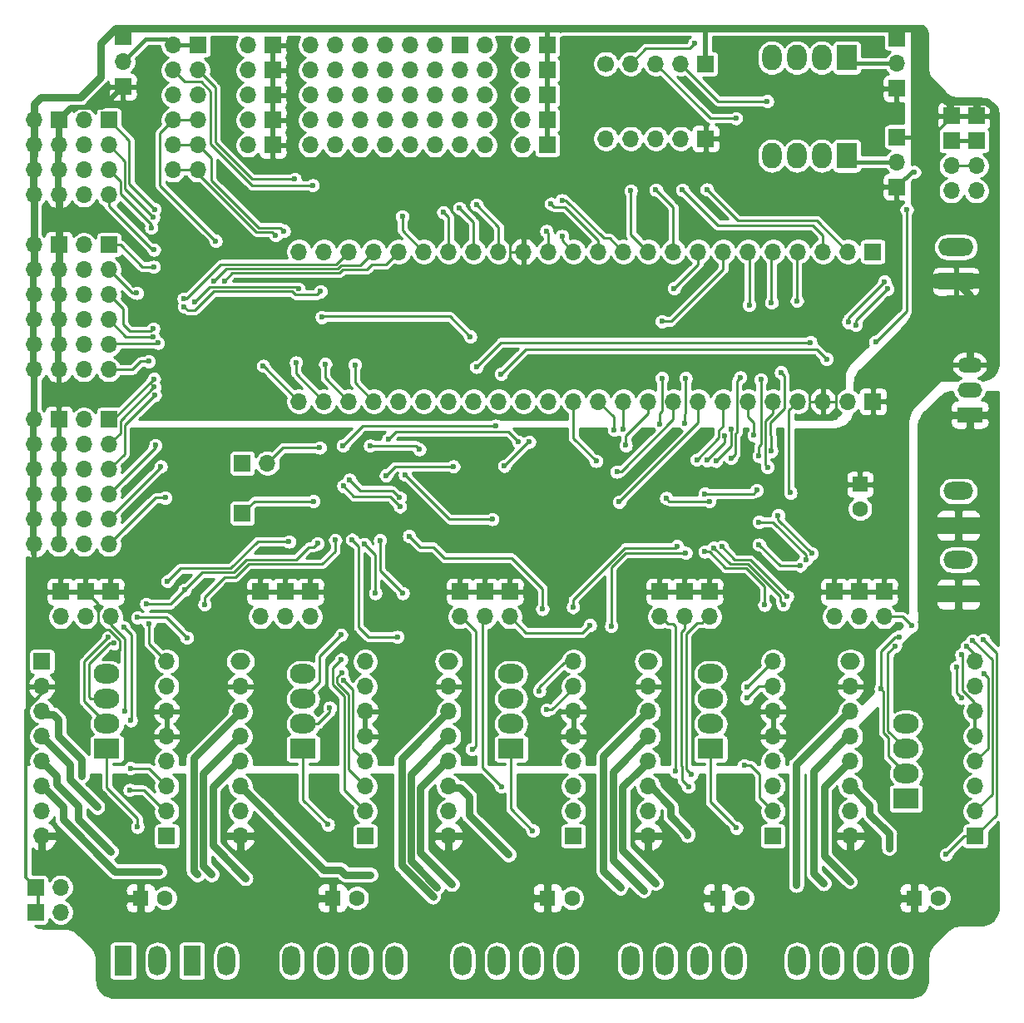
<source format=gbl>
G04 #@! TF.GenerationSoftware,KiCad,Pcbnew,(5.1.10)-1*
G04 #@! TF.CreationDate,2022-05-29T18:24:22-07:00*
G04 #@! TF.ProjectId,5Rose_030_Blue,35526f73-655f-4303-9330-5f426c75652e,rev?*
G04 #@! TF.SameCoordinates,Original*
G04 #@! TF.FileFunction,Copper,L2,Bot*
G04 #@! TF.FilePolarity,Positive*
%FSLAX46Y46*%
G04 Gerber Fmt 4.6, Leading zero omitted, Abs format (unit mm)*
G04 Created by KiCad (PCBNEW (5.1.10)-1) date 2022-05-29 18:24:22*
%MOMM*%
%LPD*%
G01*
G04 APERTURE LIST*
G04 #@! TA.AperFunction,ComponentPad*
%ADD10R,1.700000X1.700000*%
G04 #@! TD*
G04 #@! TA.AperFunction,ComponentPad*
%ADD11O,1.700000X1.700000*%
G04 #@! TD*
G04 #@! TA.AperFunction,ComponentPad*
%ADD12O,2.600000X2.000000*%
G04 #@! TD*
G04 #@! TA.AperFunction,ComponentPad*
%ADD13R,2.600000X2.000000*%
G04 #@! TD*
G04 #@! TA.AperFunction,ComponentPad*
%ADD14O,1.998980X1.700000*%
G04 #@! TD*
G04 #@! TA.AperFunction,ComponentPad*
%ADD15O,1.800000X3.048000*%
G04 #@! TD*
G04 #@! TA.AperFunction,ComponentPad*
%ADD16C,1.600000*%
G04 #@! TD*
G04 #@! TA.AperFunction,ComponentPad*
%ADD17R,1.600000X1.600000*%
G04 #@! TD*
G04 #@! TA.AperFunction,ComponentPad*
%ADD18R,2.000000X2.600000*%
G04 #@! TD*
G04 #@! TA.AperFunction,ComponentPad*
%ADD19O,2.000000X2.600000*%
G04 #@! TD*
G04 #@! TA.AperFunction,ComponentPad*
%ADD20O,2.000000X1.700000*%
G04 #@! TD*
G04 #@! TA.AperFunction,ComponentPad*
%ADD21R,2.500000X1.500000*%
G04 #@! TD*
G04 #@! TA.AperFunction,ComponentPad*
%ADD22O,2.500000X1.500000*%
G04 #@! TD*
G04 #@! TA.AperFunction,ComponentPad*
%ADD23R,1.800000X3.048000*%
G04 #@! TD*
G04 #@! TA.AperFunction,ComponentPad*
%ADD24R,3.600000X1.800000*%
G04 #@! TD*
G04 #@! TA.AperFunction,ComponentPad*
%ADD25O,3.600000X1.800000*%
G04 #@! TD*
G04 #@! TA.AperFunction,ComponentPad*
%ADD26O,3.048000X1.800000*%
G04 #@! TD*
G04 #@! TA.AperFunction,ComponentPad*
%ADD27R,3.048000X1.800000*%
G04 #@! TD*
G04 #@! TA.AperFunction,ComponentPad*
%ADD28C,1.700000*%
G04 #@! TD*
G04 #@! TA.AperFunction,ViaPad*
%ADD29C,0.600000*%
G04 #@! TD*
G04 #@! TA.AperFunction,Conductor*
%ADD30C,0.762000*%
G04 #@! TD*
G04 #@! TA.AperFunction,Conductor*
%ADD31C,0.635000*%
G04 #@! TD*
G04 #@! TA.AperFunction,Conductor*
%ADD32C,0.381000*%
G04 #@! TD*
G04 #@! TA.AperFunction,Conductor*
%ADD33C,0.228600*%
G04 #@! TD*
G04 #@! TA.AperFunction,Conductor*
%ADD34C,0.508000*%
G04 #@! TD*
G04 #@! TA.AperFunction,Conductor*
%ADD35C,1.727200*%
G04 #@! TD*
G04 #@! TA.AperFunction,Conductor*
%ADD36C,1.524000*%
G04 #@! TD*
G04 #@! TA.AperFunction,Conductor*
%ADD37C,0.304800*%
G04 #@! TD*
G04 #@! TA.AperFunction,Conductor*
%ADD38C,0.254000*%
G04 #@! TD*
G04 #@! TA.AperFunction,Conductor*
%ADD39C,0.100000*%
G04 #@! TD*
G04 APERTURE END LIST*
D10*
X183743600Y-88239600D03*
D11*
X181203600Y-88239600D03*
X178663600Y-88239600D03*
X176123600Y-88239600D03*
X173583600Y-88239600D03*
X118110000Y-164465000D03*
D10*
X115570000Y-164465000D03*
D11*
X143510000Y-88900000D03*
X143510000Y-86360000D03*
X143510000Y-83820000D03*
X143510000Y-81280000D03*
X143510000Y-78740000D03*
X146050000Y-88900000D03*
X146050000Y-86360000D03*
X146050000Y-83820000D03*
X146050000Y-81280000D03*
X146050000Y-78740000D03*
X148590000Y-78740000D03*
X148590000Y-81280000D03*
X148590000Y-83820000D03*
X148590000Y-86360000D03*
X148590000Y-88900000D03*
X151130000Y-78740000D03*
X151130000Y-81280000D03*
X151130000Y-83820000D03*
X151130000Y-86360000D03*
X151130000Y-88900000D03*
D12*
X142773400Y-142748000D03*
X142773400Y-145288000D03*
X142773400Y-147828000D03*
D13*
X142773400Y-150368000D03*
D14*
X177901600Y-141478000D03*
D11*
X177901600Y-144018000D03*
X177901600Y-146558000D03*
X177901600Y-149098000D03*
X177901600Y-151638000D03*
X177901600Y-154178000D03*
X177901600Y-156718000D03*
X177901600Y-159258000D03*
D10*
X167640000Y-78740000D03*
D11*
X165100000Y-78740000D03*
D10*
X167640000Y-81280000D03*
D11*
X165100000Y-81280000D03*
D10*
X167640000Y-83820000D03*
D11*
X165100000Y-83820000D03*
D10*
X167640000Y-86360000D03*
D11*
X165100000Y-86360000D03*
D10*
X167640000Y-88900000D03*
D11*
X165100000Y-88900000D03*
X137160000Y-88900000D03*
D10*
X139700000Y-88900000D03*
D11*
X137160000Y-86360000D03*
D10*
X139700000Y-86360000D03*
D11*
X137160000Y-83820000D03*
D10*
X139700000Y-83820000D03*
D11*
X137160000Y-81280000D03*
D10*
X139700000Y-81280000D03*
D11*
X137160000Y-78740000D03*
D10*
X139700000Y-78740000D03*
D15*
X193040000Y-171958000D03*
X196540000Y-171958000D03*
X200040000Y-171958000D03*
X203540000Y-171958000D03*
X186598200Y-171958000D03*
X183098200Y-171958000D03*
X179598200Y-171958000D03*
X176098200Y-171958000D03*
X169516700Y-171958000D03*
X166016700Y-171958000D03*
X162516700Y-171958000D03*
X159016700Y-171958000D03*
X141605000Y-171958000D03*
X145105000Y-171958000D03*
X148605000Y-171958000D03*
X152105000Y-171958000D03*
D10*
X211302600Y-85928199D03*
X211302600Y-88468199D03*
D11*
X211302600Y-91008199D03*
X211302600Y-93548199D03*
X208762600Y-93548200D03*
X208762600Y-91008200D03*
D10*
X208762600Y-88468200D03*
X208762600Y-85928200D03*
D16*
X199466200Y-125931300D03*
D17*
X199466200Y-123431300D03*
D13*
X204139800Y-155435300D03*
D12*
X204139800Y-152895300D03*
X204139800Y-150355300D03*
X204139800Y-147815300D03*
D18*
X198120000Y-89979500D03*
D19*
X195580000Y-89979500D03*
X193040000Y-89979500D03*
X190500000Y-89979500D03*
X190500000Y-80010000D03*
X193040000Y-80010000D03*
X195580000Y-80010000D03*
D18*
X198120000Y-80010000D03*
D12*
X184251600Y-142748000D03*
X184251600Y-145288000D03*
X184251600Y-147828000D03*
D13*
X184251600Y-150368000D03*
X163944300Y-150368000D03*
D12*
X163944300Y-147828000D03*
X163944300Y-145288000D03*
X163944300Y-142748000D03*
D10*
X143510000Y-134366000D03*
D11*
X143510000Y-136906000D03*
D10*
X140970000Y-134366000D03*
D11*
X140970000Y-136906000D03*
D10*
X138430000Y-134366000D03*
D11*
X138430000Y-136906000D03*
X158750000Y-136906000D03*
D10*
X158750000Y-134366000D03*
D11*
X161290000Y-136906000D03*
D10*
X161290000Y-134366000D03*
D11*
X163830000Y-136906000D03*
D10*
X163830000Y-134366000D03*
X201930000Y-134366000D03*
D11*
X201930000Y-136906000D03*
D10*
X199390000Y-134366000D03*
D11*
X199390000Y-136906000D03*
D10*
X196850000Y-134366000D03*
D11*
X196850000Y-136906000D03*
X179070000Y-136906000D03*
D10*
X179070000Y-134366000D03*
D11*
X181610000Y-136906000D03*
D10*
X181610000Y-134366000D03*
D11*
X184150000Y-136906000D03*
D10*
X184150000Y-134366000D03*
D16*
X187488200Y-165544500D03*
D17*
X184988200Y-165544500D03*
D10*
X203200000Y-93147154D03*
D11*
X203200000Y-90607154D03*
D10*
X203200000Y-88067154D03*
X203200000Y-78054200D03*
D11*
X203200000Y-80594200D03*
D10*
X203200000Y-83134200D03*
X124460000Y-77876400D03*
D11*
X124460000Y-80416400D03*
D10*
X124460000Y-82956400D03*
D20*
X198501000Y-141478000D03*
D11*
X198501000Y-144018000D03*
X198501000Y-146558000D03*
X198501000Y-149098000D03*
X198501000Y-151638000D03*
X198501000Y-154178000D03*
X198501000Y-156718000D03*
X198501000Y-159258000D03*
X211201000Y-141478000D03*
X211201000Y-144018000D03*
X211201000Y-146558000D03*
X211201000Y-149098000D03*
X211201000Y-151638000D03*
X211201000Y-154178000D03*
X211201000Y-156718000D03*
D10*
X211201000Y-159258000D03*
D11*
X190601600Y-141478000D03*
X190601600Y-144018000D03*
X190601600Y-146558000D03*
X190601600Y-149098000D03*
X190601600Y-151638000D03*
X190601600Y-154178000D03*
X190601600Y-156718000D03*
D10*
X190601600Y-159258000D03*
D20*
X157594300Y-141478000D03*
D11*
X157594300Y-144018000D03*
X157594300Y-146558000D03*
X157594300Y-149098000D03*
X157594300Y-151638000D03*
X157594300Y-154178000D03*
X157594300Y-156718000D03*
X157594300Y-159258000D03*
D20*
X136398000Y-141478000D03*
D11*
X136398000Y-144018000D03*
X136398000Y-146558000D03*
X136398000Y-149098000D03*
X136398000Y-151638000D03*
X136398000Y-154178000D03*
X136398000Y-156718000D03*
X136398000Y-159258000D03*
X170294300Y-141478000D03*
X170294300Y-144018000D03*
X170294300Y-146558000D03*
X170294300Y-149098000D03*
X170294300Y-151638000D03*
X170294300Y-154178000D03*
X170294300Y-156718000D03*
D10*
X170294300Y-159258000D03*
D11*
X149098000Y-141478000D03*
X149098000Y-144018000D03*
X149098000Y-146558000D03*
X149098000Y-149098000D03*
X149098000Y-151638000D03*
X149098000Y-154178000D03*
X149098000Y-156718000D03*
D10*
X149098000Y-159258000D03*
D21*
X210629500Y-116357400D03*
D22*
X210629500Y-113817400D03*
X210629500Y-111277400D03*
D16*
X148257900Y-165544500D03*
D17*
X145757900Y-165544500D03*
X167652700Y-165544500D03*
D16*
X170152700Y-165544500D03*
X207478000Y-165544500D03*
D17*
X204978000Y-165544500D03*
D11*
X153670000Y-78740000D03*
X153670000Y-81280000D03*
X153670000Y-83820000D03*
X153670000Y-86360000D03*
X153670000Y-88900000D03*
X156210000Y-88900000D03*
X156210000Y-86360000D03*
X156210000Y-83820000D03*
X156210000Y-81280000D03*
X156210000Y-78740000D03*
D15*
X134960000Y-171958000D03*
D23*
X131460000Y-171958000D03*
D15*
X127960000Y-171958000D03*
D23*
X124460000Y-171958000D03*
D11*
X116205000Y-159258000D03*
X116205000Y-156718000D03*
X116205000Y-154178000D03*
X116205000Y-151638000D03*
X116205000Y-149098000D03*
X116205000Y-146558000D03*
X116205000Y-144018000D03*
D10*
X116205000Y-141478000D03*
X128905000Y-159258000D03*
D11*
X128905000Y-156718000D03*
X128905000Y-154178000D03*
X128905000Y-151638000D03*
X128905000Y-149098000D03*
X128905000Y-146558000D03*
X128905000Y-144018000D03*
X128905000Y-141478000D03*
X118110000Y-136906000D03*
D10*
X118110000Y-134366000D03*
D11*
X120650000Y-136906000D03*
D10*
X120650000Y-134366000D03*
D11*
X123190000Y-136906000D03*
D10*
X123190000Y-134366000D03*
D12*
X122809000Y-142748000D03*
X122809000Y-145288000D03*
X122809000Y-147828000D03*
D13*
X122809000Y-150368000D03*
D16*
X128738000Y-165544500D03*
D17*
X126238000Y-165544500D03*
D24*
X209219800Y-102781100D03*
D25*
X209219800Y-99281100D03*
D11*
X139141200Y-121285000D03*
D10*
X136601200Y-121285000D03*
D11*
X161290000Y-88900000D03*
X161290000Y-86360000D03*
X161290000Y-83820000D03*
X161290000Y-81280000D03*
X161290000Y-78740000D03*
D10*
X115570000Y-167005000D03*
D11*
X118110000Y-167005000D03*
D26*
X209473800Y-124120000D03*
D27*
X209473800Y-127620000D03*
D26*
X209473800Y-131120000D03*
D27*
X209473800Y-134620000D03*
D11*
X120472200Y-93980000D03*
X123012200Y-93980000D03*
X120472200Y-91440000D03*
X123012200Y-91440000D03*
X120472200Y-88900000D03*
X123012200Y-88900000D03*
X120472200Y-86360000D03*
D10*
X123012200Y-86360000D03*
D11*
X120472200Y-129540000D03*
X123012200Y-129540000D03*
X120472200Y-127000000D03*
X123012200Y-127000000D03*
X120472200Y-124460000D03*
X123012200Y-124460000D03*
X120472200Y-121920000D03*
X123012200Y-121920000D03*
X120472200Y-119380000D03*
X123012200Y-119380000D03*
X120472200Y-116840000D03*
D10*
X123012200Y-116840000D03*
D11*
X115392200Y-93980000D03*
X117932200Y-93980000D03*
X115392200Y-91440000D03*
X117932200Y-91440000D03*
X115392200Y-88900000D03*
X117932200Y-88900000D03*
X115392200Y-86360000D03*
D10*
X117932200Y-86360000D03*
D11*
X115392200Y-111760000D03*
X117932200Y-111760000D03*
X115392200Y-109220000D03*
X117932200Y-109220000D03*
X115392200Y-106680000D03*
X117932200Y-106680000D03*
X115392200Y-104140000D03*
X117932200Y-104140000D03*
X115392200Y-101600000D03*
X117932200Y-101600000D03*
X115392200Y-99060000D03*
D10*
X117932200Y-99060000D03*
X123012200Y-99060000D03*
D11*
X120472200Y-99060000D03*
X123012200Y-101600000D03*
X120472200Y-101600000D03*
X123012200Y-104140000D03*
X120472200Y-104140000D03*
X123012200Y-106680000D03*
X120472200Y-106680000D03*
X123012200Y-109220000D03*
X120472200Y-109220000D03*
X123012200Y-111760000D03*
X120472200Y-111760000D03*
X115392200Y-129540000D03*
X117932200Y-129540000D03*
X115392200Y-127000000D03*
X117932200Y-127000000D03*
X115392200Y-124460000D03*
X117932200Y-124460000D03*
X115392200Y-121920000D03*
X117932200Y-121920000D03*
X115392200Y-119380000D03*
X117932200Y-119380000D03*
X115392200Y-116840000D03*
D10*
X117932200Y-116840000D03*
X183743600Y-80619600D03*
D11*
X181203600Y-80619600D03*
X178663600Y-80619600D03*
X176123600Y-80619600D03*
D28*
X173583600Y-80619600D03*
D11*
X158750000Y-88900000D03*
X158750000Y-86360000D03*
X158750000Y-83820000D03*
X158750000Y-81280000D03*
D10*
X158750000Y-78740000D03*
D11*
X129540000Y-91440000D03*
X132080000Y-91440000D03*
X129540000Y-88900000D03*
X132080000Y-88900000D03*
X129540000Y-86360000D03*
X132080000Y-86360000D03*
X129540000Y-83820000D03*
X132080000Y-83820000D03*
X129540000Y-81280000D03*
X132080000Y-81280000D03*
X129540000Y-78740000D03*
D10*
X132080000Y-78740000D03*
X200774300Y-99745800D03*
D11*
X198234300Y-99745800D03*
X195694300Y-99745800D03*
X193154300Y-99745800D03*
X190614300Y-99745800D03*
X188074300Y-99745800D03*
X185534300Y-99745800D03*
X182994300Y-99745800D03*
X180454300Y-99745800D03*
X177914300Y-99745800D03*
X175374300Y-99745800D03*
X172834300Y-99745800D03*
X170294300Y-99745800D03*
X167754300Y-99745800D03*
X165214300Y-99745800D03*
X162674300Y-99745800D03*
X160134300Y-99745800D03*
X157594300Y-99745800D03*
X155054300Y-99745800D03*
X152514300Y-99745800D03*
X149974300Y-99745800D03*
X147434300Y-99745800D03*
X144894300Y-99745800D03*
X142354300Y-99745800D03*
X142354300Y-114985800D03*
X144894300Y-114985800D03*
X147434300Y-114985800D03*
X149974300Y-114985800D03*
X152514300Y-114985800D03*
X155054300Y-114985800D03*
X157594300Y-114985800D03*
X160134300Y-114985800D03*
X162674300Y-114985800D03*
X165214300Y-114985800D03*
X167754300Y-114985800D03*
X170294300Y-114985800D03*
X172834300Y-114985800D03*
X175374300Y-114985800D03*
X177914300Y-114985800D03*
X180454300Y-114985800D03*
X182994300Y-114985800D03*
X185534300Y-114985800D03*
X188074300Y-114985800D03*
X190614300Y-114985800D03*
X193154300Y-114985800D03*
X195694300Y-114985800D03*
X198234300Y-114985800D03*
D10*
X200774300Y-114985800D03*
X136601200Y-126365000D03*
D29*
X133477000Y-163131500D03*
X132029200Y-163131500D03*
X149644100Y-163169600D03*
X136918700Y-163525200D03*
X156400500Y-164439600D03*
X156002022Y-165401608D03*
X163677600Y-161124900D03*
X157937200Y-164122100D03*
X177431700Y-164782500D03*
X175069500Y-164490400D03*
X181902100Y-159143700D03*
X178663600Y-164020500D03*
X204978000Y-91655900D03*
X144678400Y-106426000D03*
X159791400Y-108394500D03*
X133870701Y-98653599D03*
X167538400Y-97663000D03*
X140830300Y-97637600D03*
X172600035Y-121050735D03*
X179730400Y-124841000D03*
X184124600Y-125145800D03*
X174440173Y-117895961D03*
X146824700Y-119494300D03*
X162369500Y-117470290D03*
X163245800Y-121551700D03*
X165784677Y-119118010D03*
X175348900Y-117856000D03*
X151217843Y-122529790D03*
X158076900Y-121627900D03*
X154609800Y-119862600D03*
X175621667Y-119468899D03*
X149593300Y-119494300D03*
X174713900Y-122161300D03*
X147497800Y-122961400D03*
X152602602Y-124783315D03*
X146888200Y-123609100D03*
X152649159Y-125698639D03*
X174955200Y-125222000D03*
X182854600Y-120929400D03*
X164714216Y-119118010D03*
X151447500Y-118846600D03*
X188658500Y-118427500D03*
X183667400Y-124396500D03*
X190042800Y-121678700D03*
X188963300Y-124040900D03*
X192379600Y-124294900D03*
X162026600Y-126988821D03*
X153149300Y-122453400D03*
X201053700Y-108927900D03*
X204216000Y-95491300D03*
X139970467Y-98078333D03*
X169125901Y-98171000D03*
X168008300Y-94873710D03*
X143751300Y-93006810D03*
X169125900Y-94526100D03*
X141922500Y-92375090D03*
X176136300Y-93548200D03*
X178689000Y-93459300D03*
X180530500Y-103479600D03*
X181722187Y-112628310D03*
X184810400Y-121043700D03*
X181610000Y-117195600D03*
X186368036Y-117822855D03*
X179298600Y-106845100D03*
X179299250Y-112628310D03*
X183870600Y-120992900D03*
X179095400Y-117271800D03*
X185691410Y-118533810D03*
X187274200Y-112547400D03*
X188175900Y-105168700D03*
X186347100Y-120777000D03*
X189369700Y-112776000D03*
X190449200Y-104940100D03*
X189166500Y-120548400D03*
X193040000Y-104749600D03*
X191427100Y-112031410D03*
X190436500Y-120053100D03*
X181368700Y-93459300D03*
X183870600Y-93421200D03*
X146875500Y-143383000D03*
X146689003Y-142605030D03*
X159981900Y-150406100D03*
X162953700Y-154190700D03*
X180720468Y-152650481D03*
X181998791Y-154211116D03*
X146662185Y-141272219D03*
X171970700Y-137769600D03*
X187680600Y-152044400D03*
X182295800Y-152971500D03*
X138713196Y-111380668D03*
X127063500Y-110909100D03*
X142049500Y-111021879D03*
X127599483Y-112702383D03*
X145034000Y-111188500D03*
X127632783Y-113537850D03*
X148043900Y-111264700D03*
X127683767Y-114355632D03*
X127749300Y-119468902D03*
X128282700Y-121627900D03*
X128739900Y-124802900D03*
X198272400Y-106934000D03*
X194424300Y-108978700D03*
X160413700Y-111480600D03*
X201942700Y-102806498D03*
X196049900Y-110680500D03*
X199047100Y-107213400D03*
X162928300Y-112191800D03*
X202239247Y-103549522D03*
X209787533Y-140788433D03*
X180479700Y-122377200D03*
X142494000Y-121373900D03*
X127330200Y-97320100D03*
X157060900Y-95734121D03*
X127596900Y-99555300D03*
X152869900Y-96162732D03*
X127558800Y-101295200D03*
X134759700Y-102730300D03*
X125857000Y-103962200D03*
X133696942Y-102754179D03*
X127520700Y-107581700D03*
X130623802Y-104545610D03*
X130667189Y-105344444D03*
X144564100Y-103797100D03*
X127490297Y-108415446D03*
X131736872Y-104871662D03*
X142290800Y-103517700D03*
X128003302Y-109042200D03*
X127522784Y-96258750D03*
X158686500Y-95305510D03*
X127673100Y-95440500D03*
X160439100Y-94983300D03*
X193361697Y-131708420D03*
X203034900Y-139877800D03*
X210337400Y-139941300D03*
X189179200Y-129578100D03*
X193940580Y-131091197D03*
X203438694Y-138950935D03*
X201569690Y-144255800D03*
X189187003Y-127268221D03*
X194544773Y-130472805D03*
X208216500Y-161112200D03*
X212026500Y-139255500D03*
X191135000Y-126593600D03*
X210934300Y-139331700D03*
X204711300Y-137820400D03*
X209765334Y-145174266D03*
X209268004Y-142067137D03*
X212098658Y-142748000D03*
X166814500Y-144462500D03*
X180848000Y-129717800D03*
X170256200Y-135940800D03*
X167576500Y-146392900D03*
X167132000Y-136118600D03*
X153568400Y-128701800D03*
X166154100Y-158673800D03*
X174142398Y-137858500D03*
X181724300Y-130416300D03*
X186867800Y-158407100D03*
X192049400Y-134861300D03*
X185394600Y-129781300D03*
X189738000Y-135712200D03*
X187972700Y-144056100D03*
X183667400Y-130289300D03*
X187934600Y-145199100D03*
X191650990Y-135648700D03*
X184578467Y-129887101D03*
X150126700Y-134518400D03*
X146646900Y-138760200D03*
X149016853Y-129523295D03*
X152933400Y-134518400D03*
X145491202Y-146177000D03*
X150609300Y-129138310D03*
X145313400Y-158076900D03*
X152361900Y-138963400D03*
X147764500Y-129082800D03*
X192963800Y-164223700D03*
X195770500Y-164045900D03*
X198424800Y-163855400D03*
X202437998Y-160451802D03*
X190004700Y-84429600D03*
X186846749Y-86161510D03*
X182613300Y-78562200D03*
X128143000Y-162839400D03*
X123215400Y-160820100D03*
X121831100Y-156298900D03*
X120269000Y-153111200D03*
X132753957Y-135674957D03*
X146050000Y-129108200D03*
X125920500Y-158305500D03*
X125133100Y-154546300D03*
X124658490Y-146532600D03*
X125247400Y-147459700D03*
X125209300Y-152336500D03*
X124523500Y-138010900D03*
X130949700Y-139052300D03*
X125911567Y-136985967D03*
X130721100Y-134188200D03*
X144246600Y-129451100D03*
X126822200Y-135636000D03*
X122966125Y-139012326D03*
X128955800Y-133311900D03*
X141351000Y-129260600D03*
X127088900Y-137629900D03*
X123541111Y-139611777D03*
X143827500Y-125145800D03*
X144475200Y-119710200D03*
D30*
X136398000Y-149098000D02*
X132616589Y-152879411D01*
X132616589Y-152879411D02*
X132616589Y-162271089D01*
X132616589Y-162271089D02*
X133477000Y-163131500D01*
X136398000Y-146558000D02*
X131654578Y-151301422D01*
X131654578Y-151301422D02*
X131654578Y-162756878D01*
X131654578Y-162756878D02*
X132029200Y-163131500D01*
X147091400Y-163169600D02*
X149644100Y-163169600D01*
X146596100Y-162674300D02*
X147091400Y-163169600D01*
X144894300Y-162674300D02*
X146596100Y-162674300D01*
X136398000Y-154178000D02*
X144894300Y-162674300D01*
X133578600Y-160185100D02*
X136918700Y-163525200D01*
X133578600Y-154266900D02*
X133578600Y-160185100D01*
X136398000Y-151638000D02*
X136207500Y-151638000D01*
X136207500Y-151638000D02*
X133578600Y-154266900D01*
X156400500Y-164439600D02*
X153762089Y-161801189D01*
X153762089Y-161801189D02*
X153762089Y-152930211D01*
X153762089Y-152930211D02*
X157594300Y-149098000D01*
X157594300Y-146558000D02*
X152800078Y-151352222D01*
X152800078Y-151352222D02*
X152800078Y-162199664D01*
X152800078Y-162199664D02*
X156002022Y-165401608D01*
X158775400Y-154330400D02*
X158203900Y-154330400D01*
X159677100Y-155232100D02*
X158775400Y-154330400D01*
X159677100Y-157124400D02*
X159677100Y-155232100D01*
X163677600Y-161124900D02*
X159677100Y-157124400D01*
X157403800Y-151638000D02*
X154724100Y-154317700D01*
X157594300Y-151638000D02*
X157403800Y-151638000D01*
X154724100Y-154317700D02*
X154724100Y-160909000D01*
X154724100Y-160909000D02*
X157937200Y-164122100D01*
X177901600Y-149098000D02*
X174310689Y-152688911D01*
X174310689Y-152688911D02*
X174310689Y-161661489D01*
X174310689Y-161661489D02*
X177431700Y-164782500D01*
X175069500Y-164490400D02*
X173348678Y-162769578D01*
X173348678Y-162769578D02*
X173348678Y-151110922D01*
X173348678Y-151110922D02*
X177901600Y-146558000D01*
X181902100Y-158940500D02*
X181902100Y-159143700D01*
X180174900Y-157213300D02*
X181902100Y-158940500D01*
X180174900Y-156235400D02*
X180174900Y-157213300D01*
X178117500Y-154178000D02*
X180174900Y-156235400D01*
X177901600Y-154178000D02*
X178117500Y-154178000D01*
X177214719Y-152324881D02*
X177901600Y-151638000D01*
X175272700Y-154266900D02*
X177214719Y-152324881D01*
X175272700Y-160629600D02*
X175272700Y-154266900D01*
X178663600Y-164020500D02*
X175272700Y-160629600D01*
D31*
X117856000Y-88823800D02*
X117856000Y-91363800D01*
X117856000Y-91363800D02*
X117856000Y-93903800D01*
X117856000Y-90093800D02*
X117856000Y-92633800D01*
X117856000Y-101523800D02*
X117856000Y-104063800D01*
X117856000Y-104063800D02*
X117856000Y-106603800D01*
X117856000Y-106603800D02*
X117856000Y-109143800D01*
X117856000Y-109143800D02*
X117856000Y-111683800D01*
D30*
X117932200Y-99060000D02*
X117932200Y-101600000D01*
D32*
X209841201Y-88468199D02*
X211302600Y-88468199D01*
X208762600Y-88468200D02*
X209841201Y-88468199D01*
D31*
X117932200Y-89992200D02*
X117932200Y-86360000D01*
D30*
X117932200Y-93980000D02*
X117932200Y-99060000D01*
D31*
X117932200Y-86360000D02*
X119062500Y-85229700D01*
D33*
X197027800Y-113588800D02*
X197396100Y-113220500D01*
X197027800Y-114985800D02*
X197027800Y-113588800D01*
X195694300Y-114985800D02*
X197027800Y-114985800D01*
X197053200Y-113855500D02*
X197370700Y-113538000D01*
X197053200Y-116751100D02*
X197053200Y-113855500D01*
X195719700Y-116751100D02*
X197053200Y-116751100D01*
X195694300Y-116725700D02*
X195719700Y-116751100D01*
X195694300Y-114985800D02*
X195694300Y-116725700D01*
X195694300Y-112649000D02*
X194043300Y-110998000D01*
X195694300Y-114985800D02*
X195694300Y-112649000D01*
X194449700Y-114985800D02*
X194398900Y-115036600D01*
X195694300Y-114985800D02*
X194449700Y-114985800D01*
X194335400Y-113715800D02*
X194335400Y-114973100D01*
X194195700Y-113576100D02*
X194335400Y-113715800D01*
X194195700Y-113169700D02*
X194195700Y-113576100D01*
X194716400Y-112649000D02*
X194195700Y-113169700D01*
X194335400Y-114973100D02*
X194398900Y-115036600D01*
X195694300Y-112649000D02*
X194716400Y-112649000D01*
X194318601Y-115544665D02*
X194246500Y-115616766D01*
X194318601Y-115116899D02*
X194318601Y-115544665D01*
X194398900Y-115036600D02*
X194318601Y-115116899D01*
X165214300Y-99745800D02*
X165214300Y-101841300D01*
X163741100Y-101104700D02*
X163537900Y-101307900D01*
X163838601Y-100304665D02*
X163741100Y-100402166D01*
X163838601Y-99745800D02*
X163838601Y-100304665D01*
X163741100Y-100402166D02*
X163741100Y-101104700D01*
X165214300Y-99745800D02*
X163838601Y-99745800D01*
X165214300Y-99745800D02*
X165214300Y-98132900D01*
X165214300Y-98132900D02*
X165328600Y-98018600D01*
X165328600Y-98018600D02*
X166331900Y-98018600D01*
X163838601Y-99017801D02*
X163715700Y-98894900D01*
X163838601Y-99745800D02*
X163838601Y-99017801D01*
D32*
X204691254Y-91655900D02*
X204978000Y-91655900D01*
X203486746Y-92860408D02*
X204691254Y-91655900D01*
X203486746Y-93147154D02*
X203486746Y-92860408D01*
D34*
X117932200Y-129540000D02*
X117932200Y-127000000D01*
X117932200Y-127000000D02*
X117932200Y-124460000D01*
X117932200Y-124460000D02*
X117932200Y-121920000D01*
X117932200Y-121920000D02*
X117932200Y-119380000D01*
X117932200Y-119380000D02*
X117932200Y-116840000D01*
X122360401Y-85055999D02*
X124460000Y-82956400D01*
X119236201Y-85055999D02*
X122360401Y-85055999D01*
X117932200Y-86360000D02*
X119236201Y-85055999D01*
D35*
X211759800Y-134620000D02*
X206984600Y-134620000D01*
X211721700Y-127635000D02*
X206946500Y-127635000D01*
D33*
X157734000Y-106337100D02*
X159791400Y-108394500D01*
X144767300Y-106337100D02*
X157734000Y-106337100D01*
X144678400Y-106426000D02*
X144767300Y-106337100D01*
X132080000Y-86360000D02*
X129540000Y-86360000D01*
X129540000Y-86360000D02*
X128219200Y-87680800D01*
X128219200Y-87680800D02*
X128219200Y-93002098D01*
X128219200Y-93002098D02*
X133870701Y-98653599D01*
X129540000Y-88900000D02*
X132080000Y-88900000D01*
X167754300Y-97878900D02*
X167538400Y-97663000D01*
X167754300Y-99745800D02*
X167754300Y-97878900D01*
X132080000Y-88900000D02*
X133438900Y-90258900D01*
X133438900Y-90258900D02*
X133438900Y-92494100D01*
X133438900Y-92494100D02*
X138242689Y-97297889D01*
X138242689Y-97297889D02*
X140490589Y-97297889D01*
X140490589Y-97297889D02*
X140830300Y-97637600D01*
X170294300Y-114985800D02*
X170294300Y-118745000D01*
X170294300Y-118745000D02*
X172600035Y-121050735D01*
X180035200Y-125145800D02*
X184124600Y-125145800D01*
X179730400Y-124841000D02*
X180035200Y-125145800D01*
X174440173Y-116591673D02*
X174440173Y-117895961D01*
X172834300Y-114985800D02*
X174440173Y-116591673D01*
X146824700Y-119494300D02*
X148848710Y-117470290D01*
X148848710Y-117470290D02*
X162369500Y-117470290D01*
X165679490Y-119118010D02*
X165784677Y-119118010D01*
X163245800Y-121551700D02*
X165679490Y-119118010D01*
X175374300Y-114985800D02*
X175374300Y-117830600D01*
X175374300Y-117830600D02*
X175348900Y-117856000D01*
X151217843Y-122529790D02*
X152119733Y-121627900D01*
X152119733Y-121627900D02*
X158076900Y-121627900D01*
X175621667Y-118510333D02*
X175621667Y-119468899D01*
X177914300Y-116217700D02*
X175621667Y-118510333D01*
X177914300Y-114985800D02*
X177914300Y-116217700D01*
X154228800Y-119481600D02*
X154609800Y-119862600D01*
X149606000Y-119481600D02*
X154228800Y-119481600D01*
X149593300Y-119494300D02*
X149606000Y-119481600D01*
X180454300Y-116845164D02*
X175138164Y-122161300D01*
X175138164Y-122161300D02*
X174713900Y-122161300D01*
X180454300Y-114985800D02*
X180454300Y-116845164D01*
X151885587Y-124066300D02*
X152602602Y-124783315D01*
X148602700Y-124066300D02*
X151885587Y-124066300D01*
X147497800Y-122961400D02*
X148602700Y-124066300D01*
X151613720Y-124663200D02*
X152649159Y-125698639D01*
X147942300Y-124663200D02*
X151613720Y-124663200D01*
X146888200Y-123609100D02*
X147942300Y-124663200D01*
X182994300Y-117182900D02*
X174955200Y-125222000D01*
X182994300Y-114985800D02*
X182994300Y-117182900D01*
X185534300Y-117497644D02*
X185534300Y-114985800D01*
X185077109Y-118706891D02*
X185077109Y-117954835D01*
X182854600Y-120929400D02*
X185077109Y-118706891D01*
X185077109Y-117954835D02*
X185534300Y-117497644D01*
X188658500Y-117106700D02*
X188658500Y-118427500D01*
X188074300Y-116522500D02*
X188658500Y-117106700D01*
X188074300Y-114985800D02*
X188074300Y-116522500D01*
X163680806Y-118084600D02*
X164714216Y-119118010D01*
X151447500Y-118846600D02*
X152209500Y-118084600D01*
X152209500Y-118084600D02*
X163680806Y-118084600D01*
X188963300Y-124040900D02*
X188607700Y-124396500D01*
X188607700Y-124396500D02*
X183667400Y-124396500D01*
X190614300Y-114985800D02*
X190614300Y-116187881D01*
X190614300Y-116187881D02*
X189841113Y-116961068D01*
X189841113Y-116961068D02*
X189841113Y-119547602D01*
X189841113Y-119547602D02*
X189815713Y-119573002D01*
X189815713Y-119573002D02*
X189815713Y-121451613D01*
X189815713Y-121451613D02*
X190042800Y-121678700D01*
X192227200Y-124142500D02*
X192227200Y-115912900D01*
X192227200Y-115912900D02*
X193154300Y-114985800D01*
X192379600Y-124294900D02*
X192227200Y-124142500D01*
X162026600Y-126988821D02*
X157684721Y-126988821D01*
X157684721Y-126988821D02*
X153149300Y-122453400D01*
X209964682Y-91008199D02*
X211302600Y-91008199D01*
X208762600Y-91008200D02*
X209964682Y-91008199D01*
X201053700Y-108927900D02*
X204216000Y-105765600D01*
X204216000Y-105765600D02*
X204216000Y-95491300D01*
X170294300Y-99745800D02*
X169125901Y-98577401D01*
X169125901Y-98577401D02*
X169125901Y-98171000D01*
X138010900Y-97726500D02*
X139618634Y-97726500D01*
X132080000Y-91440000D02*
X132080000Y-91795600D01*
X132080000Y-91795600D02*
X138010900Y-97726500D01*
X139618634Y-97726500D02*
X139970467Y-98078333D01*
X132080000Y-91440000D02*
X129540000Y-91440000D01*
X129540000Y-81280000D02*
X130704301Y-82444301D01*
X133391289Y-88801590D02*
X137596510Y-93006810D01*
X130704301Y-82444301D02*
X132427467Y-82444301D01*
X132427467Y-82444301D02*
X133391289Y-83408123D01*
X133391289Y-83408123D02*
X133391289Y-88801590D01*
X137596510Y-93006810D02*
X143751300Y-93006810D01*
X169417909Y-95173709D02*
X168308299Y-95173709D01*
X168308299Y-95173709D02*
X168008300Y-94873710D01*
X172834300Y-98590100D02*
X169417909Y-95173709D01*
X172834300Y-99745800D02*
X172834300Y-98590100D01*
X133819900Y-88624054D02*
X137570936Y-92375090D01*
X133819900Y-83019900D02*
X133819900Y-88624054D01*
X132080000Y-81280000D02*
X133819900Y-83019900D01*
X137570936Y-92375090D02*
X141922500Y-92375090D01*
X169506900Y-94526100D02*
X169125900Y-94526100D01*
X173367700Y-98386900D02*
X169506900Y-94526100D01*
X174015400Y-98386900D02*
X173367700Y-98386900D01*
X175374300Y-99745800D02*
X174015400Y-98386900D01*
X177914300Y-99745800D02*
X176136300Y-97967800D01*
X176136300Y-97967800D02*
X176136300Y-93548200D01*
X180454300Y-99745800D02*
X180454300Y-95224600D01*
X180454300Y-95224600D02*
X178689000Y-93459300D01*
X182994300Y-99745800D02*
X182994300Y-101015800D01*
X182994300Y-101015800D02*
X180530500Y-103479600D01*
X181714168Y-116180486D02*
X181714168Y-112636329D01*
X181714168Y-112636329D02*
X181722187Y-112628310D01*
X181610000Y-116284654D02*
X181714168Y-116180486D01*
X181610000Y-117195600D02*
X181610000Y-116284654D01*
X186347270Y-117843621D02*
X186368036Y-117822855D01*
X184810400Y-121043700D02*
X186347270Y-119506830D01*
X186347270Y-119506830D02*
X186347270Y-117843621D01*
X179298600Y-106845100D02*
X180258566Y-106845100D01*
X180258566Y-106845100D02*
X185534300Y-101569366D01*
X185534300Y-101569366D02*
X185534300Y-99745800D01*
X179288768Y-112638792D02*
X179299250Y-112628310D01*
X179288768Y-115998932D02*
X179288768Y-112638792D01*
X179095400Y-116192300D02*
X179288768Y-115998932D01*
X179095400Y-117271800D02*
X179095400Y-116192300D01*
X185691410Y-119172090D02*
X185691410Y-118533810D01*
X183870600Y-120992900D02*
X185691410Y-119172090D01*
X188175900Y-99847400D02*
X188074300Y-99745800D01*
X188175900Y-105168700D02*
X188175900Y-99847400D01*
X186347100Y-120777000D02*
X186775881Y-120348219D01*
X186775881Y-118324178D02*
X186982338Y-118117721D01*
X186909999Y-112911601D02*
X187274200Y-112547400D01*
X186909999Y-117455650D02*
X186909999Y-112911601D01*
X186982338Y-118117721D02*
X186982338Y-117527989D01*
X186982338Y-117527989D02*
X186909999Y-117455650D01*
X186775881Y-120348219D02*
X186775881Y-118324178D01*
X190449200Y-99910900D02*
X190614300Y-99745800D01*
X190449200Y-104940100D02*
X190449200Y-99910900D01*
X189369700Y-113200264D02*
X189369700Y-112776000D01*
X189379211Y-113209775D02*
X189369700Y-113200264D01*
X189379211Y-118024289D02*
X189379211Y-113209775D01*
X189379211Y-118183597D02*
X189379211Y-118024289D01*
X189412502Y-119370066D02*
X189166500Y-119616068D01*
X189166500Y-119616068D02*
X189166500Y-120548400D01*
X189379211Y-118024289D02*
X189412502Y-118057580D01*
X189412502Y-118057580D02*
X189412502Y-119370066D01*
X193040000Y-99860100D02*
X193154300Y-99745800D01*
X193040000Y-104749600D02*
X193040000Y-99860100D01*
X191778601Y-115688399D02*
X191778601Y-112382911D01*
X190347600Y-117119400D02*
X191778601Y-115688399D01*
X190347600Y-118427500D02*
X190347600Y-117119400D01*
X191778601Y-112382911D02*
X191427100Y-112031410D01*
X190436500Y-118516400D02*
X190347600Y-118427500D01*
X190436500Y-120053100D02*
X190436500Y-118516400D01*
X194652900Y-97053400D02*
X184962800Y-97053400D01*
X184962800Y-97053400D02*
X181368700Y-93459300D01*
X195694300Y-98094800D02*
X194652900Y-97053400D01*
X195694300Y-99745800D02*
X195694300Y-98094800D01*
X187020200Y-96570800D02*
X183870600Y-93421200D01*
X195059300Y-96570800D02*
X187020200Y-96570800D01*
X198234300Y-99745800D02*
X195059300Y-96570800D01*
X149098000Y-151638000D02*
X147821622Y-150361622D01*
X147821622Y-150361622D02*
X147821622Y-144329122D01*
X147821622Y-144329122D02*
X146875500Y-143383000D01*
X149098000Y-154178000D02*
X147393011Y-152473011D01*
X147393011Y-152473011D02*
X147393011Y-144809677D01*
X147393011Y-144809677D02*
X146261199Y-143677865D01*
X146261199Y-143032834D02*
X146689003Y-142605030D01*
X146261199Y-143677865D02*
X146261199Y-143032834D01*
X160350200Y-138404600D02*
X160350200Y-150037800D01*
X160350200Y-150037800D02*
X159981900Y-150406100D01*
X158851600Y-136906000D02*
X160350200Y-138404600D01*
X158750000Y-136906000D02*
X158851600Y-136906000D01*
X162653701Y-153890701D02*
X162953700Y-154190700D01*
X161009699Y-152246699D02*
X162653701Y-153890701D01*
X161009699Y-137186301D02*
X161009699Y-152246699D01*
X161290000Y-136906000D02*
X161009699Y-137186301D01*
X180720468Y-137908768D02*
X180720468Y-152650481D01*
X180441600Y-137629900D02*
X180720468Y-137908768D01*
X179920900Y-137629900D02*
X180441600Y-137629900D01*
X179197000Y-136906000D02*
X179920900Y-137629900D01*
X179070000Y-136906000D02*
X179197000Y-136906000D01*
X181371889Y-152653736D02*
X181371889Y-153584214D01*
X181333789Y-152615636D02*
X181371889Y-152653736D01*
X181610000Y-136906000D02*
X181610000Y-138108081D01*
X181270289Y-138447792D02*
X181270289Y-152069536D01*
X181371889Y-153584214D02*
X181998791Y-154211116D01*
X181270289Y-152069536D02*
X181333789Y-152133036D01*
X181333789Y-152133036D02*
X181333789Y-152615636D01*
X181610000Y-138108081D02*
X181270289Y-138447792D01*
X146964400Y-144987213D02*
X145832588Y-143855401D01*
X146964400Y-154584400D02*
X146964400Y-144987213D01*
X145832588Y-142101816D02*
X146662185Y-141272219D01*
X149098000Y-156718000D02*
X146964400Y-154584400D01*
X145832588Y-143855401D02*
X145832588Y-142101816D01*
X163830000Y-136906000D02*
X165463499Y-138539499D01*
X165463499Y-138539499D02*
X171200801Y-138539499D01*
X171200801Y-138539499D02*
X171970700Y-137769600D01*
X189230000Y-152946100D02*
X188328300Y-152044400D01*
X189230000Y-155346400D02*
X189230000Y-152946100D01*
X188328300Y-152044400D02*
X187680600Y-152044400D01*
X190601600Y-156718000D02*
X189230000Y-155346400D01*
X181762400Y-138658600D02*
X181762400Y-152438100D01*
X181762400Y-152438100D02*
X182295800Y-152971500D01*
X182905400Y-137515600D02*
X181762400Y-138658600D01*
X183972200Y-136906000D02*
X183362600Y-137515600D01*
X183362600Y-137515600D02*
X182905400Y-137515600D01*
X184150000Y-136906000D02*
X183972200Y-136906000D01*
D32*
X129540000Y-78740000D02*
X132080000Y-78740000D01*
X128879600Y-78079600D02*
X129540000Y-78740000D01*
X126771400Y-78079600D02*
X128879600Y-78079600D01*
X124650500Y-80200500D02*
X126771400Y-78079600D01*
X124650500Y-80416400D02*
X124650500Y-80200500D01*
D33*
X142354300Y-114985800D02*
X138749168Y-111380668D01*
X138749168Y-111380668D02*
X138713196Y-111380668D01*
X126276100Y-110909100D02*
X127063500Y-110909100D01*
X125425200Y-111760000D02*
X126276100Y-110909100D01*
X123012200Y-111760000D02*
X125425200Y-111760000D01*
X144894300Y-114985800D02*
X142049500Y-112141000D01*
X142049500Y-112141000D02*
X142049500Y-111021879D01*
X127487551Y-112702383D02*
X127599483Y-112702383D01*
X123461866Y-116840000D02*
X127599483Y-112702383D01*
X123012200Y-116840000D02*
X123461866Y-116840000D01*
X147434300Y-114985800D02*
X145034000Y-112585500D01*
X145034000Y-112585500D02*
X145034000Y-111188500D01*
X124176501Y-116994132D02*
X127632783Y-113537850D01*
X124176501Y-118215699D02*
X124176501Y-116994132D01*
X123012200Y-119380000D02*
X124176501Y-118215699D01*
X149974300Y-114985800D02*
X148043900Y-113055400D01*
X148043900Y-113055400D02*
X148043900Y-111264700D01*
X124605112Y-120327088D02*
X124605112Y-117434287D01*
X124605112Y-117434287D02*
X127683767Y-114355632D01*
X123012200Y-121920000D02*
X124605112Y-120327088D01*
X123012200Y-124460000D02*
X127749300Y-119722900D01*
X127749300Y-119722900D02*
X127749300Y-119468902D01*
X123012200Y-127000000D02*
X128282700Y-121729500D01*
X128282700Y-121729500D02*
X128282700Y-121627900D01*
X123012200Y-129540000D02*
X127749300Y-124802900D01*
X127749300Y-124802900D02*
X128739900Y-124802900D01*
X194424300Y-108978700D02*
X162915600Y-108978700D01*
X162915600Y-108978700D02*
X160413700Y-111480600D01*
X198272400Y-106934000D02*
X198272400Y-106476798D01*
X198272400Y-106476798D02*
X201942700Y-102806498D01*
X196041533Y-110688867D02*
X196049900Y-110680500D01*
X196041533Y-110710233D02*
X196041533Y-110688867D01*
X165442900Y-109677200D02*
X162928300Y-112191800D01*
X195046600Y-109677200D02*
X165442900Y-109677200D01*
X196049900Y-110680500D02*
X195046600Y-109677200D01*
X199047100Y-106741669D02*
X202239247Y-103549522D01*
X199047100Y-107213400D02*
X199047100Y-106741669D01*
D34*
X115316000Y-105079800D02*
X115316000Y-102539800D01*
X115316000Y-107619800D02*
X115316000Y-105079800D01*
X115316000Y-110159800D02*
X115316000Y-107619800D01*
X115316000Y-112699800D02*
X115316000Y-110159800D01*
X115316000Y-117779800D02*
X115316000Y-115239800D01*
X115316000Y-120319800D02*
X115316000Y-117779800D01*
X115316000Y-122859800D02*
X115316000Y-120319800D01*
X115316000Y-125399800D02*
X115316000Y-122859800D01*
X115316000Y-127939800D02*
X115316000Y-125399800D01*
X115316000Y-130479800D02*
X115316000Y-127939800D01*
D32*
X115392200Y-88671400D02*
X115366800Y-88671400D01*
D31*
X115316000Y-129463800D02*
X115316000Y-126923800D01*
X115316000Y-126923800D02*
X115316000Y-124383800D01*
X115316000Y-124383800D02*
X115316000Y-121843800D01*
X115316000Y-121843800D02*
X115316000Y-119303800D01*
X115316000Y-119303800D02*
X115316000Y-116763800D01*
X115316000Y-111683800D02*
X115316000Y-109143800D01*
X115316000Y-109143800D02*
X115316000Y-106603800D01*
X115316000Y-106603800D02*
X115316000Y-104063800D01*
X115316000Y-104063800D02*
X115316000Y-101523800D01*
D30*
X115316000Y-93903800D02*
X115316000Y-91363800D01*
X115316000Y-91363800D02*
X115316000Y-88823800D01*
D36*
X209044300Y-102730300D02*
X212661500Y-102730300D01*
X208978500Y-102768400D02*
X207304400Y-102768400D01*
D31*
X115316000Y-88519000D02*
X115316000Y-88569800D01*
D30*
X115392200Y-86182200D02*
X115392200Y-88722200D01*
X115392200Y-89992200D02*
X115392200Y-86182200D01*
X167449500Y-77000100D02*
X166560500Y-77000100D01*
X122212100Y-81940400D02*
X120163301Y-83989199D01*
X115392200Y-99060000D02*
X115392200Y-101600000D01*
D34*
X167640000Y-77012800D02*
X167652700Y-77000100D01*
X167640000Y-78740000D02*
X167640000Y-77012800D01*
X167640000Y-78740000D02*
X167640000Y-81280000D01*
X167640000Y-81280000D02*
X167640000Y-83820000D01*
X167640000Y-83820000D02*
X167640000Y-86360000D01*
X167640000Y-86360000D02*
X167640000Y-88900000D01*
X167640000Y-88900000D02*
X167640000Y-89357200D01*
D30*
X210629500Y-104190800D02*
X209219800Y-102781100D01*
X210629500Y-111277400D02*
X210629500Y-104190800D01*
D33*
X124637800Y-78219300D02*
X124637800Y-77317600D01*
X124637800Y-77317600D02*
X124955300Y-77000100D01*
D30*
X169240200Y-77000100D02*
X129527300Y-77000100D01*
X205867000Y-82080100D02*
X205867000Y-77495400D01*
X205867000Y-77495400D02*
X205371700Y-77000100D01*
D33*
X124345700Y-78130400D02*
X123450350Y-77235050D01*
X124650500Y-78130400D02*
X124345700Y-78130400D01*
D30*
X123685300Y-77000100D02*
X123450350Y-77235050D01*
D31*
X115392200Y-111760000D02*
X115392200Y-116840000D01*
D30*
X115392200Y-93980000D02*
X115392200Y-99060000D01*
D33*
X211302600Y-85928199D02*
X211975701Y-85928199D01*
X208762600Y-85928200D02*
X208457800Y-85928200D01*
X208457800Y-85928200D02*
X208013300Y-85483700D01*
D30*
X208013300Y-84226400D02*
X205867000Y-82080100D01*
X115392200Y-84696300D02*
X115392200Y-85763100D01*
X116052600Y-84035900D02*
X115392200Y-84696300D01*
X120116600Y-84035900D02*
X116052600Y-84035900D01*
X122174000Y-78511400D02*
X122174000Y-81978500D01*
X122174000Y-81978500D02*
X120116600Y-84035900D01*
X123450350Y-77235050D02*
X122174000Y-78511400D01*
D33*
X168910000Y-77330300D02*
X169240200Y-77000100D01*
X174802800Y-77012800D02*
X174790100Y-77000100D01*
D30*
X178231800Y-77000100D02*
X174790100Y-77000100D01*
D33*
X172720000Y-77127100D02*
X172847000Y-77000100D01*
D30*
X172847000Y-77000100D02*
X169240200Y-77000100D01*
D33*
X173431200Y-77228700D02*
X173659800Y-77000100D01*
D30*
X173659800Y-77000100D02*
X172847000Y-77000100D01*
X174790100Y-77000100D02*
X173659800Y-77000100D01*
X205371700Y-77000100D02*
X203492100Y-77000100D01*
X183832500Y-77000100D02*
X178231800Y-77000100D01*
X201091800Y-77000100D02*
X183832500Y-77000100D01*
D33*
X211302600Y-85928199D02*
X211937601Y-85928199D01*
D30*
X213156800Y-101130100D02*
X213156800Y-85242400D01*
X212382100Y-84467700D02*
X210223100Y-84467700D01*
X211505800Y-102781100D02*
X213156800Y-101130100D01*
X213156800Y-85242400D02*
X212382100Y-84467700D01*
X209219800Y-102781100D02*
X211505800Y-102781100D01*
X208254600Y-84467700D02*
X208013300Y-84226400D01*
X211162900Y-84467700D02*
X208254600Y-84467700D01*
X211302600Y-84607400D02*
X211162900Y-84467700D01*
X211302600Y-85928199D02*
X211302600Y-84607400D01*
D34*
X208508600Y-84721700D02*
X208013300Y-84226400D01*
X208508600Y-85674200D02*
X208508600Y-84721700D01*
X208762600Y-85928200D02*
X208508600Y-85674200D01*
D33*
X183743600Y-77089000D02*
X183832500Y-77000100D01*
D34*
X183743600Y-80619600D02*
X183743600Y-77089000D01*
D33*
X203200000Y-78054200D02*
X203200000Y-77431900D01*
D30*
X202768200Y-77000100D02*
X201091800Y-77000100D01*
D33*
X203200000Y-77431900D02*
X202768200Y-77000100D01*
D30*
X203492100Y-77000100D02*
X202768200Y-77000100D01*
D33*
X208254600Y-86461600D02*
X208254600Y-85928200D01*
X206649046Y-88067154D02*
X208254600Y-86461600D01*
D32*
X203200000Y-88067154D02*
X206649046Y-88067154D01*
D33*
X211201000Y-149098000D02*
X211201000Y-146558000D01*
D37*
X114566700Y-163449000D02*
X114566700Y-146418300D01*
X114566700Y-146418300D02*
X116205000Y-144780000D01*
X115824000Y-164706300D02*
X114566700Y-163449000D01*
X115824000Y-167005000D02*
X115824000Y-164706300D01*
D34*
X124460000Y-77203300D02*
X124663200Y-77000100D01*
X124460000Y-77876400D02*
X124460000Y-77203300D01*
D30*
X124663200Y-77000100D02*
X123685300Y-77000100D01*
X129527300Y-77000100D02*
X124663200Y-77000100D01*
D33*
X211074000Y-145612406D02*
X209882305Y-144420711D01*
X209882305Y-140883205D02*
X209787533Y-140788433D01*
X209882305Y-144420711D02*
X209882305Y-140883205D01*
X211074000Y-149860000D02*
X211074000Y-145612406D01*
X180479700Y-122377200D02*
X180479700Y-121856500D01*
X142494000Y-121373900D02*
X141998700Y-121373900D01*
X124155412Y-140296688D02*
X123913900Y-140538200D01*
X124155412Y-139316867D02*
X124155412Y-140296688D01*
X123065345Y-138226800D02*
X124155412Y-139316867D01*
X122605800Y-138226800D02*
X123065345Y-138226800D01*
X121907300Y-137528300D02*
X122605800Y-138226800D01*
X121907300Y-135623300D02*
X121907300Y-137528300D01*
X120650000Y-134366000D02*
X121907300Y-135623300D01*
X157594300Y-99745800D02*
X157594300Y-96267521D01*
X157594300Y-96267521D02*
X157060900Y-95734121D01*
X127330200Y-96989900D02*
X127330200Y-97320100D01*
X124193300Y-93853000D02*
X127330200Y-96989900D01*
X124193300Y-92621100D02*
X124193300Y-93853000D01*
X123012200Y-91440000D02*
X124193300Y-92621100D01*
X123012200Y-95123000D02*
X123012200Y-93980000D01*
X127444500Y-99555300D02*
X123012200Y-95123000D01*
X127596900Y-99555300D02*
X127444500Y-99555300D01*
X152869900Y-97561400D02*
X152869900Y-96162732D01*
X155054300Y-99745800D02*
X152869900Y-97561400D01*
X126403100Y-101295200D02*
X127558800Y-101295200D01*
X124167900Y-99060000D02*
X126403100Y-101295200D01*
X123012200Y-99060000D02*
X124167900Y-99060000D01*
X146492295Y-101900098D02*
X135589902Y-101900098D01*
X146817792Y-101574600D02*
X146492295Y-101900098D01*
X135589902Y-101900098D02*
X134759700Y-102730300D01*
X149275800Y-101574600D02*
X146817792Y-101574600D01*
X149796500Y-101053900D02*
X149275800Y-101574600D01*
X151206200Y-101053900D02*
X149796500Y-101053900D01*
X152514300Y-99745800D02*
X151206200Y-101053900D01*
X125374400Y-103962200D02*
X123012200Y-101600000D01*
X125857000Y-103962200D02*
X125374400Y-103962200D01*
X146314759Y-101471487D02*
X134979634Y-101471487D01*
X134979634Y-101471487D02*
X133696942Y-102754179D01*
X149974300Y-99745800D02*
X148602700Y-101117400D01*
X148602700Y-101117400D02*
X146668846Y-101117400D01*
X146668846Y-101117400D02*
X146314759Y-101471487D01*
X124434600Y-107137200D02*
X124434600Y-105562400D01*
X125145800Y-107848400D02*
X124434600Y-107137200D01*
X127254000Y-107848400D02*
X125145800Y-107848400D01*
X127520700Y-107581700D02*
X127254000Y-107848400D01*
X124434600Y-105562400D02*
X123012200Y-104140000D01*
X130899690Y-104545610D02*
X130623802Y-104545610D01*
X134402423Y-101042877D02*
X130899690Y-104545610D01*
X146137223Y-101042877D02*
X134402423Y-101042877D01*
X147434300Y-99745800D02*
X146137223Y-101042877D01*
X130667189Y-105344444D02*
X131047815Y-105725070D01*
X131752230Y-105725070D02*
X133680200Y-103797100D01*
X133680200Y-103797100D02*
X141661034Y-103797100D01*
X131047815Y-105725070D02*
X131752230Y-105725070D01*
X141661034Y-103797100D02*
X141995935Y-104132001D01*
X141995935Y-104132001D02*
X144229199Y-104132001D01*
X144229199Y-104132001D02*
X144564100Y-103797100D01*
X123012200Y-106680000D02*
X124747646Y-108415446D01*
X124747646Y-108415446D02*
X127490297Y-108415446D01*
X131736872Y-104871662D02*
X133240045Y-103368489D01*
X133240045Y-103368489D02*
X142141589Y-103368489D01*
X142141589Y-103368489D02*
X142290800Y-103517700D01*
X127952502Y-109093000D02*
X128003302Y-109042200D01*
X123139200Y-109093000D02*
X127952502Y-109093000D01*
X123012200Y-109220000D02*
X123139200Y-109093000D01*
X122936000Y-88950800D02*
X122936000Y-88569800D01*
X122936000Y-88823800D02*
X123012200Y-88823800D01*
X123012200Y-88900000D02*
X124640989Y-90528789D01*
X124640989Y-90528789D02*
X124640989Y-93376955D01*
X124640989Y-93376955D02*
X127522784Y-96258750D01*
X160134300Y-96753310D02*
X158686500Y-95305510D01*
X160134300Y-99745800D02*
X160134300Y-96753310D01*
X125069600Y-88417400D02*
X125069600Y-92837000D01*
X125069600Y-92837000D02*
X127673100Y-95440500D01*
X123012200Y-86360000D02*
X125069600Y-88417400D01*
X162674300Y-99745800D02*
X162674300Y-97218500D01*
X162674300Y-97218500D02*
X160439100Y-94983300D01*
X193361697Y-131708420D02*
X193201820Y-131708420D01*
X204724000Y-150368000D02*
X204063600Y-150368000D01*
X210146900Y-139941300D02*
X210337400Y-139941300D01*
X211074000Y-141478000D02*
X211074000Y-140677900D01*
X211074000Y-140677900D02*
X210337400Y-139941300D01*
X202298300Y-148513800D02*
X204139800Y-150355300D01*
X202298300Y-140614400D02*
X202298300Y-148513800D01*
X203034900Y-139877800D02*
X202298300Y-140614400D01*
X191309520Y-131708420D02*
X189179200Y-129578100D01*
X193361697Y-131708420D02*
X191309520Y-131708420D01*
X203438694Y-138950935D02*
X203014430Y-138950935D01*
X201569690Y-140395675D02*
X201569690Y-144255800D01*
X203014430Y-138950935D02*
X201569690Y-140395675D01*
X201869690Y-144555800D02*
X201569690Y-144255800D01*
X201869690Y-148691336D02*
X201869690Y-144555800D01*
X202374500Y-149196146D02*
X201869690Y-148691336D01*
X202374500Y-151130000D02*
X202374500Y-149196146D01*
X204152500Y-152908000D02*
X202374500Y-151130000D01*
X204724000Y-152908000D02*
X204152500Y-152908000D01*
X190590421Y-127268221D02*
X189187003Y-127268221D01*
X193940580Y-130618380D02*
X190590421Y-127268221D01*
X193940580Y-131091197D02*
X193940580Y-130618380D01*
X211201000Y-159258000D02*
X210070700Y-159258000D01*
X210070700Y-159258000D02*
X208216500Y-161112200D01*
X211201000Y-159258000D02*
X213334600Y-157124400D01*
X213334600Y-157124400D02*
X213334600Y-140563600D01*
X213334600Y-140563600D02*
X212026500Y-139255500D01*
X191135000Y-127063032D02*
X194544773Y-130472805D01*
X191135000Y-126593600D02*
X191135000Y-127063032D01*
X203796900Y-136906000D02*
X204711300Y-137820400D01*
X201930000Y-136906000D02*
X203796900Y-136906000D01*
X212905989Y-141303389D02*
X210934300Y-139331700D01*
X211201000Y-156718000D02*
X212905989Y-155013011D01*
X212905989Y-155013011D02*
X212905989Y-141303389D01*
X209268004Y-144676936D02*
X209268004Y-142067137D01*
X209765334Y-145174266D02*
X209268004Y-144676936D01*
X211201000Y-151638000D02*
X212477378Y-150361622D01*
X212477378Y-150361622D02*
X212477378Y-143126720D01*
X212477378Y-143126720D02*
X212098658Y-142748000D01*
X169303700Y-141605000D02*
X169659300Y-141605000D01*
X166814500Y-144094200D02*
X169303700Y-141605000D01*
X166814500Y-144462500D02*
X166814500Y-144094200D01*
X170256200Y-135516536D02*
X170256200Y-135940800D01*
X170256200Y-135182253D02*
X170256200Y-135516536D01*
X175542853Y-129895600D02*
X170256200Y-135182253D01*
X180670200Y-129895600D02*
X175542853Y-129895600D01*
X180848000Y-129717800D02*
X180670200Y-129895600D01*
X168046400Y-146392900D02*
X167576500Y-146392900D01*
X169976800Y-144462500D02*
X168046400Y-146392900D01*
X170167300Y-144653000D02*
X169976800Y-144462500D01*
X157159201Y-130921001D02*
X156044900Y-129806700D01*
X164017201Y-130921001D02*
X157159201Y-130921001D01*
X167132000Y-134035800D02*
X164017201Y-130921001D01*
X167132000Y-136118600D02*
X167132000Y-134035800D01*
X154673300Y-129806700D02*
X156044900Y-129806700D01*
X153568400Y-128701800D02*
X154673300Y-129806700D01*
X163944300Y-150368000D02*
X163944300Y-156464000D01*
X163944300Y-156464000D02*
X166154100Y-158673800D01*
X174142398Y-131902202D02*
X175628300Y-130416300D01*
X174142398Y-137858500D02*
X174142398Y-131902202D01*
X175628300Y-130416300D02*
X181724300Y-130416300D01*
X184251600Y-155790900D02*
X184251600Y-150368000D01*
X186867800Y-158407100D02*
X184251600Y-155790900D01*
X188290200Y-131102100D02*
X192049400Y-134861300D01*
X186715400Y-131102100D02*
X188290200Y-131102100D01*
X185394600Y-129781300D02*
X186715400Y-131102100D01*
X190550800Y-141478000D02*
X187972700Y-144056100D01*
X190601600Y-141478000D02*
X190550800Y-141478000D01*
X189738000Y-133832600D02*
X189738000Y-135712200D01*
X184111900Y-130289300D02*
X185788300Y-131965700D01*
X187871100Y-131965700D02*
X189738000Y-133832600D01*
X183667400Y-130289300D02*
X184111900Y-130289300D01*
X185788300Y-131965700D02*
X187871100Y-131965700D01*
X189115700Y-144018000D02*
X187934600Y-145199100D01*
X189839600Y-144018000D02*
X189115700Y-144018000D01*
X190601600Y-144780000D02*
X189839600Y-144018000D01*
X191650990Y-135648700D02*
X191350991Y-135348701D01*
X191350991Y-135348701D02*
X191350991Y-134839444D01*
X191350991Y-134839444D02*
X188048636Y-131537089D01*
X186228455Y-131537089D02*
X184578467Y-129887101D01*
X188048636Y-131537089D02*
X186228455Y-131537089D01*
X144475200Y-143586200D02*
X144475200Y-140931900D01*
X142773400Y-145288000D02*
X144475200Y-143586200D01*
X144475200Y-140931900D02*
X146646900Y-138760200D01*
X150126700Y-134518400D02*
X150126700Y-130633142D01*
X150126700Y-130633142D02*
X149016853Y-129523295D01*
X142773400Y-147828000D02*
X144302000Y-147828000D01*
X144302000Y-147828000D02*
X145491202Y-146638798D01*
X145491202Y-146638798D02*
X145491202Y-146177000D01*
X150609300Y-132194300D02*
X150609300Y-129138310D01*
X152933400Y-134518400D02*
X150609300Y-132194300D01*
X142786100Y-150380700D02*
X142773400Y-150368000D01*
X142786100Y-155549600D02*
X142786100Y-150380700D01*
X145313400Y-158076900D02*
X142786100Y-155549600D01*
X149415500Y-138963400D02*
X152361900Y-138963400D01*
X148424900Y-137972800D02*
X149415500Y-138963400D01*
X147764500Y-129082800D02*
X148424900Y-129743200D01*
X148424900Y-129743200D02*
X148424900Y-129959100D01*
X148424900Y-129959100D02*
X148424900Y-137972800D01*
X148424900Y-129806700D02*
X148424900Y-129959100D01*
D30*
X192963800Y-164223700D02*
X192963800Y-151968200D01*
X192963800Y-151968200D02*
X198374000Y-146558000D01*
X198247000Y-149098000D02*
X198374000Y-149098000D01*
X194757689Y-152587311D02*
X198247000Y-149098000D01*
X194757689Y-163033089D02*
X194757689Y-152587311D01*
X195770500Y-164045900D02*
X194757689Y-163033089D01*
X195821300Y-161251900D02*
X198424800Y-163855400D01*
X195821300Y-154241500D02*
X195821300Y-161251900D01*
X198374000Y-151688800D02*
X195821300Y-154241500D01*
X198374000Y-151638000D02*
X198374000Y-151688800D01*
X202437998Y-159003998D02*
X202437998Y-160451802D01*
X200444100Y-157010100D02*
X202437998Y-159003998D01*
X200444100Y-156070300D02*
X200444100Y-157010100D01*
X198551800Y-154178000D02*
X200444100Y-156070300D01*
X198374000Y-154178000D02*
X198551800Y-154178000D01*
D32*
X203200000Y-90607154D02*
X197477654Y-90607154D01*
X203187300Y-80581500D02*
X197421500Y-80581500D01*
X203200000Y-80594200D02*
X203187300Y-80581500D01*
D33*
X181203600Y-80619600D02*
X185013600Y-84429600D01*
X185013600Y-84429600D02*
X190004700Y-84429600D01*
X186846749Y-86161510D02*
X184205510Y-86161510D01*
X183718200Y-85674200D02*
X178663600Y-80619600D01*
X184205510Y-86161510D02*
X183718200Y-85674200D01*
X183819800Y-85775800D02*
X183718200Y-85674200D01*
X182105300Y-79070200D02*
X182613300Y-78562200D01*
X177673000Y-79070200D02*
X182105300Y-79070200D01*
X176123600Y-80619600D02*
X177673000Y-79070200D01*
D30*
X123593222Y-162839400D02*
X128143000Y-162839400D01*
X118325900Y-157572078D02*
X123593222Y-162839400D01*
X118325900Y-156235400D02*
X118325900Y-157572078D01*
X116268500Y-154178000D02*
X118325900Y-156235400D01*
X116205000Y-154178000D02*
X116268500Y-154178000D01*
X123215400Y-160794700D02*
X123215400Y-160820100D01*
X119926100Y-157505400D02*
X123215400Y-160794700D01*
X119926100Y-156210000D02*
X119926100Y-157505400D01*
X117729000Y-154012900D02*
X119926100Y-156210000D01*
X117729000Y-153162000D02*
X117729000Y-154012900D01*
X116205000Y-151638000D02*
X117729000Y-153162000D01*
X116205000Y-149098000D02*
X119011700Y-151904700D01*
X119011700Y-151904700D02*
X119011700Y-153479500D01*
X119011700Y-153479500D02*
X121831100Y-156298900D01*
X120269000Y-151472900D02*
X120269000Y-153111200D01*
X117868700Y-149072600D02*
X120269000Y-151472900D01*
X117868700Y-147370800D02*
X117868700Y-149072600D01*
X117348000Y-146850100D02*
X117868700Y-147370800D01*
X116497100Y-146850100D02*
X117348000Y-146850100D01*
X116205000Y-146558000D02*
X116497100Y-146850100D01*
D33*
X132753957Y-134885843D02*
X132753957Y-135674957D01*
X134785100Y-132854700D02*
X132753957Y-134885843D01*
X135902700Y-132854700D02*
X134785100Y-132854700D01*
X137210800Y-131546600D02*
X135902700Y-132854700D01*
X144729200Y-131546600D02*
X137210800Y-131546600D01*
X146050000Y-130225800D02*
X144729200Y-131546600D01*
X146050000Y-129108200D02*
X146050000Y-130225800D01*
X125920500Y-157416500D02*
X125920500Y-158305500D01*
X122809000Y-154305000D02*
X125920500Y-157416500D01*
X122809000Y-150368000D02*
X122809000Y-154305000D01*
X128905000Y-156870400D02*
X126580900Y-154546300D01*
X126580900Y-154546300D02*
X125133100Y-154546300D01*
X123190000Y-136906000D02*
X123190000Y-137709553D01*
X123190000Y-137709553D02*
X124658490Y-139178043D01*
X124658490Y-139178043D02*
X124658490Y-146532600D01*
X127063500Y-152336500D02*
X125209300Y-152336500D01*
X128905000Y-154178000D02*
X127063500Y-152336500D01*
X125272800Y-138760200D02*
X124523500Y-138010900D01*
X125272800Y-147434300D02*
X125272800Y-138760200D01*
X125247400Y-147459700D02*
X125272800Y-147434300D01*
X130949700Y-139052300D02*
X128883367Y-136985967D01*
X128883367Y-136985967D02*
X125911567Y-136985967D01*
X143891000Y-129806700D02*
X144246600Y-129451100D01*
X143344900Y-129806700D02*
X143891000Y-129806700D01*
X142074900Y-131076700D02*
X143344900Y-129806700D01*
X137033000Y-131076700D02*
X142074900Y-131076700D01*
X135683611Y-132426089D02*
X137033000Y-131076700D01*
X132483211Y-132426089D02*
X135683611Y-132426089D01*
X130721100Y-134188200D02*
X132483211Y-132426089D01*
X130721100Y-134188200D02*
X129273300Y-135636000D01*
X129273300Y-135636000D02*
X126822200Y-135636000D01*
X120523000Y-141455451D02*
X122966125Y-139012326D01*
X120523000Y-145542000D02*
X120523000Y-141455451D01*
X122809000Y-147828000D02*
X120523000Y-145542000D01*
X129255799Y-133011901D02*
X128955800Y-133311900D01*
X130270222Y-131997478D02*
X129255799Y-133011901D01*
X135413722Y-131997478D02*
X130270222Y-131997478D01*
X138150600Y-129260600D02*
X135413722Y-131997478D01*
X141351000Y-129260600D02*
X138150600Y-129260600D01*
X128905000Y-141478000D02*
X127088900Y-139661900D01*
X127088900Y-139661900D02*
X127088900Y-137629900D01*
X123100423Y-139611777D02*
X123541111Y-139611777D01*
X120980200Y-141732000D02*
X123100423Y-139611777D01*
X120980200Y-145110200D02*
X120980200Y-141732000D01*
X121158000Y-145288000D02*
X120980200Y-145110200D01*
X122809000Y-145288000D02*
X121158000Y-145288000D01*
X136601200Y-126365000D02*
X136880600Y-126644400D01*
X137820400Y-125145800D02*
X136601200Y-126365000D01*
X143827500Y-125145800D02*
X137820400Y-125145800D01*
X140716000Y-119710200D02*
X139141200Y-121285000D01*
X144475200Y-119710200D02*
X140716000Y-119710200D01*
D38*
X213525301Y-118365834D02*
X213515323Y-118384532D01*
X213509832Y-118397828D01*
X213502630Y-118421660D01*
X213500216Y-118446480D01*
X213525301Y-136657997D01*
X213525301Y-139874236D01*
X212834500Y-139183436D01*
X212834500Y-139175919D01*
X212803449Y-139019815D01*
X212742541Y-138872768D01*
X212654115Y-138740430D01*
X212541570Y-138627885D01*
X212409232Y-138539459D01*
X212262185Y-138478551D01*
X212106081Y-138447500D01*
X211946919Y-138447500D01*
X211790815Y-138478551D01*
X211643768Y-138539459D01*
X211511430Y-138627885D01*
X211440894Y-138698421D01*
X211317032Y-138615659D01*
X211169985Y-138554751D01*
X211013881Y-138523700D01*
X210854719Y-138523700D01*
X210698615Y-138554751D01*
X210551568Y-138615659D01*
X210419230Y-138704085D01*
X210306685Y-138816630D01*
X210218259Y-138948968D01*
X210157351Y-139096015D01*
X210145490Y-139155644D01*
X210101715Y-139164351D01*
X209954668Y-139225259D01*
X209822330Y-139313685D01*
X209709785Y-139426230D01*
X209621359Y-139558568D01*
X209560451Y-139705615D01*
X209545897Y-139778785D01*
X209533604Y-139819308D01*
X209529453Y-139861451D01*
X209529400Y-139861719D01*
X209529400Y-139861993D01*
X209521589Y-139941300D01*
X209529400Y-140020607D01*
X209529400Y-140020782D01*
X209404801Y-140072392D01*
X209272463Y-140160818D01*
X209159918Y-140273363D01*
X209071492Y-140405701D01*
X209010584Y-140552748D01*
X208979533Y-140708852D01*
X208979533Y-140868014D01*
X209010584Y-141024118D01*
X209071492Y-141171165D01*
X209137095Y-141269347D01*
X209032319Y-141290188D01*
X208885272Y-141351096D01*
X208752934Y-141439522D01*
X208640389Y-141552067D01*
X208551963Y-141684405D01*
X208491055Y-141831452D01*
X208460004Y-141987556D01*
X208460004Y-142146718D01*
X208491055Y-142302822D01*
X208551963Y-142449869D01*
X208640389Y-142582207D01*
X208645705Y-142587523D01*
X208645704Y-144646367D01*
X208642693Y-144676936D01*
X208645704Y-144707505D01*
X208645704Y-144707507D01*
X208654708Y-144798927D01*
X208690292Y-144916231D01*
X208711892Y-144956641D01*
X208748077Y-145024340D01*
X208761103Y-145040212D01*
X208825842Y-145119098D01*
X208849597Y-145138593D01*
X208957334Y-145246330D01*
X208957334Y-145253847D01*
X208988385Y-145409951D01*
X209049293Y-145556998D01*
X209137719Y-145689336D01*
X209250264Y-145801881D01*
X209382602Y-145890307D01*
X209529649Y-145951215D01*
X209685753Y-145982266D01*
X209844915Y-145982266D01*
X209980783Y-145955240D01*
X209895187Y-146161886D01*
X209843000Y-146424249D01*
X209843000Y-146691751D01*
X209895187Y-146954114D01*
X209997556Y-147201254D01*
X210146172Y-147423675D01*
X210335325Y-147612828D01*
X210451701Y-147690587D01*
X210451700Y-147965413D01*
X210335325Y-148043172D01*
X210146172Y-148232325D01*
X209997556Y-148454746D01*
X209895187Y-148701886D01*
X209843000Y-148964249D01*
X209843000Y-149231751D01*
X209895187Y-149494114D01*
X209997556Y-149741254D01*
X210146172Y-149963675D01*
X210335325Y-150152828D01*
X210557746Y-150301444D01*
X210705578Y-150362678D01*
X210714197Y-150369752D01*
X210557746Y-150434556D01*
X210335325Y-150583172D01*
X210146172Y-150772325D01*
X209997556Y-150994746D01*
X209895187Y-151241886D01*
X209843000Y-151504249D01*
X209843000Y-151771751D01*
X209895187Y-152034114D01*
X209997556Y-152281254D01*
X210146172Y-152503675D01*
X210335325Y-152692828D01*
X210557746Y-152841444D01*
X210718426Y-152908000D01*
X210557746Y-152974556D01*
X210335325Y-153123172D01*
X210146172Y-153312325D01*
X209997556Y-153534746D01*
X209895187Y-153781886D01*
X209843000Y-154044249D01*
X209843000Y-154311751D01*
X209895187Y-154574114D01*
X209997556Y-154821254D01*
X210146172Y-155043675D01*
X210335325Y-155232828D01*
X210557746Y-155381444D01*
X210718426Y-155448000D01*
X210557746Y-155514556D01*
X210335325Y-155663172D01*
X210146172Y-155852325D01*
X209997556Y-156074746D01*
X209895187Y-156321886D01*
X209843000Y-156584249D01*
X209843000Y-156851751D01*
X209895187Y-157114114D01*
X209997556Y-157361254D01*
X210146172Y-157583675D01*
X210335325Y-157772828D01*
X210521975Y-157897543D01*
X210351000Y-157897543D01*
X210251415Y-157907351D01*
X210155657Y-157936399D01*
X210067405Y-157983571D01*
X209990052Y-158047052D01*
X209926571Y-158124405D01*
X209879399Y-158212657D01*
X209850351Y-158308415D01*
X209840543Y-158408000D01*
X209840543Y-158677515D01*
X209831403Y-158680288D01*
X209723295Y-158738073D01*
X209695398Y-158760968D01*
X209628538Y-158815838D01*
X209609049Y-158839586D01*
X208144436Y-160304200D01*
X208136919Y-160304200D01*
X207980815Y-160335251D01*
X207833768Y-160396159D01*
X207701430Y-160484585D01*
X207588885Y-160597130D01*
X207500459Y-160729468D01*
X207439551Y-160876515D01*
X207408500Y-161032619D01*
X207408500Y-161191781D01*
X207439551Y-161347885D01*
X207500459Y-161494932D01*
X207588885Y-161627270D01*
X207701430Y-161739815D01*
X207833768Y-161828241D01*
X207980815Y-161889149D01*
X208136919Y-161920200D01*
X208296081Y-161920200D01*
X208452185Y-161889149D01*
X208599232Y-161828241D01*
X208731570Y-161739815D01*
X208844115Y-161627270D01*
X208932541Y-161494932D01*
X208993449Y-161347885D01*
X209024500Y-161191781D01*
X209024500Y-161184264D01*
X209888463Y-160320301D01*
X209926571Y-160391595D01*
X209990052Y-160468948D01*
X210067405Y-160532429D01*
X210155657Y-160579601D01*
X210251415Y-160608649D01*
X210351000Y-160618457D01*
X212051000Y-160618457D01*
X212150585Y-160608649D01*
X212246343Y-160579601D01*
X212334595Y-160532429D01*
X212411948Y-160468948D01*
X212475429Y-160391595D01*
X212522601Y-160303343D01*
X212551649Y-160207585D01*
X212561457Y-160108000D01*
X212561457Y-158777607D01*
X213512400Y-157826665D01*
X213512400Y-166510602D01*
X213494043Y-166767696D01*
X213440305Y-167015145D01*
X213351952Y-167252457D01*
X213230780Y-167474800D01*
X213079251Y-167677668D01*
X212900428Y-167856954D01*
X212697949Y-168009013D01*
X212475920Y-168130760D01*
X212238841Y-168219726D01*
X211991536Y-168274104D01*
X211734479Y-168293128D01*
X209713556Y-168298363D01*
X209703626Y-168298778D01*
X209406654Y-168322847D01*
X209387042Y-168325995D01*
X209097456Y-168396074D01*
X209078574Y-168402242D01*
X208803457Y-168516618D01*
X208785769Y-168525653D01*
X208531850Y-168681526D01*
X208515786Y-168693210D01*
X208289276Y-168886769D01*
X208281978Y-168893516D01*
X206957459Y-170218035D01*
X206950690Y-170225358D01*
X206756551Y-170452666D01*
X206744838Y-170468789D01*
X206588648Y-170723668D01*
X206579600Y-170741424D01*
X206465204Y-171017598D01*
X206459046Y-171036552D01*
X206389263Y-171327222D01*
X206386146Y-171346905D01*
X206362692Y-171644913D01*
X206362300Y-171654877D01*
X206362300Y-173883870D01*
X206343882Y-174141384D01*
X206289967Y-174389229D01*
X206201329Y-174626876D01*
X206079776Y-174849484D01*
X205927780Y-175052527D01*
X205748427Y-175231880D01*
X205545384Y-175383876D01*
X205322776Y-175505429D01*
X205085129Y-175594067D01*
X204837284Y-175647982D01*
X204579770Y-175666400D01*
X123575530Y-175666400D01*
X123318016Y-175647982D01*
X123070171Y-175594067D01*
X122832524Y-175505429D01*
X122609916Y-175383876D01*
X122406873Y-175231880D01*
X122227520Y-175052527D01*
X122075524Y-174849484D01*
X121953971Y-174626876D01*
X121865333Y-174389229D01*
X121811418Y-174141384D01*
X121793000Y-173883870D01*
X121793000Y-171946977D01*
X121792608Y-171937013D01*
X121769154Y-171639005D01*
X121766037Y-171619322D01*
X121696254Y-171328652D01*
X121690096Y-171309698D01*
X121575700Y-171033524D01*
X121566652Y-171015768D01*
X121410462Y-170760889D01*
X121398749Y-170744766D01*
X121204610Y-170517458D01*
X121197841Y-170510135D01*
X121121706Y-170434000D01*
X123049543Y-170434000D01*
X123049543Y-173482000D01*
X123059351Y-173581585D01*
X123088399Y-173677343D01*
X123135571Y-173765595D01*
X123199052Y-173842948D01*
X123276405Y-173906429D01*
X123364657Y-173953601D01*
X123460415Y-173982649D01*
X123560000Y-173992457D01*
X125360000Y-173992457D01*
X125459585Y-173982649D01*
X125555343Y-173953601D01*
X125643595Y-173906429D01*
X125720948Y-173842948D01*
X125784429Y-173765595D01*
X125831601Y-173677343D01*
X125860649Y-173581585D01*
X125870457Y-173482000D01*
X125870457Y-171264837D01*
X126552000Y-171264837D01*
X126552000Y-172651164D01*
X126572373Y-172858016D01*
X126652884Y-173123425D01*
X126783628Y-173368027D01*
X126959578Y-173582423D01*
X127173974Y-173758373D01*
X127418576Y-173889116D01*
X127683985Y-173969627D01*
X127960000Y-173996812D01*
X128236016Y-173969627D01*
X128501425Y-173889116D01*
X128746027Y-173758373D01*
X128960423Y-173582423D01*
X129136373Y-173368027D01*
X129267116Y-173123425D01*
X129347627Y-172858016D01*
X129368000Y-172651164D01*
X129368000Y-171264836D01*
X129347627Y-171057984D01*
X129267116Y-170792575D01*
X129136373Y-170547973D01*
X129042838Y-170434000D01*
X130049543Y-170434000D01*
X130049543Y-173482000D01*
X130059351Y-173581585D01*
X130088399Y-173677343D01*
X130135571Y-173765595D01*
X130199052Y-173842948D01*
X130276405Y-173906429D01*
X130364657Y-173953601D01*
X130460415Y-173982649D01*
X130560000Y-173992457D01*
X132360000Y-173992457D01*
X132459585Y-173982649D01*
X132555343Y-173953601D01*
X132643595Y-173906429D01*
X132720948Y-173842948D01*
X132784429Y-173765595D01*
X132831601Y-173677343D01*
X132860649Y-173581585D01*
X132870457Y-173482000D01*
X132870457Y-171264837D01*
X133552000Y-171264837D01*
X133552000Y-172651164D01*
X133572373Y-172858016D01*
X133652884Y-173123425D01*
X133783628Y-173368027D01*
X133959578Y-173582423D01*
X134173974Y-173758373D01*
X134418576Y-173889116D01*
X134683985Y-173969627D01*
X134960000Y-173996812D01*
X135236016Y-173969627D01*
X135501425Y-173889116D01*
X135746027Y-173758373D01*
X135960423Y-173582423D01*
X136136373Y-173368027D01*
X136267116Y-173123425D01*
X136347627Y-172858016D01*
X136368000Y-172651164D01*
X136368000Y-171264837D01*
X140197000Y-171264837D01*
X140197000Y-172651164D01*
X140217373Y-172858016D01*
X140297884Y-173123425D01*
X140428628Y-173368027D01*
X140604578Y-173582423D01*
X140818974Y-173758373D01*
X141063576Y-173889116D01*
X141328985Y-173969627D01*
X141605000Y-173996812D01*
X141881016Y-173969627D01*
X142146425Y-173889116D01*
X142391027Y-173758373D01*
X142605423Y-173582423D01*
X142781373Y-173368027D01*
X142912116Y-173123425D01*
X142992627Y-172858016D01*
X143013000Y-172651164D01*
X143013000Y-171264837D01*
X143697000Y-171264837D01*
X143697000Y-172651164D01*
X143717373Y-172858016D01*
X143797884Y-173123425D01*
X143928628Y-173368027D01*
X144104578Y-173582423D01*
X144318974Y-173758373D01*
X144563576Y-173889116D01*
X144828985Y-173969627D01*
X145105000Y-173996812D01*
X145381016Y-173969627D01*
X145646425Y-173889116D01*
X145891027Y-173758373D01*
X146105423Y-173582423D01*
X146281373Y-173368027D01*
X146412116Y-173123425D01*
X146492627Y-172858016D01*
X146513000Y-172651164D01*
X146513000Y-171264837D01*
X147197000Y-171264837D01*
X147197000Y-172651164D01*
X147217373Y-172858016D01*
X147297884Y-173123425D01*
X147428628Y-173368027D01*
X147604578Y-173582423D01*
X147818974Y-173758373D01*
X148063576Y-173889116D01*
X148328985Y-173969627D01*
X148605000Y-173996812D01*
X148881016Y-173969627D01*
X149146425Y-173889116D01*
X149391027Y-173758373D01*
X149605423Y-173582423D01*
X149781373Y-173368027D01*
X149912116Y-173123425D01*
X149992627Y-172858016D01*
X150013000Y-172651164D01*
X150013000Y-171264837D01*
X150697000Y-171264837D01*
X150697000Y-172651164D01*
X150717373Y-172858016D01*
X150797884Y-173123425D01*
X150928628Y-173368027D01*
X151104578Y-173582423D01*
X151318974Y-173758373D01*
X151563576Y-173889116D01*
X151828985Y-173969627D01*
X152105000Y-173996812D01*
X152381016Y-173969627D01*
X152646425Y-173889116D01*
X152891027Y-173758373D01*
X153105423Y-173582423D01*
X153281373Y-173368027D01*
X153412116Y-173123425D01*
X153492627Y-172858016D01*
X153513000Y-172651164D01*
X153513000Y-171264837D01*
X157608700Y-171264837D01*
X157608700Y-172651164D01*
X157629073Y-172858016D01*
X157709584Y-173123425D01*
X157840328Y-173368027D01*
X158016278Y-173582423D01*
X158230674Y-173758373D01*
X158475276Y-173889116D01*
X158740685Y-173969627D01*
X159016700Y-173996812D01*
X159292716Y-173969627D01*
X159558125Y-173889116D01*
X159802727Y-173758373D01*
X160017123Y-173582423D01*
X160193073Y-173368027D01*
X160323816Y-173123425D01*
X160404327Y-172858016D01*
X160424700Y-172651164D01*
X160424700Y-171264837D01*
X161108700Y-171264837D01*
X161108700Y-172651164D01*
X161129073Y-172858016D01*
X161209584Y-173123425D01*
X161340328Y-173368027D01*
X161516278Y-173582423D01*
X161730674Y-173758373D01*
X161975276Y-173889116D01*
X162240685Y-173969627D01*
X162516700Y-173996812D01*
X162792716Y-173969627D01*
X163058125Y-173889116D01*
X163302727Y-173758373D01*
X163517123Y-173582423D01*
X163693073Y-173368027D01*
X163823816Y-173123425D01*
X163904327Y-172858016D01*
X163924700Y-172651164D01*
X163924700Y-171264837D01*
X164608700Y-171264837D01*
X164608700Y-172651164D01*
X164629073Y-172858016D01*
X164709584Y-173123425D01*
X164840328Y-173368027D01*
X165016278Y-173582423D01*
X165230674Y-173758373D01*
X165475276Y-173889116D01*
X165740685Y-173969627D01*
X166016700Y-173996812D01*
X166292716Y-173969627D01*
X166558125Y-173889116D01*
X166802727Y-173758373D01*
X167017123Y-173582423D01*
X167193073Y-173368027D01*
X167323816Y-173123425D01*
X167404327Y-172858016D01*
X167424700Y-172651164D01*
X167424700Y-171264837D01*
X168108700Y-171264837D01*
X168108700Y-172651164D01*
X168129073Y-172858016D01*
X168209584Y-173123425D01*
X168340328Y-173368027D01*
X168516278Y-173582423D01*
X168730674Y-173758373D01*
X168975276Y-173889116D01*
X169240685Y-173969627D01*
X169516700Y-173996812D01*
X169792716Y-173969627D01*
X170058125Y-173889116D01*
X170302727Y-173758373D01*
X170517123Y-173582423D01*
X170693073Y-173368027D01*
X170823816Y-173123425D01*
X170904327Y-172858016D01*
X170924700Y-172651164D01*
X170924700Y-171264837D01*
X174690200Y-171264837D01*
X174690200Y-172651164D01*
X174710573Y-172858016D01*
X174791084Y-173123425D01*
X174921828Y-173368027D01*
X175097778Y-173582423D01*
X175312174Y-173758373D01*
X175556776Y-173889116D01*
X175822185Y-173969627D01*
X176098200Y-173996812D01*
X176374216Y-173969627D01*
X176639625Y-173889116D01*
X176884227Y-173758373D01*
X177098623Y-173582423D01*
X177274573Y-173368027D01*
X177405316Y-173123425D01*
X177485827Y-172858016D01*
X177506200Y-172651164D01*
X177506200Y-171264837D01*
X178190200Y-171264837D01*
X178190200Y-172651164D01*
X178210573Y-172858016D01*
X178291084Y-173123425D01*
X178421828Y-173368027D01*
X178597778Y-173582423D01*
X178812174Y-173758373D01*
X179056776Y-173889116D01*
X179322185Y-173969627D01*
X179598200Y-173996812D01*
X179874216Y-173969627D01*
X180139625Y-173889116D01*
X180384227Y-173758373D01*
X180598623Y-173582423D01*
X180774573Y-173368027D01*
X180905316Y-173123425D01*
X180985827Y-172858016D01*
X181006200Y-172651164D01*
X181006200Y-171264837D01*
X181690200Y-171264837D01*
X181690200Y-172651164D01*
X181710573Y-172858016D01*
X181791084Y-173123425D01*
X181921828Y-173368027D01*
X182097778Y-173582423D01*
X182312174Y-173758373D01*
X182556776Y-173889116D01*
X182822185Y-173969627D01*
X183098200Y-173996812D01*
X183374216Y-173969627D01*
X183639625Y-173889116D01*
X183884227Y-173758373D01*
X184098623Y-173582423D01*
X184274573Y-173368027D01*
X184405316Y-173123425D01*
X184485827Y-172858016D01*
X184506200Y-172651164D01*
X184506200Y-171264837D01*
X185190200Y-171264837D01*
X185190200Y-172651164D01*
X185210573Y-172858016D01*
X185291084Y-173123425D01*
X185421828Y-173368027D01*
X185597778Y-173582423D01*
X185812174Y-173758373D01*
X186056776Y-173889116D01*
X186322185Y-173969627D01*
X186598200Y-173996812D01*
X186874216Y-173969627D01*
X187139625Y-173889116D01*
X187384227Y-173758373D01*
X187598623Y-173582423D01*
X187774573Y-173368027D01*
X187905316Y-173123425D01*
X187985827Y-172858016D01*
X188006200Y-172651164D01*
X188006200Y-171264837D01*
X191632000Y-171264837D01*
X191632000Y-172651164D01*
X191652373Y-172858016D01*
X191732884Y-173123425D01*
X191863628Y-173368027D01*
X192039578Y-173582423D01*
X192253974Y-173758373D01*
X192498576Y-173889116D01*
X192763985Y-173969627D01*
X193040000Y-173996812D01*
X193316016Y-173969627D01*
X193581425Y-173889116D01*
X193826027Y-173758373D01*
X194040423Y-173582423D01*
X194216373Y-173368027D01*
X194347116Y-173123425D01*
X194427627Y-172858016D01*
X194448000Y-172651164D01*
X194448000Y-171264837D01*
X195132000Y-171264837D01*
X195132000Y-172651164D01*
X195152373Y-172858016D01*
X195232884Y-173123425D01*
X195363628Y-173368027D01*
X195539578Y-173582423D01*
X195753974Y-173758373D01*
X195998576Y-173889116D01*
X196263985Y-173969627D01*
X196540000Y-173996812D01*
X196816016Y-173969627D01*
X197081425Y-173889116D01*
X197326027Y-173758373D01*
X197540423Y-173582423D01*
X197716373Y-173368027D01*
X197847116Y-173123425D01*
X197927627Y-172858016D01*
X197948000Y-172651164D01*
X197948000Y-171264837D01*
X198632000Y-171264837D01*
X198632000Y-172651164D01*
X198652373Y-172858016D01*
X198732884Y-173123425D01*
X198863628Y-173368027D01*
X199039578Y-173582423D01*
X199253974Y-173758373D01*
X199498576Y-173889116D01*
X199763985Y-173969627D01*
X200040000Y-173996812D01*
X200316016Y-173969627D01*
X200581425Y-173889116D01*
X200826027Y-173758373D01*
X201040423Y-173582423D01*
X201216373Y-173368027D01*
X201347116Y-173123425D01*
X201427627Y-172858016D01*
X201448000Y-172651164D01*
X201448000Y-171264837D01*
X202132000Y-171264837D01*
X202132000Y-172651164D01*
X202152373Y-172858016D01*
X202232884Y-173123425D01*
X202363628Y-173368027D01*
X202539578Y-173582423D01*
X202753974Y-173758373D01*
X202998576Y-173889116D01*
X203263985Y-173969627D01*
X203540000Y-173996812D01*
X203816016Y-173969627D01*
X204081425Y-173889116D01*
X204326027Y-173758373D01*
X204540423Y-173582423D01*
X204716373Y-173368027D01*
X204847116Y-173123425D01*
X204927627Y-172858016D01*
X204948000Y-172651164D01*
X204948000Y-171264836D01*
X204927627Y-171057984D01*
X204847116Y-170792575D01*
X204716373Y-170547973D01*
X204540422Y-170333577D01*
X204326026Y-170157627D01*
X204081424Y-170026884D01*
X203816015Y-169946373D01*
X203540000Y-169919188D01*
X203263984Y-169946373D01*
X202998575Y-170026884D01*
X202753973Y-170157627D01*
X202539577Y-170333578D01*
X202363627Y-170547974D01*
X202232884Y-170792576D01*
X202152373Y-171057985D01*
X202132000Y-171264837D01*
X201448000Y-171264837D01*
X201448000Y-171264836D01*
X201427627Y-171057984D01*
X201347116Y-170792575D01*
X201216373Y-170547973D01*
X201040422Y-170333577D01*
X200826026Y-170157627D01*
X200581424Y-170026884D01*
X200316015Y-169946373D01*
X200040000Y-169919188D01*
X199763984Y-169946373D01*
X199498575Y-170026884D01*
X199253973Y-170157627D01*
X199039577Y-170333578D01*
X198863627Y-170547974D01*
X198732884Y-170792576D01*
X198652373Y-171057985D01*
X198632000Y-171264837D01*
X197948000Y-171264837D01*
X197948000Y-171264836D01*
X197927627Y-171057984D01*
X197847116Y-170792575D01*
X197716373Y-170547973D01*
X197540422Y-170333577D01*
X197326026Y-170157627D01*
X197081424Y-170026884D01*
X196816015Y-169946373D01*
X196540000Y-169919188D01*
X196263984Y-169946373D01*
X195998575Y-170026884D01*
X195753973Y-170157627D01*
X195539577Y-170333578D01*
X195363627Y-170547974D01*
X195232884Y-170792576D01*
X195152373Y-171057985D01*
X195132000Y-171264837D01*
X194448000Y-171264837D01*
X194448000Y-171264836D01*
X194427627Y-171057984D01*
X194347116Y-170792575D01*
X194216373Y-170547973D01*
X194040422Y-170333577D01*
X193826026Y-170157627D01*
X193581424Y-170026884D01*
X193316015Y-169946373D01*
X193040000Y-169919188D01*
X192763984Y-169946373D01*
X192498575Y-170026884D01*
X192253973Y-170157627D01*
X192039577Y-170333578D01*
X191863627Y-170547974D01*
X191732884Y-170792576D01*
X191652373Y-171057985D01*
X191632000Y-171264837D01*
X188006200Y-171264837D01*
X188006200Y-171264836D01*
X187985827Y-171057984D01*
X187905316Y-170792575D01*
X187774573Y-170547973D01*
X187598622Y-170333577D01*
X187384226Y-170157627D01*
X187139624Y-170026884D01*
X186874215Y-169946373D01*
X186598200Y-169919188D01*
X186322184Y-169946373D01*
X186056775Y-170026884D01*
X185812173Y-170157627D01*
X185597777Y-170333578D01*
X185421827Y-170547974D01*
X185291084Y-170792576D01*
X185210573Y-171057985D01*
X185190200Y-171264837D01*
X184506200Y-171264837D01*
X184506200Y-171264836D01*
X184485827Y-171057984D01*
X184405316Y-170792575D01*
X184274573Y-170547973D01*
X184098622Y-170333577D01*
X183884226Y-170157627D01*
X183639624Y-170026884D01*
X183374215Y-169946373D01*
X183098200Y-169919188D01*
X182822184Y-169946373D01*
X182556775Y-170026884D01*
X182312173Y-170157627D01*
X182097777Y-170333578D01*
X181921827Y-170547974D01*
X181791084Y-170792576D01*
X181710573Y-171057985D01*
X181690200Y-171264837D01*
X181006200Y-171264837D01*
X181006200Y-171264836D01*
X180985827Y-171057984D01*
X180905316Y-170792575D01*
X180774573Y-170547973D01*
X180598622Y-170333577D01*
X180384226Y-170157627D01*
X180139624Y-170026884D01*
X179874215Y-169946373D01*
X179598200Y-169919188D01*
X179322184Y-169946373D01*
X179056775Y-170026884D01*
X178812173Y-170157627D01*
X178597777Y-170333578D01*
X178421827Y-170547974D01*
X178291084Y-170792576D01*
X178210573Y-171057985D01*
X178190200Y-171264837D01*
X177506200Y-171264837D01*
X177506200Y-171264836D01*
X177485827Y-171057984D01*
X177405316Y-170792575D01*
X177274573Y-170547973D01*
X177098622Y-170333577D01*
X176884226Y-170157627D01*
X176639624Y-170026884D01*
X176374215Y-169946373D01*
X176098200Y-169919188D01*
X175822184Y-169946373D01*
X175556775Y-170026884D01*
X175312173Y-170157627D01*
X175097777Y-170333578D01*
X174921827Y-170547974D01*
X174791084Y-170792576D01*
X174710573Y-171057985D01*
X174690200Y-171264837D01*
X170924700Y-171264837D01*
X170924700Y-171264836D01*
X170904327Y-171057984D01*
X170823816Y-170792575D01*
X170693073Y-170547973D01*
X170517122Y-170333577D01*
X170302726Y-170157627D01*
X170058124Y-170026884D01*
X169792715Y-169946373D01*
X169516700Y-169919188D01*
X169240684Y-169946373D01*
X168975275Y-170026884D01*
X168730673Y-170157627D01*
X168516277Y-170333578D01*
X168340327Y-170547974D01*
X168209584Y-170792576D01*
X168129073Y-171057985D01*
X168108700Y-171264837D01*
X167424700Y-171264837D01*
X167424700Y-171264836D01*
X167404327Y-171057984D01*
X167323816Y-170792575D01*
X167193073Y-170547973D01*
X167017122Y-170333577D01*
X166802726Y-170157627D01*
X166558124Y-170026884D01*
X166292715Y-169946373D01*
X166016700Y-169919188D01*
X165740684Y-169946373D01*
X165475275Y-170026884D01*
X165230673Y-170157627D01*
X165016277Y-170333578D01*
X164840327Y-170547974D01*
X164709584Y-170792576D01*
X164629073Y-171057985D01*
X164608700Y-171264837D01*
X163924700Y-171264837D01*
X163924700Y-171264836D01*
X163904327Y-171057984D01*
X163823816Y-170792575D01*
X163693073Y-170547973D01*
X163517122Y-170333577D01*
X163302726Y-170157627D01*
X163058124Y-170026884D01*
X162792715Y-169946373D01*
X162516700Y-169919188D01*
X162240684Y-169946373D01*
X161975275Y-170026884D01*
X161730673Y-170157627D01*
X161516277Y-170333578D01*
X161340327Y-170547974D01*
X161209584Y-170792576D01*
X161129073Y-171057985D01*
X161108700Y-171264837D01*
X160424700Y-171264837D01*
X160424700Y-171264836D01*
X160404327Y-171057984D01*
X160323816Y-170792575D01*
X160193073Y-170547973D01*
X160017122Y-170333577D01*
X159802726Y-170157627D01*
X159558124Y-170026884D01*
X159292715Y-169946373D01*
X159016700Y-169919188D01*
X158740684Y-169946373D01*
X158475275Y-170026884D01*
X158230673Y-170157627D01*
X158016277Y-170333578D01*
X157840327Y-170547974D01*
X157709584Y-170792576D01*
X157629073Y-171057985D01*
X157608700Y-171264837D01*
X153513000Y-171264837D01*
X153513000Y-171264836D01*
X153492627Y-171057984D01*
X153412116Y-170792575D01*
X153281373Y-170547973D01*
X153105422Y-170333577D01*
X152891026Y-170157627D01*
X152646424Y-170026884D01*
X152381015Y-169946373D01*
X152105000Y-169919188D01*
X151828984Y-169946373D01*
X151563575Y-170026884D01*
X151318973Y-170157627D01*
X151104577Y-170333578D01*
X150928627Y-170547974D01*
X150797884Y-170792576D01*
X150717373Y-171057985D01*
X150697000Y-171264837D01*
X150013000Y-171264837D01*
X150013000Y-171264836D01*
X149992627Y-171057984D01*
X149912116Y-170792575D01*
X149781373Y-170547973D01*
X149605422Y-170333577D01*
X149391026Y-170157627D01*
X149146424Y-170026884D01*
X148881015Y-169946373D01*
X148605000Y-169919188D01*
X148328984Y-169946373D01*
X148063575Y-170026884D01*
X147818973Y-170157627D01*
X147604577Y-170333578D01*
X147428627Y-170547974D01*
X147297884Y-170792576D01*
X147217373Y-171057985D01*
X147197000Y-171264837D01*
X146513000Y-171264837D01*
X146513000Y-171264836D01*
X146492627Y-171057984D01*
X146412116Y-170792575D01*
X146281373Y-170547973D01*
X146105422Y-170333577D01*
X145891026Y-170157627D01*
X145646424Y-170026884D01*
X145381015Y-169946373D01*
X145105000Y-169919188D01*
X144828984Y-169946373D01*
X144563575Y-170026884D01*
X144318973Y-170157627D01*
X144104577Y-170333578D01*
X143928627Y-170547974D01*
X143797884Y-170792576D01*
X143717373Y-171057985D01*
X143697000Y-171264837D01*
X143013000Y-171264837D01*
X143013000Y-171264836D01*
X142992627Y-171057984D01*
X142912116Y-170792575D01*
X142781373Y-170547973D01*
X142605422Y-170333577D01*
X142391026Y-170157627D01*
X142146424Y-170026884D01*
X141881015Y-169946373D01*
X141605000Y-169919188D01*
X141328984Y-169946373D01*
X141063575Y-170026884D01*
X140818973Y-170157627D01*
X140604577Y-170333578D01*
X140428627Y-170547974D01*
X140297884Y-170792576D01*
X140217373Y-171057985D01*
X140197000Y-171264837D01*
X136368000Y-171264837D01*
X136368000Y-171264836D01*
X136347627Y-171057984D01*
X136267116Y-170792575D01*
X136136373Y-170547973D01*
X135960422Y-170333577D01*
X135746026Y-170157627D01*
X135501424Y-170026884D01*
X135236015Y-169946373D01*
X134960000Y-169919188D01*
X134683984Y-169946373D01*
X134418575Y-170026884D01*
X134173973Y-170157627D01*
X133959577Y-170333578D01*
X133783627Y-170547974D01*
X133652884Y-170792576D01*
X133572373Y-171057985D01*
X133552000Y-171264837D01*
X132870457Y-171264837D01*
X132870457Y-170434000D01*
X132860649Y-170334415D01*
X132831601Y-170238657D01*
X132784429Y-170150405D01*
X132720948Y-170073052D01*
X132643595Y-170009571D01*
X132555343Y-169962399D01*
X132459585Y-169933351D01*
X132360000Y-169923543D01*
X130560000Y-169923543D01*
X130460415Y-169933351D01*
X130364657Y-169962399D01*
X130276405Y-170009571D01*
X130199052Y-170073052D01*
X130135571Y-170150405D01*
X130088399Y-170238657D01*
X130059351Y-170334415D01*
X130049543Y-170434000D01*
X129042838Y-170434000D01*
X128960422Y-170333577D01*
X128746026Y-170157627D01*
X128501424Y-170026884D01*
X128236015Y-169946373D01*
X127960000Y-169919188D01*
X127683984Y-169946373D01*
X127418575Y-170026884D01*
X127173973Y-170157627D01*
X126959577Y-170333578D01*
X126783627Y-170547974D01*
X126652884Y-170792576D01*
X126572373Y-171057985D01*
X126552000Y-171264837D01*
X125870457Y-171264837D01*
X125870457Y-170434000D01*
X125860649Y-170334415D01*
X125831601Y-170238657D01*
X125784429Y-170150405D01*
X125720948Y-170073052D01*
X125643595Y-170009571D01*
X125555343Y-169962399D01*
X125459585Y-169933351D01*
X125360000Y-169923543D01*
X123560000Y-169923543D01*
X123460415Y-169933351D01*
X123364657Y-169962399D01*
X123276405Y-170009571D01*
X123199052Y-170073052D01*
X123135571Y-170150405D01*
X123088399Y-170238657D01*
X123059351Y-170334415D01*
X123049543Y-170434000D01*
X121121706Y-170434000D01*
X119875365Y-169187659D01*
X119868042Y-169180890D01*
X119640734Y-168986751D01*
X119624611Y-168975038D01*
X119369732Y-168818848D01*
X119351976Y-168809800D01*
X119075802Y-168695404D01*
X119056848Y-168689246D01*
X118766178Y-168619463D01*
X118746495Y-168616346D01*
X118448487Y-168592892D01*
X118438523Y-168592500D01*
X116374630Y-168592500D01*
X116117116Y-168574082D01*
X115869271Y-168520167D01*
X115631624Y-168431529D01*
X115510622Y-168365457D01*
X116420000Y-168365457D01*
X116519585Y-168355649D01*
X116615343Y-168326601D01*
X116703595Y-168279429D01*
X116780948Y-168215948D01*
X116844429Y-168138595D01*
X116891601Y-168050343D01*
X116920649Y-167954585D01*
X116930457Y-167855000D01*
X116930457Y-167684025D01*
X117055172Y-167870675D01*
X117244325Y-168059828D01*
X117466746Y-168208444D01*
X117713886Y-168310813D01*
X117976249Y-168363000D01*
X118243751Y-168363000D01*
X118506114Y-168310813D01*
X118753254Y-168208444D01*
X118975675Y-168059828D01*
X119164828Y-167870675D01*
X119313444Y-167648254D01*
X119415813Y-167401114D01*
X119468000Y-167138751D01*
X119468000Y-166871249D01*
X119415813Y-166608886D01*
X119313444Y-166361746D01*
X119301921Y-166344500D01*
X124672313Y-166344500D01*
X124687025Y-166493878D01*
X124730597Y-166637516D01*
X124801355Y-166769893D01*
X124896578Y-166885922D01*
X125012607Y-166981145D01*
X125144984Y-167051903D01*
X125288622Y-167095475D01*
X125438000Y-167110187D01*
X125793500Y-167106500D01*
X125984000Y-166916000D01*
X125984000Y-165798500D01*
X124866500Y-165798500D01*
X124676000Y-165989000D01*
X124672313Y-166344500D01*
X119301921Y-166344500D01*
X119164828Y-166139325D01*
X118975675Y-165950172D01*
X118753254Y-165801556D01*
X118592574Y-165735000D01*
X118753254Y-165668444D01*
X118975675Y-165519828D01*
X119164828Y-165330675D01*
X119313444Y-165108254D01*
X119415813Y-164861114D01*
X119439008Y-164744500D01*
X124672313Y-164744500D01*
X124676000Y-165100000D01*
X124866500Y-165290500D01*
X125984000Y-165290500D01*
X125984000Y-164173000D01*
X126492000Y-164173000D01*
X126492000Y-165290500D01*
X126512000Y-165290500D01*
X126512000Y-165798500D01*
X126492000Y-165798500D01*
X126492000Y-166916000D01*
X126682500Y-167106500D01*
X127038000Y-167110187D01*
X127187378Y-167095475D01*
X127331016Y-167051903D01*
X127463393Y-166981145D01*
X127579422Y-166885922D01*
X127674645Y-166769893D01*
X127745403Y-166637516D01*
X127788975Y-166493878D01*
X127793333Y-166449624D01*
X127904199Y-166560490D01*
X128118430Y-166703635D01*
X128356470Y-166802234D01*
X128609173Y-166852500D01*
X128866827Y-166852500D01*
X129119530Y-166802234D01*
X129357570Y-166703635D01*
X129571801Y-166560490D01*
X129753990Y-166378301D01*
X129776575Y-166344500D01*
X144192213Y-166344500D01*
X144206925Y-166493878D01*
X144250497Y-166637516D01*
X144321255Y-166769893D01*
X144416478Y-166885922D01*
X144532507Y-166981145D01*
X144664884Y-167051903D01*
X144808522Y-167095475D01*
X144957900Y-167110187D01*
X145313400Y-167106500D01*
X145503900Y-166916000D01*
X145503900Y-165798500D01*
X144386400Y-165798500D01*
X144195900Y-165989000D01*
X144192213Y-166344500D01*
X129776575Y-166344500D01*
X129897135Y-166164070D01*
X129995734Y-165926030D01*
X130046000Y-165673327D01*
X130046000Y-165415673D01*
X129995734Y-165162970D01*
X129897135Y-164924930D01*
X129776576Y-164744500D01*
X144192213Y-164744500D01*
X144195900Y-165100000D01*
X144386400Y-165290500D01*
X145503900Y-165290500D01*
X145503900Y-164173000D01*
X146011900Y-164173000D01*
X146011900Y-165290500D01*
X146031900Y-165290500D01*
X146031900Y-165798500D01*
X146011900Y-165798500D01*
X146011900Y-166916000D01*
X146202400Y-167106500D01*
X146557900Y-167110187D01*
X146707278Y-167095475D01*
X146850916Y-167051903D01*
X146983293Y-166981145D01*
X147099322Y-166885922D01*
X147194545Y-166769893D01*
X147265303Y-166637516D01*
X147308875Y-166493878D01*
X147313233Y-166449624D01*
X147424099Y-166560490D01*
X147638330Y-166703635D01*
X147876370Y-166802234D01*
X148129073Y-166852500D01*
X148386727Y-166852500D01*
X148639430Y-166802234D01*
X148877470Y-166703635D01*
X149091701Y-166560490D01*
X149273890Y-166378301D01*
X149296475Y-166344500D01*
X166087013Y-166344500D01*
X166101725Y-166493878D01*
X166145297Y-166637516D01*
X166216055Y-166769893D01*
X166311278Y-166885922D01*
X166427307Y-166981145D01*
X166559684Y-167051903D01*
X166703322Y-167095475D01*
X166852700Y-167110187D01*
X167208200Y-167106500D01*
X167398700Y-166916000D01*
X167398700Y-165798500D01*
X166281200Y-165798500D01*
X166090700Y-165989000D01*
X166087013Y-166344500D01*
X149296475Y-166344500D01*
X149417035Y-166164070D01*
X149515634Y-165926030D01*
X149565900Y-165673327D01*
X149565900Y-165415673D01*
X149515634Y-165162970D01*
X149417035Y-164924930D01*
X149273890Y-164710699D01*
X149091701Y-164528510D01*
X148877470Y-164385365D01*
X148639430Y-164286766D01*
X148386727Y-164236500D01*
X148129073Y-164236500D01*
X147876370Y-164286766D01*
X147638330Y-164385365D01*
X147424099Y-164528510D01*
X147313233Y-164639376D01*
X147308875Y-164595122D01*
X147265303Y-164451484D01*
X147194545Y-164319107D01*
X147099322Y-164203078D01*
X146983293Y-164107855D01*
X146850916Y-164037097D01*
X146707278Y-163993525D01*
X146557900Y-163978813D01*
X146202400Y-163982500D01*
X146011900Y-164173000D01*
X145503900Y-164173000D01*
X145313400Y-163982500D01*
X144957900Y-163978813D01*
X144808522Y-163993525D01*
X144664884Y-164037097D01*
X144532507Y-164107855D01*
X144416478Y-164203078D01*
X144321255Y-164319107D01*
X144250497Y-164451484D01*
X144206925Y-164595122D01*
X144192213Y-164744500D01*
X129776576Y-164744500D01*
X129753990Y-164710699D01*
X129571801Y-164528510D01*
X129357570Y-164385365D01*
X129119530Y-164286766D01*
X128866827Y-164236500D01*
X128609173Y-164236500D01*
X128356470Y-164286766D01*
X128118430Y-164385365D01*
X127904199Y-164528510D01*
X127793333Y-164639376D01*
X127788975Y-164595122D01*
X127745403Y-164451484D01*
X127674645Y-164319107D01*
X127579422Y-164203078D01*
X127463393Y-164107855D01*
X127331016Y-164037097D01*
X127187378Y-163993525D01*
X127038000Y-163978813D01*
X126682500Y-163982500D01*
X126492000Y-164173000D01*
X125984000Y-164173000D01*
X125793500Y-163982500D01*
X125438000Y-163978813D01*
X125288622Y-163993525D01*
X125144984Y-164037097D01*
X125012607Y-164107855D01*
X124896578Y-164203078D01*
X124801355Y-164319107D01*
X124730597Y-164451484D01*
X124687025Y-164595122D01*
X124672313Y-164744500D01*
X119439008Y-164744500D01*
X119468000Y-164598751D01*
X119468000Y-164331249D01*
X119415813Y-164068886D01*
X119313444Y-163821746D01*
X119164828Y-163599325D01*
X118975675Y-163410172D01*
X118753254Y-163261556D01*
X118506114Y-163159187D01*
X118243751Y-163107000D01*
X117976249Y-163107000D01*
X117713886Y-163159187D01*
X117466746Y-163261556D01*
X117244325Y-163410172D01*
X117055172Y-163599325D01*
X116930457Y-163785975D01*
X116930457Y-163615000D01*
X116920649Y-163515415D01*
X116891601Y-163419657D01*
X116844429Y-163331405D01*
X116780948Y-163254052D01*
X116703595Y-163190571D01*
X116615343Y-163143399D01*
X116519585Y-163114351D01*
X116420000Y-163104543D01*
X115227100Y-163104543D01*
X115227100Y-160531781D01*
X115415726Y-160663567D01*
X115705104Y-160790539D01*
X115951000Y-160659372D01*
X115951000Y-159512000D01*
X116459000Y-159512000D01*
X116459000Y-160659372D01*
X116704896Y-160790539D01*
X116994274Y-160663567D01*
X117253321Y-160482580D01*
X117472082Y-160254533D01*
X117642149Y-159988189D01*
X117737530Y-159757895D01*
X117603623Y-159512000D01*
X116459000Y-159512000D01*
X115951000Y-159512000D01*
X115931000Y-159512000D01*
X115931000Y-159004000D01*
X115951000Y-159004000D01*
X115951000Y-158984000D01*
X116459000Y-158984000D01*
X116459000Y-159004000D01*
X117603623Y-159004000D01*
X117737530Y-158758105D01*
X117642149Y-158527811D01*
X117472082Y-158261467D01*
X117253321Y-158033420D01*
X116994274Y-157852433D01*
X116968477Y-157841114D01*
X117070675Y-157772828D01*
X117259828Y-157583675D01*
X117408444Y-157361254D01*
X117436901Y-157292553D01*
X117436901Y-157528409D01*
X117432600Y-157572078D01*
X117449764Y-157746352D01*
X117500598Y-157913930D01*
X117583148Y-158068369D01*
X117657306Y-158158730D01*
X117694242Y-158203737D01*
X117728159Y-158231572D01*
X122933728Y-163437142D01*
X122961563Y-163471059D01*
X122995480Y-163498894D01*
X122995481Y-163498895D01*
X122996344Y-163499603D01*
X123096931Y-163582153D01*
X123224199Y-163650179D01*
X123247959Y-163662879D01*
X123251371Y-163664703D01*
X123297339Y-163678647D01*
X123418946Y-163715536D01*
X123452146Y-163718806D01*
X123549555Y-163728400D01*
X123549561Y-163728400D01*
X123593221Y-163732700D01*
X123636881Y-163728400D01*
X128186667Y-163728400D01*
X128317274Y-163715536D01*
X128484851Y-163664703D01*
X128639291Y-163582153D01*
X128774659Y-163471059D01*
X128885753Y-163335691D01*
X128968303Y-163181251D01*
X129019136Y-163013674D01*
X129036301Y-162839400D01*
X129019136Y-162665126D01*
X128968303Y-162497549D01*
X128885753Y-162343109D01*
X128774659Y-162207741D01*
X128639291Y-162096647D01*
X128484851Y-162014097D01*
X128317274Y-161963264D01*
X128186667Y-161950400D01*
X123961458Y-161950400D01*
X123621903Y-161610846D01*
X123711691Y-161562853D01*
X123847059Y-161451759D01*
X123958153Y-161316390D01*
X124040703Y-161161950D01*
X124091536Y-160994373D01*
X124104400Y-160863766D01*
X124104400Y-160838360D01*
X124108700Y-160794700D01*
X124104400Y-160751040D01*
X124104400Y-160751033D01*
X124092342Y-160628608D01*
X124091536Y-160620425D01*
X124064843Y-160532429D01*
X124040703Y-160452849D01*
X123958153Y-160298409D01*
X123900999Y-160228767D01*
X123874895Y-160196959D01*
X123874894Y-160196958D01*
X123847059Y-160163041D01*
X123813143Y-160135207D01*
X120815100Y-157137165D01*
X120815100Y-156540136D01*
X121233359Y-156958395D01*
X121334808Y-157041652D01*
X121489248Y-157124202D01*
X121656825Y-157175036D01*
X121831100Y-157192200D01*
X122005375Y-157175036D01*
X122172952Y-157124202D01*
X122327391Y-157041652D01*
X122462759Y-156930559D01*
X122573852Y-156795191D01*
X122656402Y-156640752D01*
X122707236Y-156473175D01*
X122724400Y-156298900D01*
X122707236Y-156124625D01*
X122656402Y-155957048D01*
X122573852Y-155802608D01*
X122490595Y-155701159D01*
X120685850Y-153896415D01*
X120765291Y-153853953D01*
X120900659Y-153742859D01*
X121011753Y-153607491D01*
X121094303Y-153453051D01*
X121145136Y-153285474D01*
X121158000Y-153154867D01*
X121158000Y-152958800D01*
X122186700Y-152958800D01*
X122186701Y-154274421D01*
X122183689Y-154305000D01*
X122195705Y-154426992D01*
X122231289Y-154544296D01*
X122289073Y-154652404D01*
X122326433Y-154697927D01*
X122366839Y-154747162D01*
X122390588Y-154766652D01*
X125298200Y-157674265D01*
X125298200Y-157785115D01*
X125292885Y-157790430D01*
X125204459Y-157922768D01*
X125143551Y-158069815D01*
X125112500Y-158225919D01*
X125112500Y-158385081D01*
X125143551Y-158541185D01*
X125204459Y-158688232D01*
X125292885Y-158820570D01*
X125405430Y-158933115D01*
X125537768Y-159021541D01*
X125684815Y-159082449D01*
X125840919Y-159113500D01*
X126000081Y-159113500D01*
X126156185Y-159082449D01*
X126303232Y-159021541D01*
X126435570Y-158933115D01*
X126548115Y-158820570D01*
X126636541Y-158688232D01*
X126697449Y-158541185D01*
X126728500Y-158385081D01*
X126728500Y-158225919D01*
X126697449Y-158069815D01*
X126636541Y-157922768D01*
X126548115Y-157790430D01*
X126542800Y-157785115D01*
X126542800Y-157447068D01*
X126545811Y-157416499D01*
X126540610Y-157363695D01*
X126533796Y-157294508D01*
X126498212Y-157177204D01*
X126440427Y-157069096D01*
X126362662Y-156974338D01*
X126338914Y-156954849D01*
X123431300Y-154047236D01*
X123431300Y-152958800D01*
X124688915Y-152958800D01*
X124694230Y-152964115D01*
X124826568Y-153052541D01*
X124973615Y-153113449D01*
X125129719Y-153144500D01*
X125288881Y-153144500D01*
X125444985Y-153113449D01*
X125592032Y-153052541D01*
X125724370Y-152964115D01*
X125729685Y-152958800D01*
X126805736Y-152958800D01*
X127607867Y-153760932D01*
X127599187Y-153781886D01*
X127547000Y-154044249D01*
X127547000Y-154311751D01*
X127599187Y-154574114D01*
X127677258Y-154762594D01*
X127042557Y-154127893D01*
X127023062Y-154104138D01*
X126928304Y-154026373D01*
X126820196Y-153968588D01*
X126702892Y-153933004D01*
X126611472Y-153924000D01*
X126611469Y-153924000D01*
X126580900Y-153920989D01*
X126550331Y-153924000D01*
X125653485Y-153924000D01*
X125648170Y-153918685D01*
X125515832Y-153830259D01*
X125368785Y-153769351D01*
X125212681Y-153738300D01*
X125053519Y-153738300D01*
X124897415Y-153769351D01*
X124750368Y-153830259D01*
X124618030Y-153918685D01*
X124505485Y-154031230D01*
X124417059Y-154163568D01*
X124356151Y-154310615D01*
X124325100Y-154466719D01*
X124325100Y-154625881D01*
X124356151Y-154781985D01*
X124417059Y-154929032D01*
X124505485Y-155061370D01*
X124618030Y-155173915D01*
X124750368Y-155262341D01*
X124897415Y-155323249D01*
X125053519Y-155354300D01*
X125212681Y-155354300D01*
X125368785Y-155323249D01*
X125515832Y-155262341D01*
X125648170Y-155173915D01*
X125653485Y-155168600D01*
X126323136Y-155168600D01*
X127578819Y-156424284D01*
X127547000Y-156584249D01*
X127547000Y-156851751D01*
X127599187Y-157114114D01*
X127701556Y-157361254D01*
X127850172Y-157583675D01*
X128039325Y-157772828D01*
X128225975Y-157897543D01*
X128055000Y-157897543D01*
X127955415Y-157907351D01*
X127859657Y-157936399D01*
X127771405Y-157983571D01*
X127694052Y-158047052D01*
X127630571Y-158124405D01*
X127583399Y-158212657D01*
X127554351Y-158308415D01*
X127544543Y-158408000D01*
X127544543Y-160108000D01*
X127554351Y-160207585D01*
X127583399Y-160303343D01*
X127630571Y-160391595D01*
X127694052Y-160468948D01*
X127771405Y-160532429D01*
X127859657Y-160579601D01*
X127955415Y-160608649D01*
X128055000Y-160618457D01*
X129755000Y-160618457D01*
X129854585Y-160608649D01*
X129950343Y-160579601D01*
X130038595Y-160532429D01*
X130115948Y-160468948D01*
X130179429Y-160391595D01*
X130226601Y-160303343D01*
X130255649Y-160207585D01*
X130265457Y-160108000D01*
X130265457Y-158408000D01*
X130255649Y-158308415D01*
X130226601Y-158212657D01*
X130179429Y-158124405D01*
X130115948Y-158047052D01*
X130038595Y-157983571D01*
X129950343Y-157936399D01*
X129854585Y-157907351D01*
X129755000Y-157897543D01*
X129584025Y-157897543D01*
X129770675Y-157772828D01*
X129959828Y-157583675D01*
X130108444Y-157361254D01*
X130210813Y-157114114D01*
X130263000Y-156851751D01*
X130263000Y-156584249D01*
X130210813Y-156321886D01*
X130108444Y-156074746D01*
X129959828Y-155852325D01*
X129770675Y-155663172D01*
X129548254Y-155514556D01*
X129387574Y-155448000D01*
X129548254Y-155381444D01*
X129770675Y-155232828D01*
X129959828Y-155043675D01*
X130108444Y-154821254D01*
X130210813Y-154574114D01*
X130263000Y-154311751D01*
X130263000Y-154044249D01*
X130210813Y-153781886D01*
X130108444Y-153534746D01*
X129959828Y-153312325D01*
X129770675Y-153123172D01*
X129548254Y-152974556D01*
X129510216Y-152958800D01*
X130765578Y-152958800D01*
X130765579Y-162713208D01*
X130761278Y-162756878D01*
X130778442Y-162931152D01*
X130829276Y-163098730D01*
X130911826Y-163253169D01*
X130992053Y-163350925D01*
X131022920Y-163388537D01*
X131056837Y-163416372D01*
X131431460Y-163790995D01*
X131532909Y-163874252D01*
X131687348Y-163956802D01*
X131854925Y-164007636D01*
X132029200Y-164024801D01*
X132203475Y-164007636D01*
X132371052Y-163956802D01*
X132525491Y-163874252D01*
X132660859Y-163763159D01*
X132746756Y-163658492D01*
X132879259Y-163790995D01*
X132980708Y-163874252D01*
X133135147Y-163956802D01*
X133302725Y-164007636D01*
X133477000Y-164024800D01*
X133651275Y-164007636D01*
X133818852Y-163956802D01*
X133973291Y-163874252D01*
X134108659Y-163763159D01*
X134219752Y-163627791D01*
X134302302Y-163473352D01*
X134353136Y-163305775D01*
X134370300Y-163131500D01*
X134353136Y-162957225D01*
X134302302Y-162789647D01*
X134219752Y-162635208D01*
X134136495Y-162533759D01*
X133505589Y-161902854D01*
X133505589Y-161369324D01*
X136320959Y-164184695D01*
X136422408Y-164267952D01*
X136576848Y-164350502D01*
X136744425Y-164401336D01*
X136918700Y-164418500D01*
X137092975Y-164401336D01*
X137260552Y-164350502D01*
X137414991Y-164267952D01*
X137550359Y-164156859D01*
X137661452Y-164021491D01*
X137744002Y-163867052D01*
X137794836Y-163699475D01*
X137812000Y-163525200D01*
X137794836Y-163350925D01*
X137744002Y-163183348D01*
X137661452Y-163028908D01*
X137578195Y-162927459D01*
X134467600Y-159816865D01*
X134467600Y-159757895D01*
X134865470Y-159757895D01*
X134960851Y-159988189D01*
X135130918Y-160254533D01*
X135349679Y-160482580D01*
X135608726Y-160663567D01*
X135898104Y-160790539D01*
X136144000Y-160659372D01*
X136144000Y-159512000D01*
X136652000Y-159512000D01*
X136652000Y-160659372D01*
X136897896Y-160790539D01*
X137187274Y-160663567D01*
X137446321Y-160482580D01*
X137665082Y-160254533D01*
X137835149Y-159988189D01*
X137930530Y-159757895D01*
X137796623Y-159512000D01*
X136652000Y-159512000D01*
X136144000Y-159512000D01*
X134999377Y-159512000D01*
X134865470Y-159757895D01*
X134467600Y-159757895D01*
X134467600Y-154635135D01*
X135040000Y-154062735D01*
X135040000Y-154311751D01*
X135092187Y-154574114D01*
X135194556Y-154821254D01*
X135343172Y-155043675D01*
X135532325Y-155232828D01*
X135754746Y-155381444D01*
X135915426Y-155448000D01*
X135754746Y-155514556D01*
X135532325Y-155663172D01*
X135343172Y-155852325D01*
X135194556Y-156074746D01*
X135092187Y-156321886D01*
X135040000Y-156584249D01*
X135040000Y-156851751D01*
X135092187Y-157114114D01*
X135194556Y-157361254D01*
X135343172Y-157583675D01*
X135532325Y-157772828D01*
X135634523Y-157841114D01*
X135608726Y-157852433D01*
X135349679Y-158033420D01*
X135130918Y-158261467D01*
X134960851Y-158527811D01*
X134865470Y-158758105D01*
X134999377Y-159004000D01*
X136144000Y-159004000D01*
X136144000Y-158984000D01*
X136652000Y-158984000D01*
X136652000Y-159004000D01*
X137796623Y-159004000D01*
X137930530Y-158758105D01*
X137835149Y-158527811D01*
X137665082Y-158261467D01*
X137446321Y-158033420D01*
X137187274Y-157852433D01*
X137161477Y-157841114D01*
X137263675Y-157772828D01*
X137452828Y-157583675D01*
X137601444Y-157361254D01*
X137703813Y-157114114D01*
X137756000Y-156851751D01*
X137756000Y-156793235D01*
X144234804Y-163272040D01*
X144262641Y-163305959D01*
X144398009Y-163417053D01*
X144552449Y-163499603D01*
X144655393Y-163530830D01*
X144720025Y-163550436D01*
X144736625Y-163552071D01*
X144850633Y-163563300D01*
X144850640Y-163563300D01*
X144894300Y-163567600D01*
X144937960Y-163563300D01*
X146227865Y-163563300D01*
X146431901Y-163767336D01*
X146459741Y-163801259D01*
X146595109Y-163912353D01*
X146749549Y-163994903D01*
X146844158Y-164023602D01*
X146917125Y-164045736D01*
X146933725Y-164047371D01*
X147047733Y-164058600D01*
X147047740Y-164058600D01*
X147091400Y-164062900D01*
X147135060Y-164058600D01*
X149687767Y-164058600D01*
X149818374Y-164045736D01*
X149985951Y-163994903D01*
X150140391Y-163912353D01*
X150275759Y-163801259D01*
X150386853Y-163665891D01*
X150469403Y-163511451D01*
X150520236Y-163343874D01*
X150537401Y-163169600D01*
X150520236Y-162995326D01*
X150469403Y-162827749D01*
X150386853Y-162673309D01*
X150275759Y-162537941D01*
X150140391Y-162426847D01*
X149985951Y-162344297D01*
X149818374Y-162293464D01*
X149687767Y-162280600D01*
X147459635Y-162280600D01*
X147255599Y-162076564D01*
X147227759Y-162042641D01*
X147092391Y-161931547D01*
X146937951Y-161848997D01*
X146770374Y-161798164D01*
X146639767Y-161785300D01*
X146639760Y-161785300D01*
X146596100Y-161781000D01*
X146552440Y-161785300D01*
X145262536Y-161785300D01*
X137756000Y-154278765D01*
X137756000Y-154044249D01*
X137703813Y-153781886D01*
X137601444Y-153534746D01*
X137452828Y-153312325D01*
X137263675Y-153123172D01*
X137041254Y-152974556D01*
X137003216Y-152958800D01*
X142163801Y-152958800D01*
X142163800Y-155519031D01*
X142160789Y-155549600D01*
X142163800Y-155580169D01*
X142163800Y-155580171D01*
X142172804Y-155671591D01*
X142208388Y-155788895D01*
X142208389Y-155788896D01*
X142266173Y-155897004D01*
X142279212Y-155912892D01*
X142343938Y-155991762D01*
X142367693Y-156011257D01*
X144505400Y-158148965D01*
X144505400Y-158156481D01*
X144536451Y-158312585D01*
X144597359Y-158459632D01*
X144685785Y-158591970D01*
X144798330Y-158704515D01*
X144930668Y-158792941D01*
X145077715Y-158853849D01*
X145233819Y-158884900D01*
X145392981Y-158884900D01*
X145549085Y-158853849D01*
X145696132Y-158792941D01*
X145828470Y-158704515D01*
X145941015Y-158591970D01*
X146029441Y-158459632D01*
X146090349Y-158312585D01*
X146121400Y-158156481D01*
X146121400Y-157997319D01*
X146090349Y-157841215D01*
X146029441Y-157694168D01*
X145941015Y-157561830D01*
X145828470Y-157449285D01*
X145696132Y-157360859D01*
X145549085Y-157299951D01*
X145392981Y-157268900D01*
X145385465Y-157268900D01*
X143408400Y-155291836D01*
X143408400Y-152958800D01*
X146342100Y-152958800D01*
X146342100Y-154553831D01*
X146339089Y-154584400D01*
X146342100Y-154614969D01*
X146342100Y-154614971D01*
X146351104Y-154706391D01*
X146386688Y-154823695D01*
X146394443Y-154838203D01*
X146444473Y-154931804D01*
X146469303Y-154962059D01*
X146522238Y-155026562D01*
X146545993Y-155046057D01*
X147800867Y-156300931D01*
X147792187Y-156321886D01*
X147740000Y-156584249D01*
X147740000Y-156851751D01*
X147792187Y-157114114D01*
X147894556Y-157361254D01*
X148043172Y-157583675D01*
X148232325Y-157772828D01*
X148418975Y-157897543D01*
X148248000Y-157897543D01*
X148148415Y-157907351D01*
X148052657Y-157936399D01*
X147964405Y-157983571D01*
X147887052Y-158047052D01*
X147823571Y-158124405D01*
X147776399Y-158212657D01*
X147747351Y-158308415D01*
X147737543Y-158408000D01*
X147737543Y-160108000D01*
X147747351Y-160207585D01*
X147776399Y-160303343D01*
X147823571Y-160391595D01*
X147887052Y-160468948D01*
X147964405Y-160532429D01*
X148052657Y-160579601D01*
X148148415Y-160608649D01*
X148248000Y-160618457D01*
X149948000Y-160618457D01*
X150047585Y-160608649D01*
X150143343Y-160579601D01*
X150231595Y-160532429D01*
X150308948Y-160468948D01*
X150372429Y-160391595D01*
X150419601Y-160303343D01*
X150448649Y-160207585D01*
X150458457Y-160108000D01*
X150458457Y-158408000D01*
X150448649Y-158308415D01*
X150419601Y-158212657D01*
X150372429Y-158124405D01*
X150308948Y-158047052D01*
X150231595Y-157983571D01*
X150143343Y-157936399D01*
X150047585Y-157907351D01*
X149948000Y-157897543D01*
X149777025Y-157897543D01*
X149963675Y-157772828D01*
X150152828Y-157583675D01*
X150301444Y-157361254D01*
X150403813Y-157114114D01*
X150456000Y-156851751D01*
X150456000Y-156584249D01*
X150403813Y-156321886D01*
X150301444Y-156074746D01*
X150152828Y-155852325D01*
X149963675Y-155663172D01*
X149741254Y-155514556D01*
X149580574Y-155448000D01*
X149741254Y-155381444D01*
X149963675Y-155232828D01*
X150152828Y-155043675D01*
X150301444Y-154821254D01*
X150403813Y-154574114D01*
X150456000Y-154311751D01*
X150456000Y-154044249D01*
X150403813Y-153781886D01*
X150301444Y-153534746D01*
X150152828Y-153312325D01*
X149963675Y-153123172D01*
X149741254Y-152974556D01*
X149703216Y-152958800D01*
X151911078Y-152958800D01*
X151911079Y-162155994D01*
X151906778Y-162199664D01*
X151923942Y-162373938D01*
X151974776Y-162541516D01*
X152057326Y-162695955D01*
X152131937Y-162786868D01*
X152168420Y-162831323D01*
X152202337Y-162859158D01*
X155404281Y-166061103D01*
X155505730Y-166144360D01*
X155660170Y-166226910D01*
X155827747Y-166277744D01*
X156002022Y-166294908D01*
X156176297Y-166277744D01*
X156343874Y-166226910D01*
X156498313Y-166144360D01*
X156633681Y-166033267D01*
X156744774Y-165897899D01*
X156827324Y-165743460D01*
X156878158Y-165575883D01*
X156895322Y-165401608D01*
X156878158Y-165227333D01*
X156869017Y-165197198D01*
X156896791Y-165182352D01*
X157032159Y-165071259D01*
X157143252Y-164935891D01*
X157225802Y-164781452D01*
X157252222Y-164694358D01*
X157339459Y-164781595D01*
X157440908Y-164864852D01*
X157595348Y-164947402D01*
X157762925Y-164998236D01*
X157937200Y-165015401D01*
X158111475Y-164998236D01*
X158279052Y-164947402D01*
X158433491Y-164864852D01*
X158568859Y-164753759D01*
X158576457Y-164744500D01*
X166087013Y-164744500D01*
X166090700Y-165100000D01*
X166281200Y-165290500D01*
X167398700Y-165290500D01*
X167398700Y-164173000D01*
X167906700Y-164173000D01*
X167906700Y-165290500D01*
X167926700Y-165290500D01*
X167926700Y-165798500D01*
X167906700Y-165798500D01*
X167906700Y-166916000D01*
X168097200Y-167106500D01*
X168452700Y-167110187D01*
X168602078Y-167095475D01*
X168745716Y-167051903D01*
X168878093Y-166981145D01*
X168994122Y-166885922D01*
X169089345Y-166769893D01*
X169160103Y-166637516D01*
X169203675Y-166493878D01*
X169208033Y-166449624D01*
X169318899Y-166560490D01*
X169533130Y-166703635D01*
X169771170Y-166802234D01*
X170023873Y-166852500D01*
X170281527Y-166852500D01*
X170534230Y-166802234D01*
X170772270Y-166703635D01*
X170986501Y-166560490D01*
X171168690Y-166378301D01*
X171191275Y-166344500D01*
X183422513Y-166344500D01*
X183437225Y-166493878D01*
X183480797Y-166637516D01*
X183551555Y-166769893D01*
X183646778Y-166885922D01*
X183762807Y-166981145D01*
X183895184Y-167051903D01*
X184038822Y-167095475D01*
X184188200Y-167110187D01*
X184543700Y-167106500D01*
X184734200Y-166916000D01*
X184734200Y-165798500D01*
X183616700Y-165798500D01*
X183426200Y-165989000D01*
X183422513Y-166344500D01*
X171191275Y-166344500D01*
X171311835Y-166164070D01*
X171410434Y-165926030D01*
X171460700Y-165673327D01*
X171460700Y-165415673D01*
X171410434Y-165162970D01*
X171311835Y-164924930D01*
X171168690Y-164710699D01*
X170986501Y-164528510D01*
X170772270Y-164385365D01*
X170534230Y-164286766D01*
X170281527Y-164236500D01*
X170023873Y-164236500D01*
X169771170Y-164286766D01*
X169533130Y-164385365D01*
X169318899Y-164528510D01*
X169208033Y-164639376D01*
X169203675Y-164595122D01*
X169160103Y-164451484D01*
X169089345Y-164319107D01*
X168994122Y-164203078D01*
X168878093Y-164107855D01*
X168745716Y-164037097D01*
X168602078Y-163993525D01*
X168452700Y-163978813D01*
X168097200Y-163982500D01*
X167906700Y-164173000D01*
X167398700Y-164173000D01*
X167208200Y-163982500D01*
X166852700Y-163978813D01*
X166703322Y-163993525D01*
X166559684Y-164037097D01*
X166427307Y-164107855D01*
X166311278Y-164203078D01*
X166216055Y-164319107D01*
X166145297Y-164451484D01*
X166101725Y-164595122D01*
X166087013Y-164744500D01*
X158576457Y-164744500D01*
X158679952Y-164618391D01*
X158762502Y-164463952D01*
X158813336Y-164296375D01*
X158830501Y-164122100D01*
X158813336Y-163947825D01*
X158762502Y-163780248D01*
X158679952Y-163625808D01*
X158596695Y-163524359D01*
X155613100Y-160540765D01*
X155613100Y-159757895D01*
X156061770Y-159757895D01*
X156157151Y-159988189D01*
X156327218Y-160254533D01*
X156545979Y-160482580D01*
X156805026Y-160663567D01*
X157094404Y-160790539D01*
X157340300Y-160659372D01*
X157340300Y-159512000D01*
X157848300Y-159512000D01*
X157848300Y-160659372D01*
X158094196Y-160790539D01*
X158383574Y-160663567D01*
X158642621Y-160482580D01*
X158861382Y-160254533D01*
X159031449Y-159988189D01*
X159126830Y-159757895D01*
X158992923Y-159512000D01*
X157848300Y-159512000D01*
X157340300Y-159512000D01*
X156195677Y-159512000D01*
X156061770Y-159757895D01*
X155613100Y-159757895D01*
X155613100Y-154685935D01*
X156236300Y-154062735D01*
X156236300Y-154311751D01*
X156288487Y-154574114D01*
X156390856Y-154821254D01*
X156539472Y-155043675D01*
X156728625Y-155232828D01*
X156951046Y-155381444D01*
X157111726Y-155448000D01*
X156951046Y-155514556D01*
X156728625Y-155663172D01*
X156539472Y-155852325D01*
X156390856Y-156074746D01*
X156288487Y-156321886D01*
X156236300Y-156584249D01*
X156236300Y-156851751D01*
X156288487Y-157114114D01*
X156390856Y-157361254D01*
X156539472Y-157583675D01*
X156728625Y-157772828D01*
X156830823Y-157841114D01*
X156805026Y-157852433D01*
X156545979Y-158033420D01*
X156327218Y-158261467D01*
X156157151Y-158527811D01*
X156061770Y-158758105D01*
X156195677Y-159004000D01*
X157340300Y-159004000D01*
X157340300Y-158984000D01*
X157848300Y-158984000D01*
X157848300Y-159004000D01*
X158992923Y-159004000D01*
X159126830Y-158758105D01*
X159031449Y-158527811D01*
X158861382Y-158261467D01*
X158642621Y-158033420D01*
X158383574Y-157852433D01*
X158357777Y-157841114D01*
X158459975Y-157772828D01*
X158649128Y-157583675D01*
X158797744Y-157361254D01*
X158810561Y-157330311D01*
X158817125Y-157351951D01*
X158851797Y-157466250D01*
X158934347Y-157620690D01*
X159045441Y-157756059D01*
X159079364Y-157783899D01*
X163079859Y-161784394D01*
X163181308Y-161867651D01*
X163335747Y-161950202D01*
X163503324Y-162001036D01*
X163677599Y-162018200D01*
X163851874Y-162001036D01*
X164019451Y-161950202D01*
X164173891Y-161867651D01*
X164309258Y-161756558D01*
X164420351Y-161621191D01*
X164502902Y-161466751D01*
X164553736Y-161299174D01*
X164570900Y-161124899D01*
X164553736Y-160950624D01*
X164502902Y-160783047D01*
X164420351Y-160628608D01*
X164337094Y-160527159D01*
X160566100Y-156756165D01*
X160566100Y-155275759D01*
X160570400Y-155232099D01*
X160566100Y-155188439D01*
X160566100Y-155188433D01*
X160554120Y-155066802D01*
X160553236Y-155057824D01*
X160513599Y-154927157D01*
X160502403Y-154890249D01*
X160419853Y-154735809D01*
X160308759Y-154600441D01*
X160274836Y-154572601D01*
X159434899Y-153732664D01*
X159407059Y-153698741D01*
X159271691Y-153587647D01*
X159117251Y-153505097D01*
X158949674Y-153454264D01*
X158819067Y-153441400D01*
X158819060Y-153441400D01*
X158775400Y-153437100D01*
X158735148Y-153441064D01*
X158649128Y-153312325D01*
X158459975Y-153123172D01*
X158237554Y-152974556D01*
X158199516Y-152958800D01*
X160841736Y-152958800D01*
X162145700Y-154262765D01*
X162145700Y-154270281D01*
X162176751Y-154426385D01*
X162237659Y-154573432D01*
X162326085Y-154705770D01*
X162438630Y-154818315D01*
X162570968Y-154906741D01*
X162718015Y-154967649D01*
X162874119Y-154998700D01*
X163033281Y-154998700D01*
X163189385Y-154967649D01*
X163322001Y-154912719D01*
X163322001Y-156433421D01*
X163318989Y-156464000D01*
X163331005Y-156585992D01*
X163366589Y-156703296D01*
X163424373Y-156811404D01*
X163464033Y-156859729D01*
X163502139Y-156906162D01*
X163525888Y-156925652D01*
X165346100Y-158745865D01*
X165346100Y-158753381D01*
X165377151Y-158909485D01*
X165438059Y-159056532D01*
X165526485Y-159188870D01*
X165639030Y-159301415D01*
X165771368Y-159389841D01*
X165918415Y-159450749D01*
X166074519Y-159481800D01*
X166233681Y-159481800D01*
X166389785Y-159450749D01*
X166536832Y-159389841D01*
X166669170Y-159301415D01*
X166781715Y-159188870D01*
X166870141Y-159056532D01*
X166931049Y-158909485D01*
X166962100Y-158753381D01*
X166962100Y-158594219D01*
X166931049Y-158438115D01*
X166870141Y-158291068D01*
X166781715Y-158158730D01*
X166669170Y-158046185D01*
X166536832Y-157957759D01*
X166389785Y-157896851D01*
X166233681Y-157865800D01*
X166226165Y-157865800D01*
X164566600Y-156206236D01*
X164566600Y-152958800D01*
X169689084Y-152958800D01*
X169651046Y-152974556D01*
X169428625Y-153123172D01*
X169239472Y-153312325D01*
X169090856Y-153534746D01*
X168988487Y-153781886D01*
X168936300Y-154044249D01*
X168936300Y-154311751D01*
X168988487Y-154574114D01*
X169090856Y-154821254D01*
X169239472Y-155043675D01*
X169428625Y-155232828D01*
X169651046Y-155381444D01*
X169811726Y-155448000D01*
X169651046Y-155514556D01*
X169428625Y-155663172D01*
X169239472Y-155852325D01*
X169090856Y-156074746D01*
X168988487Y-156321886D01*
X168936300Y-156584249D01*
X168936300Y-156851751D01*
X168988487Y-157114114D01*
X169090856Y-157361254D01*
X169239472Y-157583675D01*
X169428625Y-157772828D01*
X169615275Y-157897543D01*
X169444300Y-157897543D01*
X169344715Y-157907351D01*
X169248957Y-157936399D01*
X169160705Y-157983571D01*
X169083352Y-158047052D01*
X169019871Y-158124405D01*
X168972699Y-158212657D01*
X168943651Y-158308415D01*
X168933843Y-158408000D01*
X168933843Y-160108000D01*
X168943651Y-160207585D01*
X168972699Y-160303343D01*
X169019871Y-160391595D01*
X169083352Y-160468948D01*
X169160705Y-160532429D01*
X169248957Y-160579601D01*
X169344715Y-160608649D01*
X169444300Y-160618457D01*
X171144300Y-160618457D01*
X171243885Y-160608649D01*
X171339643Y-160579601D01*
X171427895Y-160532429D01*
X171505248Y-160468948D01*
X171568729Y-160391595D01*
X171615901Y-160303343D01*
X171644949Y-160207585D01*
X171654757Y-160108000D01*
X171654757Y-158408000D01*
X171644949Y-158308415D01*
X171615901Y-158212657D01*
X171568729Y-158124405D01*
X171505248Y-158047052D01*
X171427895Y-157983571D01*
X171339643Y-157936399D01*
X171243885Y-157907351D01*
X171144300Y-157897543D01*
X170973325Y-157897543D01*
X171159975Y-157772828D01*
X171349128Y-157583675D01*
X171497744Y-157361254D01*
X171600113Y-157114114D01*
X171652300Y-156851751D01*
X171652300Y-156584249D01*
X171600113Y-156321886D01*
X171497744Y-156074746D01*
X171349128Y-155852325D01*
X171159975Y-155663172D01*
X170937554Y-155514556D01*
X170776874Y-155448000D01*
X170937554Y-155381444D01*
X171159975Y-155232828D01*
X171349128Y-155043675D01*
X171497744Y-154821254D01*
X171600113Y-154574114D01*
X171652300Y-154311751D01*
X171652300Y-154044249D01*
X171600113Y-153781886D01*
X171497744Y-153534746D01*
X171349128Y-153312325D01*
X171159975Y-153123172D01*
X170937554Y-152974556D01*
X170899516Y-152958800D01*
X172459679Y-152958800D01*
X172459678Y-162725918D01*
X172455378Y-162769578D01*
X172459678Y-162813238D01*
X172459678Y-162813244D01*
X172472542Y-162943851D01*
X172523375Y-163111428D01*
X172605925Y-163265868D01*
X172717019Y-163401237D01*
X172750942Y-163429077D01*
X174471759Y-165149895D01*
X174573208Y-165233152D01*
X174727647Y-165315702D01*
X174895225Y-165366536D01*
X175069500Y-165383700D01*
X175243775Y-165366536D01*
X175411352Y-165315702D01*
X175565791Y-165233152D01*
X175701159Y-165122059D01*
X175812252Y-164986691D01*
X175894802Y-164832252D01*
X175945636Y-164664675D01*
X175955588Y-164563624D01*
X176833959Y-165441995D01*
X176935408Y-165525251D01*
X177089847Y-165607802D01*
X177257424Y-165658636D01*
X177431699Y-165675800D01*
X177605974Y-165658636D01*
X177773552Y-165607802D01*
X177927991Y-165525251D01*
X178063359Y-165414159D01*
X178174451Y-165278791D01*
X178257002Y-165124352D01*
X178307836Y-164956774D01*
X178318915Y-164844288D01*
X178321747Y-164845802D01*
X178489325Y-164896636D01*
X178663600Y-164913800D01*
X178837875Y-164896636D01*
X179005452Y-164845802D01*
X179159891Y-164763252D01*
X179182740Y-164744500D01*
X183422513Y-164744500D01*
X183426200Y-165100000D01*
X183616700Y-165290500D01*
X184734200Y-165290500D01*
X184734200Y-164173000D01*
X185242200Y-164173000D01*
X185242200Y-165290500D01*
X185262200Y-165290500D01*
X185262200Y-165798500D01*
X185242200Y-165798500D01*
X185242200Y-166916000D01*
X185432700Y-167106500D01*
X185788200Y-167110187D01*
X185937578Y-167095475D01*
X186081216Y-167051903D01*
X186213593Y-166981145D01*
X186329622Y-166885922D01*
X186424845Y-166769893D01*
X186495603Y-166637516D01*
X186539175Y-166493878D01*
X186543533Y-166449624D01*
X186654399Y-166560490D01*
X186868630Y-166703635D01*
X187106670Y-166802234D01*
X187359373Y-166852500D01*
X187617027Y-166852500D01*
X187869730Y-166802234D01*
X188107770Y-166703635D01*
X188322001Y-166560490D01*
X188504190Y-166378301D01*
X188526775Y-166344500D01*
X203412313Y-166344500D01*
X203427025Y-166493878D01*
X203470597Y-166637516D01*
X203541355Y-166769893D01*
X203636578Y-166885922D01*
X203752607Y-166981145D01*
X203884984Y-167051903D01*
X204028622Y-167095475D01*
X204178000Y-167110187D01*
X204533500Y-167106500D01*
X204724000Y-166916000D01*
X204724000Y-165798500D01*
X203606500Y-165798500D01*
X203416000Y-165989000D01*
X203412313Y-166344500D01*
X188526775Y-166344500D01*
X188647335Y-166164070D01*
X188745934Y-165926030D01*
X188796200Y-165673327D01*
X188796200Y-165415673D01*
X188745934Y-165162970D01*
X188647335Y-164924930D01*
X188504190Y-164710699D01*
X188322001Y-164528510D01*
X188107770Y-164385365D01*
X187869730Y-164286766D01*
X187617027Y-164236500D01*
X187359373Y-164236500D01*
X187106670Y-164286766D01*
X186868630Y-164385365D01*
X186654399Y-164528510D01*
X186543533Y-164639376D01*
X186539175Y-164595122D01*
X186495603Y-164451484D01*
X186424845Y-164319107D01*
X186329622Y-164203078D01*
X186213593Y-164107855D01*
X186081216Y-164037097D01*
X185937578Y-163993525D01*
X185788200Y-163978813D01*
X185432700Y-163982500D01*
X185242200Y-164173000D01*
X184734200Y-164173000D01*
X184543700Y-163982500D01*
X184188200Y-163978813D01*
X184038822Y-163993525D01*
X183895184Y-164037097D01*
X183762807Y-164107855D01*
X183646778Y-164203078D01*
X183551555Y-164319107D01*
X183480797Y-164451484D01*
X183437225Y-164595122D01*
X183422513Y-164744500D01*
X179182740Y-164744500D01*
X179295259Y-164652159D01*
X179406352Y-164516791D01*
X179488902Y-164362352D01*
X179539736Y-164194775D01*
X179556900Y-164020500D01*
X179539736Y-163846225D01*
X179488902Y-163678647D01*
X179406352Y-163524208D01*
X179323095Y-163422759D01*
X176161700Y-160261365D01*
X176161700Y-159757895D01*
X176369070Y-159757895D01*
X176464451Y-159988189D01*
X176634518Y-160254533D01*
X176853279Y-160482580D01*
X177112326Y-160663567D01*
X177401704Y-160790539D01*
X177647600Y-160659372D01*
X177647600Y-159512000D01*
X178155600Y-159512000D01*
X178155600Y-160659372D01*
X178401496Y-160790539D01*
X178690874Y-160663567D01*
X178949921Y-160482580D01*
X179168682Y-160254533D01*
X179338749Y-159988189D01*
X179434130Y-159757895D01*
X179300223Y-159512000D01*
X178155600Y-159512000D01*
X177647600Y-159512000D01*
X176502977Y-159512000D01*
X176369070Y-159757895D01*
X176161700Y-159757895D01*
X176161700Y-154635135D01*
X176543600Y-154253235D01*
X176543600Y-154311751D01*
X176595787Y-154574114D01*
X176698156Y-154821254D01*
X176846772Y-155043675D01*
X177035925Y-155232828D01*
X177258346Y-155381444D01*
X177419026Y-155448000D01*
X177258346Y-155514556D01*
X177035925Y-155663172D01*
X176846772Y-155852325D01*
X176698156Y-156074746D01*
X176595787Y-156321886D01*
X176543600Y-156584249D01*
X176543600Y-156851751D01*
X176595787Y-157114114D01*
X176698156Y-157361254D01*
X176846772Y-157583675D01*
X177035925Y-157772828D01*
X177138123Y-157841114D01*
X177112326Y-157852433D01*
X176853279Y-158033420D01*
X176634518Y-158261467D01*
X176464451Y-158527811D01*
X176369070Y-158758105D01*
X176502977Y-159004000D01*
X177647600Y-159004000D01*
X177647600Y-158984000D01*
X178155600Y-158984000D01*
X178155600Y-159004000D01*
X179300223Y-159004000D01*
X179434130Y-158758105D01*
X179338749Y-158527811D01*
X179168682Y-158261467D01*
X178949921Y-158033420D01*
X178690874Y-157852433D01*
X178665077Y-157841114D01*
X178767275Y-157772828D01*
X178956428Y-157583675D01*
X179105044Y-157361254D01*
X179207413Y-157114114D01*
X179259600Y-156851751D01*
X179259600Y-156584249D01*
X179257883Y-156575619D01*
X179285900Y-156603636D01*
X179285901Y-157169631D01*
X179281600Y-157213300D01*
X179298764Y-157387574D01*
X179349598Y-157555152D01*
X179432148Y-157709591D01*
X179489509Y-157779485D01*
X179543242Y-157844959D01*
X179577159Y-157872794D01*
X181027543Y-159323179D01*
X181076797Y-159485551D01*
X181159347Y-159639991D01*
X181270441Y-159775359D01*
X181405810Y-159886453D01*
X181560250Y-159969003D01*
X181727827Y-160019836D01*
X181902100Y-160037001D01*
X182076374Y-160019836D01*
X182243951Y-159969003D01*
X182398391Y-159886453D01*
X182533759Y-159775359D01*
X182644853Y-159639991D01*
X182727403Y-159485551D01*
X182778236Y-159317973D01*
X182791100Y-159187366D01*
X182791100Y-158984160D01*
X182795400Y-158940500D01*
X182791100Y-158896840D01*
X182791100Y-158896833D01*
X182778236Y-158766226D01*
X182727403Y-158598649D01*
X182644853Y-158444209D01*
X182533759Y-158308841D01*
X182499843Y-158281007D01*
X181063900Y-156845065D01*
X181063900Y-156279060D01*
X181068200Y-156235400D01*
X181063900Y-156191740D01*
X181063900Y-156191733D01*
X181052671Y-156077725D01*
X181051036Y-156061125D01*
X181007064Y-155916168D01*
X181000203Y-155893549D01*
X180917653Y-155739109D01*
X180806559Y-155603741D01*
X180772643Y-155575907D01*
X179259600Y-154062865D01*
X179259600Y-154044249D01*
X179207413Y-153781886D01*
X179105044Y-153534746D01*
X178956428Y-153312325D01*
X178767275Y-153123172D01*
X178544854Y-152974556D01*
X178506816Y-152958800D01*
X179973605Y-152958800D01*
X180004427Y-153033213D01*
X180092853Y-153165551D01*
X180205398Y-153278096D01*
X180337736Y-153366522D01*
X180484783Y-153427430D01*
X180640887Y-153458481D01*
X180749590Y-153458481D01*
X180749590Y-153553635D01*
X180746578Y-153584214D01*
X180758594Y-153706206D01*
X180794178Y-153823510D01*
X180851962Y-153931618D01*
X180887919Y-153975431D01*
X180929728Y-154026376D01*
X180953477Y-154045866D01*
X181190791Y-154283180D01*
X181190791Y-154290697D01*
X181221842Y-154446801D01*
X181282750Y-154593848D01*
X181371176Y-154726186D01*
X181483721Y-154838731D01*
X181616059Y-154927157D01*
X181763106Y-154988065D01*
X181919210Y-155019116D01*
X182078372Y-155019116D01*
X182234476Y-154988065D01*
X182381523Y-154927157D01*
X182513861Y-154838731D01*
X182626406Y-154726186D01*
X182714832Y-154593848D01*
X182775740Y-154446801D01*
X182806791Y-154290697D01*
X182806791Y-154131535D01*
X182775740Y-153975431D01*
X182714832Y-153828384D01*
X182633254Y-153706295D01*
X182678532Y-153687541D01*
X182810870Y-153599115D01*
X182923415Y-153486570D01*
X183011841Y-153354232D01*
X183072749Y-153207185D01*
X183103800Y-153051081D01*
X183103800Y-152958800D01*
X183629301Y-152958800D01*
X183629300Y-155760331D01*
X183626289Y-155790900D01*
X183629300Y-155821469D01*
X183629300Y-155821471D01*
X183638304Y-155912891D01*
X183673888Y-156030195D01*
X183695324Y-156070299D01*
X183731673Y-156138304D01*
X183754676Y-156166333D01*
X183809438Y-156233062D01*
X183833193Y-156252557D01*
X186059800Y-158479165D01*
X186059800Y-158486681D01*
X186090851Y-158642785D01*
X186151759Y-158789832D01*
X186240185Y-158922170D01*
X186352730Y-159034715D01*
X186485068Y-159123141D01*
X186632115Y-159184049D01*
X186788219Y-159215100D01*
X186947381Y-159215100D01*
X187103485Y-159184049D01*
X187250532Y-159123141D01*
X187382870Y-159034715D01*
X187495415Y-158922170D01*
X187583841Y-158789832D01*
X187644749Y-158642785D01*
X187675800Y-158486681D01*
X187675800Y-158327519D01*
X187644749Y-158171415D01*
X187583841Y-158024368D01*
X187495415Y-157892030D01*
X187382870Y-157779485D01*
X187250532Y-157691059D01*
X187103485Y-157630151D01*
X186947381Y-157599100D01*
X186939865Y-157599100D01*
X184873900Y-155533136D01*
X184873900Y-152958800D01*
X188362636Y-152958800D01*
X188607701Y-153203866D01*
X188607700Y-155315831D01*
X188604689Y-155346400D01*
X188607700Y-155376969D01*
X188607700Y-155376971D01*
X188616704Y-155468391D01*
X188652288Y-155585695D01*
X188652289Y-155585696D01*
X188710073Y-155693804D01*
X188726408Y-155713708D01*
X188787838Y-155788562D01*
X188811593Y-155808057D01*
X189304467Y-156300931D01*
X189295787Y-156321886D01*
X189243600Y-156584249D01*
X189243600Y-156851751D01*
X189295787Y-157114114D01*
X189398156Y-157361254D01*
X189546772Y-157583675D01*
X189735925Y-157772828D01*
X189922575Y-157897543D01*
X189751600Y-157897543D01*
X189652015Y-157907351D01*
X189556257Y-157936399D01*
X189468005Y-157983571D01*
X189390652Y-158047052D01*
X189327171Y-158124405D01*
X189279999Y-158212657D01*
X189250951Y-158308415D01*
X189241143Y-158408000D01*
X189241143Y-160108000D01*
X189250951Y-160207585D01*
X189279999Y-160303343D01*
X189327171Y-160391595D01*
X189390652Y-160468948D01*
X189468005Y-160532429D01*
X189556257Y-160579601D01*
X189652015Y-160608649D01*
X189751600Y-160618457D01*
X191451600Y-160618457D01*
X191551185Y-160608649D01*
X191646943Y-160579601D01*
X191735195Y-160532429D01*
X191812548Y-160468948D01*
X191876029Y-160391595D01*
X191923201Y-160303343D01*
X191952249Y-160207585D01*
X191962057Y-160108000D01*
X191962057Y-158408000D01*
X191952249Y-158308415D01*
X191923201Y-158212657D01*
X191876029Y-158124405D01*
X191812548Y-158047052D01*
X191735195Y-157983571D01*
X191646943Y-157936399D01*
X191551185Y-157907351D01*
X191451600Y-157897543D01*
X191280625Y-157897543D01*
X191467275Y-157772828D01*
X191656428Y-157583675D01*
X191805044Y-157361254D01*
X191907413Y-157114114D01*
X191959600Y-156851751D01*
X191959600Y-156584249D01*
X191907413Y-156321886D01*
X191805044Y-156074746D01*
X191656428Y-155852325D01*
X191467275Y-155663172D01*
X191244854Y-155514556D01*
X191084174Y-155448000D01*
X191244854Y-155381444D01*
X191467275Y-155232828D01*
X191656428Y-155043675D01*
X191805044Y-154821254D01*
X191907413Y-154574114D01*
X191959600Y-154311751D01*
X191959600Y-154044249D01*
X191907413Y-153781886D01*
X191805044Y-153534746D01*
X191656428Y-153312325D01*
X191467275Y-153123172D01*
X191244854Y-152974556D01*
X191206816Y-152958800D01*
X192074801Y-152958800D01*
X192074800Y-164267366D01*
X192087664Y-164397973D01*
X192138497Y-164565550D01*
X192221047Y-164719990D01*
X192332141Y-164855359D01*
X192467509Y-164966453D01*
X192621949Y-165049003D01*
X192789526Y-165099836D01*
X192963800Y-165117001D01*
X193138073Y-165099836D01*
X193305650Y-165049003D01*
X193460090Y-164966453D01*
X193595459Y-164855359D01*
X193706553Y-164719991D01*
X193789103Y-164565551D01*
X193839936Y-164397974D01*
X193852800Y-164267367D01*
X193852800Y-152940069D01*
X193868690Y-152938819D01*
X193868689Y-162989429D01*
X193864389Y-163033089D01*
X193868689Y-163076749D01*
X193868689Y-163076755D01*
X193875253Y-163143399D01*
X193881553Y-163207363D01*
X193894238Y-163249181D01*
X193932386Y-163374939D01*
X194014936Y-163529379D01*
X194126030Y-163664748D01*
X194159953Y-163692588D01*
X195172759Y-164705395D01*
X195274208Y-164788651D01*
X195428647Y-164871202D01*
X195596225Y-164922036D01*
X195770499Y-164939200D01*
X195944774Y-164922036D01*
X196112352Y-164871202D01*
X196266791Y-164788651D01*
X196402159Y-164677559D01*
X196513251Y-164542191D01*
X196595802Y-164387752D01*
X196646636Y-164220174D01*
X196663800Y-164045899D01*
X196646636Y-163871625D01*
X196595802Y-163704047D01*
X196513251Y-163549608D01*
X196429995Y-163448159D01*
X195646689Y-162664854D01*
X195646689Y-162334524D01*
X197827059Y-164514895D01*
X197928508Y-164598152D01*
X198082947Y-164680702D01*
X198250525Y-164731536D01*
X198424799Y-164748700D01*
X198467443Y-164744500D01*
X203412313Y-164744500D01*
X203416000Y-165100000D01*
X203606500Y-165290500D01*
X204724000Y-165290500D01*
X204724000Y-164173000D01*
X205232000Y-164173000D01*
X205232000Y-165290500D01*
X205252000Y-165290500D01*
X205252000Y-165798500D01*
X205232000Y-165798500D01*
X205232000Y-166916000D01*
X205422500Y-167106500D01*
X205778000Y-167110187D01*
X205927378Y-167095475D01*
X206071016Y-167051903D01*
X206203393Y-166981145D01*
X206319422Y-166885922D01*
X206414645Y-166769893D01*
X206485403Y-166637516D01*
X206528975Y-166493878D01*
X206533333Y-166449624D01*
X206644199Y-166560490D01*
X206858430Y-166703635D01*
X207096470Y-166802234D01*
X207349173Y-166852500D01*
X207606827Y-166852500D01*
X207859530Y-166802234D01*
X208097570Y-166703635D01*
X208311801Y-166560490D01*
X208493990Y-166378301D01*
X208637135Y-166164070D01*
X208735734Y-165926030D01*
X208786000Y-165673327D01*
X208786000Y-165415673D01*
X208735734Y-165162970D01*
X208637135Y-164924930D01*
X208493990Y-164710699D01*
X208311801Y-164528510D01*
X208097570Y-164385365D01*
X207859530Y-164286766D01*
X207606827Y-164236500D01*
X207349173Y-164236500D01*
X207096470Y-164286766D01*
X206858430Y-164385365D01*
X206644199Y-164528510D01*
X206533333Y-164639376D01*
X206528975Y-164595122D01*
X206485403Y-164451484D01*
X206414645Y-164319107D01*
X206319422Y-164203078D01*
X206203393Y-164107855D01*
X206071016Y-164037097D01*
X205927378Y-163993525D01*
X205778000Y-163978813D01*
X205422500Y-163982500D01*
X205232000Y-164173000D01*
X204724000Y-164173000D01*
X204533500Y-163982500D01*
X204178000Y-163978813D01*
X204028622Y-163993525D01*
X203884984Y-164037097D01*
X203752607Y-164107855D01*
X203636578Y-164203078D01*
X203541355Y-164319107D01*
X203470597Y-164451484D01*
X203427025Y-164595122D01*
X203412313Y-164744500D01*
X198467443Y-164744500D01*
X198599074Y-164731536D01*
X198766652Y-164680702D01*
X198921091Y-164598152D01*
X199056459Y-164487059D01*
X199167552Y-164351691D01*
X199250102Y-164197252D01*
X199300936Y-164029674D01*
X199318100Y-163855399D01*
X199300936Y-163681125D01*
X199250102Y-163513547D01*
X199167552Y-163359108D01*
X199084295Y-163257659D01*
X196710300Y-160883665D01*
X196710300Y-159757895D01*
X196968470Y-159757895D01*
X197063851Y-159988189D01*
X197233918Y-160254533D01*
X197452679Y-160482580D01*
X197711726Y-160663567D01*
X198001104Y-160790539D01*
X198247000Y-160659372D01*
X198247000Y-159512000D01*
X198755000Y-159512000D01*
X198755000Y-160659372D01*
X199000896Y-160790539D01*
X199290274Y-160663567D01*
X199549321Y-160482580D01*
X199768082Y-160254533D01*
X199938149Y-159988189D01*
X200033530Y-159757895D01*
X199899623Y-159512000D01*
X198755000Y-159512000D01*
X198247000Y-159512000D01*
X197102377Y-159512000D01*
X196968470Y-159757895D01*
X196710300Y-159757895D01*
X196710300Y-154609735D01*
X197143000Y-154177035D01*
X197143000Y-154311751D01*
X197195187Y-154574114D01*
X197297556Y-154821254D01*
X197446172Y-155043675D01*
X197635325Y-155232828D01*
X197857746Y-155381444D01*
X198018426Y-155448000D01*
X197857746Y-155514556D01*
X197635325Y-155663172D01*
X197446172Y-155852325D01*
X197297556Y-156074746D01*
X197195187Y-156321886D01*
X197143000Y-156584249D01*
X197143000Y-156851751D01*
X197195187Y-157114114D01*
X197297556Y-157361254D01*
X197446172Y-157583675D01*
X197635325Y-157772828D01*
X197737523Y-157841114D01*
X197711726Y-157852433D01*
X197452679Y-158033420D01*
X197233918Y-158261467D01*
X197063851Y-158527811D01*
X196968470Y-158758105D01*
X197102377Y-159004000D01*
X198247000Y-159004000D01*
X198247000Y-158984000D01*
X198755000Y-158984000D01*
X198755000Y-159004000D01*
X199899623Y-159004000D01*
X200033530Y-158758105D01*
X199938149Y-158527811D01*
X199768082Y-158261467D01*
X199549321Y-158033420D01*
X199290274Y-157852433D01*
X199264477Y-157841114D01*
X199366675Y-157772828D01*
X199555828Y-157583675D01*
X199659624Y-157428332D01*
X199701348Y-157506391D01*
X199777433Y-157599100D01*
X199812442Y-157641759D01*
X199846359Y-157669594D01*
X201548998Y-159372234D01*
X201548999Y-160495469D01*
X201561863Y-160626076D01*
X201612696Y-160793653D01*
X201695246Y-160948093D01*
X201806340Y-161083461D01*
X201941708Y-161194555D01*
X202096148Y-161277105D01*
X202263725Y-161327938D01*
X202437998Y-161345103D01*
X202612272Y-161327938D01*
X202779849Y-161277105D01*
X202934289Y-161194555D01*
X203069657Y-161083461D01*
X203180751Y-160948093D01*
X203263301Y-160793653D01*
X203314134Y-160626076D01*
X203326998Y-160495469D01*
X203326998Y-159047666D01*
X203331299Y-159003998D01*
X203314134Y-158829723D01*
X203271809Y-158690195D01*
X203263301Y-158662147D01*
X203180751Y-158507707D01*
X203069657Y-158372339D01*
X203035741Y-158344505D01*
X201333100Y-156641865D01*
X201333100Y-156113959D01*
X201337400Y-156070299D01*
X201333100Y-156026634D01*
X201333100Y-156026633D01*
X201321897Y-155912891D01*
X201320236Y-155896024D01*
X201272637Y-155739110D01*
X201269403Y-155728449D01*
X201186853Y-155574009D01*
X201075759Y-155438641D01*
X201041837Y-155410802D01*
X199859000Y-154227965D01*
X199859000Y-154044249D01*
X199806813Y-153781886D01*
X199704444Y-153534746D01*
X199555828Y-153312325D01*
X199366675Y-153123172D01*
X199144254Y-152974556D01*
X198983574Y-152908000D01*
X199144254Y-152841444D01*
X199366675Y-152692828D01*
X199555828Y-152503675D01*
X199704444Y-152281254D01*
X199806813Y-152034114D01*
X199859000Y-151771751D01*
X199859000Y-151504249D01*
X199806813Y-151241886D01*
X199704444Y-150994746D01*
X199555828Y-150772325D01*
X199366675Y-150583172D01*
X199144254Y-150434556D01*
X198983574Y-150368000D01*
X199144254Y-150301444D01*
X199366675Y-150152828D01*
X199555828Y-149963675D01*
X199704444Y-149741254D01*
X199806813Y-149494114D01*
X199859000Y-149231751D01*
X199859000Y-148964249D01*
X199806813Y-148701886D01*
X199704444Y-148454746D01*
X199555828Y-148232325D01*
X199366905Y-148043402D01*
X201247391Y-146162915D01*
X201247390Y-148660767D01*
X201244379Y-148691336D01*
X201247390Y-148721905D01*
X201247390Y-148721907D01*
X201256394Y-148813327D01*
X201291978Y-148930631D01*
X201309947Y-148964249D01*
X201349763Y-149038740D01*
X201375282Y-149069834D01*
X201427528Y-149133498D01*
X201451283Y-149152993D01*
X201752201Y-149453911D01*
X201752200Y-151099431D01*
X201749189Y-151130000D01*
X201752200Y-151160569D01*
X201752200Y-151160571D01*
X201761204Y-151251991D01*
X201796788Y-151369295D01*
X201818075Y-151409120D01*
X201854573Y-151477404D01*
X201872772Y-151499579D01*
X201932338Y-151572162D01*
X201956093Y-151591657D01*
X202523450Y-152159014D01*
X202439849Y-152315421D01*
X202353620Y-152599680D01*
X202324504Y-152895300D01*
X202353620Y-153190920D01*
X202439849Y-153475179D01*
X202579877Y-153737153D01*
X202741829Y-153934492D01*
X202740215Y-153934651D01*
X202644457Y-153963699D01*
X202556205Y-154010871D01*
X202478852Y-154074352D01*
X202415371Y-154151705D01*
X202368199Y-154239957D01*
X202339151Y-154335715D01*
X202329343Y-154435300D01*
X202329343Y-156435300D01*
X202339151Y-156534885D01*
X202368199Y-156630643D01*
X202415371Y-156718895D01*
X202478852Y-156796248D01*
X202556205Y-156859729D01*
X202644457Y-156906901D01*
X202740215Y-156935949D01*
X202839800Y-156945757D01*
X205439800Y-156945757D01*
X205539385Y-156935949D01*
X205635143Y-156906901D01*
X205723395Y-156859729D01*
X205800748Y-156796248D01*
X205864229Y-156718895D01*
X205911401Y-156630643D01*
X205940449Y-156534885D01*
X205950257Y-156435300D01*
X205950257Y-154435300D01*
X205940449Y-154335715D01*
X205911401Y-154239957D01*
X205864229Y-154151705D01*
X205800748Y-154074352D01*
X205723395Y-154010871D01*
X205635143Y-153963699D01*
X205539385Y-153934651D01*
X205537771Y-153934492D01*
X205699723Y-153737153D01*
X205839751Y-153475179D01*
X205925980Y-153190920D01*
X205955096Y-152895300D01*
X205925980Y-152599680D01*
X205839751Y-152315421D01*
X205699723Y-152053447D01*
X205511276Y-151823824D01*
X205281653Y-151635377D01*
X205262800Y-151625300D01*
X205281653Y-151615223D01*
X205511276Y-151426776D01*
X205699723Y-151197153D01*
X205839751Y-150935179D01*
X205925980Y-150650920D01*
X205955096Y-150355300D01*
X205925980Y-150059680D01*
X205839751Y-149775421D01*
X205699723Y-149513447D01*
X205511276Y-149283824D01*
X205281653Y-149095377D01*
X205262800Y-149085300D01*
X205281653Y-149075223D01*
X205511276Y-148886776D01*
X205699723Y-148657153D01*
X205839751Y-148395179D01*
X205925980Y-148110920D01*
X205955096Y-147815300D01*
X205925980Y-147519680D01*
X205839751Y-147235421D01*
X205699723Y-146973447D01*
X205511276Y-146743824D01*
X205281653Y-146555377D01*
X205019679Y-146415349D01*
X204735420Y-146329120D01*
X204513878Y-146307300D01*
X203765722Y-146307300D01*
X203544180Y-146329120D01*
X203259921Y-146415349D01*
X202997947Y-146555377D01*
X202920600Y-146618854D01*
X202920600Y-143801673D01*
X202932908Y-143645287D01*
X202933300Y-143635323D01*
X202933300Y-141408460D01*
X202955578Y-141125400D01*
X203020694Y-140854168D01*
X203078747Y-140714018D01*
X203106965Y-140685800D01*
X203114481Y-140685800D01*
X203270585Y-140654749D01*
X203417632Y-140593841D01*
X203549970Y-140505415D01*
X203662515Y-140392870D01*
X203750941Y-140260532D01*
X203811849Y-140113485D01*
X203842900Y-139957381D01*
X203842900Y-139798219D01*
X203836129Y-139764177D01*
X204853838Y-138746468D01*
X204860618Y-138739132D01*
X205000663Y-138575115D01*
X205094032Y-138536441D01*
X205226370Y-138448015D01*
X205338915Y-138335470D01*
X205427341Y-138203132D01*
X205488249Y-138056085D01*
X205519300Y-137899981D01*
X205519300Y-137740819D01*
X205488249Y-137584715D01*
X205437378Y-137461900D01*
X205448616Y-137316809D01*
X205448995Y-137306827D01*
X205446534Y-135520000D01*
X207184113Y-135520000D01*
X207198825Y-135669378D01*
X207242397Y-135813016D01*
X207313155Y-135945393D01*
X207408378Y-136061422D01*
X207524407Y-136156645D01*
X207656784Y-136227403D01*
X207800422Y-136270975D01*
X207949800Y-136285687D01*
X209029300Y-136282000D01*
X209219800Y-136091500D01*
X209219800Y-134874000D01*
X209727800Y-134874000D01*
X209727800Y-136091500D01*
X209918300Y-136282000D01*
X210997800Y-136285687D01*
X211147178Y-136270975D01*
X211290816Y-136227403D01*
X211423193Y-136156645D01*
X211539222Y-136061422D01*
X211634445Y-135945393D01*
X211705203Y-135813016D01*
X211748775Y-135669378D01*
X211763487Y-135520000D01*
X211759800Y-135064500D01*
X211569300Y-134874000D01*
X209727800Y-134874000D01*
X209219800Y-134874000D01*
X207378300Y-134874000D01*
X207187800Y-135064500D01*
X207184113Y-135520000D01*
X205446534Y-135520000D01*
X205444055Y-133720000D01*
X207184113Y-133720000D01*
X207187800Y-134175500D01*
X207378300Y-134366000D01*
X209219800Y-134366000D01*
X209219800Y-133148500D01*
X209727800Y-133148500D01*
X209727800Y-134366000D01*
X211569300Y-134366000D01*
X211759800Y-134175500D01*
X211763487Y-133720000D01*
X211748775Y-133570622D01*
X211705203Y-133426984D01*
X211634445Y-133294607D01*
X211539222Y-133178578D01*
X211423193Y-133083355D01*
X211290816Y-133012597D01*
X211147178Y-132969025D01*
X210997800Y-132954313D01*
X209918300Y-132958000D01*
X209727800Y-133148500D01*
X209219800Y-133148500D01*
X209029300Y-132958000D01*
X207949800Y-132954313D01*
X207800422Y-132969025D01*
X207656784Y-133012597D01*
X207524407Y-133083355D01*
X207408378Y-133178578D01*
X207313155Y-133294607D01*
X207242397Y-133426984D01*
X207198825Y-133570622D01*
X207184113Y-133720000D01*
X205444055Y-133720000D01*
X205440474Y-131120000D01*
X207434988Y-131120000D01*
X207462173Y-131396016D01*
X207542684Y-131661425D01*
X207673427Y-131906027D01*
X207849377Y-132120423D01*
X208063773Y-132296373D01*
X208308375Y-132427116D01*
X208573784Y-132507627D01*
X208780636Y-132528000D01*
X210166964Y-132528000D01*
X210373816Y-132507627D01*
X210639225Y-132427116D01*
X210883827Y-132296373D01*
X211098223Y-132120423D01*
X211274173Y-131906027D01*
X211404916Y-131661425D01*
X211485427Y-131396016D01*
X211512612Y-131120000D01*
X211485427Y-130843984D01*
X211404916Y-130578575D01*
X211274173Y-130333973D01*
X211098223Y-130119577D01*
X210883827Y-129943627D01*
X210639225Y-129812884D01*
X210373816Y-129732373D01*
X210166964Y-129712000D01*
X208780636Y-129712000D01*
X208573784Y-129732373D01*
X208308375Y-129812884D01*
X208063773Y-129943627D01*
X207849377Y-130119577D01*
X207673427Y-130333973D01*
X207542684Y-130578575D01*
X207462173Y-130843984D01*
X207434988Y-131120000D01*
X205440474Y-131120000D01*
X205436893Y-128520000D01*
X207184113Y-128520000D01*
X207198825Y-128669378D01*
X207242397Y-128813016D01*
X207313155Y-128945393D01*
X207408378Y-129061422D01*
X207524407Y-129156645D01*
X207656784Y-129227403D01*
X207800422Y-129270975D01*
X207949800Y-129285687D01*
X209029300Y-129282000D01*
X209219800Y-129091500D01*
X209219800Y-127874000D01*
X209727800Y-127874000D01*
X209727800Y-129091500D01*
X209918300Y-129282000D01*
X210997800Y-129285687D01*
X211147178Y-129270975D01*
X211290816Y-129227403D01*
X211423193Y-129156645D01*
X211539222Y-129061422D01*
X211634445Y-128945393D01*
X211705203Y-128813016D01*
X211748775Y-128669378D01*
X211763487Y-128520000D01*
X211759800Y-128064500D01*
X211569300Y-127874000D01*
X209727800Y-127874000D01*
X209219800Y-127874000D01*
X207378300Y-127874000D01*
X207187800Y-128064500D01*
X207184113Y-128520000D01*
X205436893Y-128520000D01*
X205434414Y-126720000D01*
X207184113Y-126720000D01*
X207187800Y-127175500D01*
X207378300Y-127366000D01*
X209219800Y-127366000D01*
X209219800Y-126148500D01*
X209727800Y-126148500D01*
X209727800Y-127366000D01*
X211569300Y-127366000D01*
X211759800Y-127175500D01*
X211763487Y-126720000D01*
X211748775Y-126570622D01*
X211705203Y-126426984D01*
X211634445Y-126294607D01*
X211539222Y-126178578D01*
X211423193Y-126083355D01*
X211290816Y-126012597D01*
X211147178Y-125969025D01*
X210997800Y-125954313D01*
X209918300Y-125958000D01*
X209727800Y-126148500D01*
X209219800Y-126148500D01*
X209029300Y-125958000D01*
X207949800Y-125954313D01*
X207800422Y-125969025D01*
X207656784Y-126012597D01*
X207524407Y-126083355D01*
X207408378Y-126178578D01*
X207313155Y-126294607D01*
X207242397Y-126426984D01*
X207198825Y-126570622D01*
X207184113Y-126720000D01*
X205434414Y-126720000D01*
X205430833Y-124120000D01*
X207434988Y-124120000D01*
X207462173Y-124396016D01*
X207542684Y-124661425D01*
X207673427Y-124906027D01*
X207849377Y-125120423D01*
X208063773Y-125296373D01*
X208308375Y-125427116D01*
X208573784Y-125507627D01*
X208780636Y-125528000D01*
X210166964Y-125528000D01*
X210373816Y-125507627D01*
X210639225Y-125427116D01*
X210883827Y-125296373D01*
X211098223Y-125120423D01*
X211274173Y-124906027D01*
X211404916Y-124661425D01*
X211485427Y-124396016D01*
X211512612Y-124120000D01*
X211485427Y-123843984D01*
X211404916Y-123578575D01*
X211274173Y-123333973D01*
X211098223Y-123119577D01*
X210883827Y-122943627D01*
X210639225Y-122812884D01*
X210373816Y-122732373D01*
X210166964Y-122712000D01*
X208780636Y-122712000D01*
X208573784Y-122732373D01*
X208308375Y-122812884D01*
X208063773Y-122943627D01*
X207849377Y-123119577D01*
X207673427Y-123333973D01*
X207542684Y-123578575D01*
X207462173Y-123843984D01*
X207434988Y-124120000D01*
X205430833Y-124120000D01*
X205425231Y-120054289D01*
X205422756Y-120029516D01*
X205422500Y-120028676D01*
X205422500Y-117519760D01*
X205444778Y-117236700D01*
X205475819Y-117107400D01*
X208613813Y-117107400D01*
X208628525Y-117256778D01*
X208672097Y-117400416D01*
X208742855Y-117532793D01*
X208838078Y-117648822D01*
X208954107Y-117744045D01*
X209086484Y-117814803D01*
X209230122Y-117858375D01*
X209379500Y-117873087D01*
X210185000Y-117869400D01*
X210375500Y-117678900D01*
X210375500Y-116611400D01*
X210883500Y-116611400D01*
X210883500Y-117678900D01*
X211074000Y-117869400D01*
X211879500Y-117873087D01*
X212028878Y-117858375D01*
X212172516Y-117814803D01*
X212304893Y-117744045D01*
X212420922Y-117648822D01*
X212516145Y-117532793D01*
X212586903Y-117400416D01*
X212630475Y-117256778D01*
X212645187Y-117107400D01*
X212641500Y-116801900D01*
X212451000Y-116611400D01*
X210883500Y-116611400D01*
X210375500Y-116611400D01*
X208808000Y-116611400D01*
X208617500Y-116801900D01*
X208613813Y-117107400D01*
X205475819Y-117107400D01*
X205509894Y-116965468D01*
X205616643Y-116707756D01*
X205762383Y-116469930D01*
X205946791Y-116254015D01*
X207694015Y-114506791D01*
X207909930Y-114322383D01*
X208147756Y-114176643D01*
X208405468Y-114069894D01*
X208676700Y-114004778D01*
X208882276Y-113988598D01*
X208889703Y-114064011D01*
X208961637Y-114301145D01*
X209078451Y-114519689D01*
X209235656Y-114711244D01*
X209394718Y-114841783D01*
X209379500Y-114841713D01*
X209230122Y-114856425D01*
X209086484Y-114899997D01*
X208954107Y-114970755D01*
X208838078Y-115065978D01*
X208742855Y-115182007D01*
X208672097Y-115314384D01*
X208628525Y-115458022D01*
X208613813Y-115607400D01*
X208617500Y-115912900D01*
X208808000Y-116103400D01*
X210375500Y-116103400D01*
X210375500Y-116083400D01*
X210883500Y-116083400D01*
X210883500Y-116103400D01*
X212451000Y-116103400D01*
X212641500Y-115912900D01*
X212645187Y-115607400D01*
X212630475Y-115458022D01*
X212586903Y-115314384D01*
X212516145Y-115182007D01*
X212420922Y-115065978D01*
X212304893Y-114970755D01*
X212172516Y-114899997D01*
X212028878Y-114856425D01*
X211879500Y-114841713D01*
X211864282Y-114841783D01*
X212023344Y-114711244D01*
X212180549Y-114519689D01*
X212297363Y-114301145D01*
X212369297Y-114064011D01*
X212377325Y-113982500D01*
X213525301Y-113982500D01*
X213525301Y-118365834D01*
G04 #@! TA.AperFunction,Conductor*
D39*
G36*
X213525301Y-118365834D02*
G01*
X213515323Y-118384532D01*
X213509832Y-118397828D01*
X213502630Y-118421660D01*
X213500216Y-118446480D01*
X213525301Y-136657997D01*
X213525301Y-139874236D01*
X212834500Y-139183436D01*
X212834500Y-139175919D01*
X212803449Y-139019815D01*
X212742541Y-138872768D01*
X212654115Y-138740430D01*
X212541570Y-138627885D01*
X212409232Y-138539459D01*
X212262185Y-138478551D01*
X212106081Y-138447500D01*
X211946919Y-138447500D01*
X211790815Y-138478551D01*
X211643768Y-138539459D01*
X211511430Y-138627885D01*
X211440894Y-138698421D01*
X211317032Y-138615659D01*
X211169985Y-138554751D01*
X211013881Y-138523700D01*
X210854719Y-138523700D01*
X210698615Y-138554751D01*
X210551568Y-138615659D01*
X210419230Y-138704085D01*
X210306685Y-138816630D01*
X210218259Y-138948968D01*
X210157351Y-139096015D01*
X210145490Y-139155644D01*
X210101715Y-139164351D01*
X209954668Y-139225259D01*
X209822330Y-139313685D01*
X209709785Y-139426230D01*
X209621359Y-139558568D01*
X209560451Y-139705615D01*
X209545897Y-139778785D01*
X209533604Y-139819308D01*
X209529453Y-139861451D01*
X209529400Y-139861719D01*
X209529400Y-139861993D01*
X209521589Y-139941300D01*
X209529400Y-140020607D01*
X209529400Y-140020782D01*
X209404801Y-140072392D01*
X209272463Y-140160818D01*
X209159918Y-140273363D01*
X209071492Y-140405701D01*
X209010584Y-140552748D01*
X208979533Y-140708852D01*
X208979533Y-140868014D01*
X209010584Y-141024118D01*
X209071492Y-141171165D01*
X209137095Y-141269347D01*
X209032319Y-141290188D01*
X208885272Y-141351096D01*
X208752934Y-141439522D01*
X208640389Y-141552067D01*
X208551963Y-141684405D01*
X208491055Y-141831452D01*
X208460004Y-141987556D01*
X208460004Y-142146718D01*
X208491055Y-142302822D01*
X208551963Y-142449869D01*
X208640389Y-142582207D01*
X208645705Y-142587523D01*
X208645704Y-144646367D01*
X208642693Y-144676936D01*
X208645704Y-144707505D01*
X208645704Y-144707507D01*
X208654708Y-144798927D01*
X208690292Y-144916231D01*
X208711892Y-144956641D01*
X208748077Y-145024340D01*
X208761103Y-145040212D01*
X208825842Y-145119098D01*
X208849597Y-145138593D01*
X208957334Y-145246330D01*
X208957334Y-145253847D01*
X208988385Y-145409951D01*
X209049293Y-145556998D01*
X209137719Y-145689336D01*
X209250264Y-145801881D01*
X209382602Y-145890307D01*
X209529649Y-145951215D01*
X209685753Y-145982266D01*
X209844915Y-145982266D01*
X209980783Y-145955240D01*
X209895187Y-146161886D01*
X209843000Y-146424249D01*
X209843000Y-146691751D01*
X209895187Y-146954114D01*
X209997556Y-147201254D01*
X210146172Y-147423675D01*
X210335325Y-147612828D01*
X210451701Y-147690587D01*
X210451700Y-147965413D01*
X210335325Y-148043172D01*
X210146172Y-148232325D01*
X209997556Y-148454746D01*
X209895187Y-148701886D01*
X209843000Y-148964249D01*
X209843000Y-149231751D01*
X209895187Y-149494114D01*
X209997556Y-149741254D01*
X210146172Y-149963675D01*
X210335325Y-150152828D01*
X210557746Y-150301444D01*
X210705578Y-150362678D01*
X210714197Y-150369752D01*
X210557746Y-150434556D01*
X210335325Y-150583172D01*
X210146172Y-150772325D01*
X209997556Y-150994746D01*
X209895187Y-151241886D01*
X209843000Y-151504249D01*
X209843000Y-151771751D01*
X209895187Y-152034114D01*
X209997556Y-152281254D01*
X210146172Y-152503675D01*
X210335325Y-152692828D01*
X210557746Y-152841444D01*
X210718426Y-152908000D01*
X210557746Y-152974556D01*
X210335325Y-153123172D01*
X210146172Y-153312325D01*
X209997556Y-153534746D01*
X209895187Y-153781886D01*
X209843000Y-154044249D01*
X209843000Y-154311751D01*
X209895187Y-154574114D01*
X209997556Y-154821254D01*
X210146172Y-155043675D01*
X210335325Y-155232828D01*
X210557746Y-155381444D01*
X210718426Y-155448000D01*
X210557746Y-155514556D01*
X210335325Y-155663172D01*
X210146172Y-155852325D01*
X209997556Y-156074746D01*
X209895187Y-156321886D01*
X209843000Y-156584249D01*
X209843000Y-156851751D01*
X209895187Y-157114114D01*
X209997556Y-157361254D01*
X210146172Y-157583675D01*
X210335325Y-157772828D01*
X210521975Y-157897543D01*
X210351000Y-157897543D01*
X210251415Y-157907351D01*
X210155657Y-157936399D01*
X210067405Y-157983571D01*
X209990052Y-158047052D01*
X209926571Y-158124405D01*
X209879399Y-158212657D01*
X209850351Y-158308415D01*
X209840543Y-158408000D01*
X209840543Y-158677515D01*
X209831403Y-158680288D01*
X209723295Y-158738073D01*
X209695398Y-158760968D01*
X209628538Y-158815838D01*
X209609049Y-158839586D01*
X208144436Y-160304200D01*
X208136919Y-160304200D01*
X207980815Y-160335251D01*
X207833768Y-160396159D01*
X207701430Y-160484585D01*
X207588885Y-160597130D01*
X207500459Y-160729468D01*
X207439551Y-160876515D01*
X207408500Y-161032619D01*
X207408500Y-161191781D01*
X207439551Y-161347885D01*
X207500459Y-161494932D01*
X207588885Y-161627270D01*
X207701430Y-161739815D01*
X207833768Y-161828241D01*
X207980815Y-161889149D01*
X208136919Y-161920200D01*
X208296081Y-161920200D01*
X208452185Y-161889149D01*
X208599232Y-161828241D01*
X208731570Y-161739815D01*
X208844115Y-161627270D01*
X208932541Y-161494932D01*
X208993449Y-161347885D01*
X209024500Y-161191781D01*
X209024500Y-161184264D01*
X209888463Y-160320301D01*
X209926571Y-160391595D01*
X209990052Y-160468948D01*
X210067405Y-160532429D01*
X210155657Y-160579601D01*
X210251415Y-160608649D01*
X210351000Y-160618457D01*
X212051000Y-160618457D01*
X212150585Y-160608649D01*
X212246343Y-160579601D01*
X212334595Y-160532429D01*
X212411948Y-160468948D01*
X212475429Y-160391595D01*
X212522601Y-160303343D01*
X212551649Y-160207585D01*
X212561457Y-160108000D01*
X212561457Y-158777607D01*
X213512400Y-157826665D01*
X213512400Y-166510602D01*
X213494043Y-166767696D01*
X213440305Y-167015145D01*
X213351952Y-167252457D01*
X213230780Y-167474800D01*
X213079251Y-167677668D01*
X212900428Y-167856954D01*
X212697949Y-168009013D01*
X212475920Y-168130760D01*
X212238841Y-168219726D01*
X211991536Y-168274104D01*
X211734479Y-168293128D01*
X209713556Y-168298363D01*
X209703626Y-168298778D01*
X209406654Y-168322847D01*
X209387042Y-168325995D01*
X209097456Y-168396074D01*
X209078574Y-168402242D01*
X208803457Y-168516618D01*
X208785769Y-168525653D01*
X208531850Y-168681526D01*
X208515786Y-168693210D01*
X208289276Y-168886769D01*
X208281978Y-168893516D01*
X206957459Y-170218035D01*
X206950690Y-170225358D01*
X206756551Y-170452666D01*
X206744838Y-170468789D01*
X206588648Y-170723668D01*
X206579600Y-170741424D01*
X206465204Y-171017598D01*
X206459046Y-171036552D01*
X206389263Y-171327222D01*
X206386146Y-171346905D01*
X206362692Y-171644913D01*
X206362300Y-171654877D01*
X206362300Y-173883870D01*
X206343882Y-174141384D01*
X206289967Y-174389229D01*
X206201329Y-174626876D01*
X206079776Y-174849484D01*
X205927780Y-175052527D01*
X205748427Y-175231880D01*
X205545384Y-175383876D01*
X205322776Y-175505429D01*
X205085129Y-175594067D01*
X204837284Y-175647982D01*
X204579770Y-175666400D01*
X123575530Y-175666400D01*
X123318016Y-175647982D01*
X123070171Y-175594067D01*
X122832524Y-175505429D01*
X122609916Y-175383876D01*
X122406873Y-175231880D01*
X122227520Y-175052527D01*
X122075524Y-174849484D01*
X121953971Y-174626876D01*
X121865333Y-174389229D01*
X121811418Y-174141384D01*
X121793000Y-173883870D01*
X121793000Y-171946977D01*
X121792608Y-171937013D01*
X121769154Y-171639005D01*
X121766037Y-171619322D01*
X121696254Y-171328652D01*
X121690096Y-171309698D01*
X121575700Y-171033524D01*
X121566652Y-171015768D01*
X121410462Y-170760889D01*
X121398749Y-170744766D01*
X121204610Y-170517458D01*
X121197841Y-170510135D01*
X121121706Y-170434000D01*
X123049543Y-170434000D01*
X123049543Y-173482000D01*
X123059351Y-173581585D01*
X123088399Y-173677343D01*
X123135571Y-173765595D01*
X123199052Y-173842948D01*
X123276405Y-173906429D01*
X123364657Y-173953601D01*
X123460415Y-173982649D01*
X123560000Y-173992457D01*
X125360000Y-173992457D01*
X125459585Y-173982649D01*
X125555343Y-173953601D01*
X125643595Y-173906429D01*
X125720948Y-173842948D01*
X125784429Y-173765595D01*
X125831601Y-173677343D01*
X125860649Y-173581585D01*
X125870457Y-173482000D01*
X125870457Y-171264837D01*
X126552000Y-171264837D01*
X126552000Y-172651164D01*
X126572373Y-172858016D01*
X126652884Y-173123425D01*
X126783628Y-173368027D01*
X126959578Y-173582423D01*
X127173974Y-173758373D01*
X127418576Y-173889116D01*
X127683985Y-173969627D01*
X127960000Y-173996812D01*
X128236016Y-173969627D01*
X128501425Y-173889116D01*
X128746027Y-173758373D01*
X128960423Y-173582423D01*
X129136373Y-173368027D01*
X129267116Y-173123425D01*
X129347627Y-172858016D01*
X129368000Y-172651164D01*
X129368000Y-171264836D01*
X129347627Y-171057984D01*
X129267116Y-170792575D01*
X129136373Y-170547973D01*
X129042838Y-170434000D01*
X130049543Y-170434000D01*
X130049543Y-173482000D01*
X130059351Y-173581585D01*
X130088399Y-173677343D01*
X130135571Y-173765595D01*
X130199052Y-173842948D01*
X130276405Y-173906429D01*
X130364657Y-173953601D01*
X130460415Y-173982649D01*
X130560000Y-173992457D01*
X132360000Y-173992457D01*
X132459585Y-173982649D01*
X132555343Y-173953601D01*
X132643595Y-173906429D01*
X132720948Y-173842948D01*
X132784429Y-173765595D01*
X132831601Y-173677343D01*
X132860649Y-173581585D01*
X132870457Y-173482000D01*
X132870457Y-171264837D01*
X133552000Y-171264837D01*
X133552000Y-172651164D01*
X133572373Y-172858016D01*
X133652884Y-173123425D01*
X133783628Y-173368027D01*
X133959578Y-173582423D01*
X134173974Y-173758373D01*
X134418576Y-173889116D01*
X134683985Y-173969627D01*
X134960000Y-173996812D01*
X135236016Y-173969627D01*
X135501425Y-173889116D01*
X135746027Y-173758373D01*
X135960423Y-173582423D01*
X136136373Y-173368027D01*
X136267116Y-173123425D01*
X136347627Y-172858016D01*
X136368000Y-172651164D01*
X136368000Y-171264837D01*
X140197000Y-171264837D01*
X140197000Y-172651164D01*
X140217373Y-172858016D01*
X140297884Y-173123425D01*
X140428628Y-173368027D01*
X140604578Y-173582423D01*
X140818974Y-173758373D01*
X141063576Y-173889116D01*
X141328985Y-173969627D01*
X141605000Y-173996812D01*
X141881016Y-173969627D01*
X142146425Y-173889116D01*
X142391027Y-173758373D01*
X142605423Y-173582423D01*
X142781373Y-173368027D01*
X142912116Y-173123425D01*
X142992627Y-172858016D01*
X143013000Y-172651164D01*
X143013000Y-171264837D01*
X143697000Y-171264837D01*
X143697000Y-172651164D01*
X143717373Y-172858016D01*
X143797884Y-173123425D01*
X143928628Y-173368027D01*
X144104578Y-173582423D01*
X144318974Y-173758373D01*
X144563576Y-173889116D01*
X144828985Y-173969627D01*
X145105000Y-173996812D01*
X145381016Y-173969627D01*
X145646425Y-173889116D01*
X145891027Y-173758373D01*
X146105423Y-173582423D01*
X146281373Y-173368027D01*
X146412116Y-173123425D01*
X146492627Y-172858016D01*
X146513000Y-172651164D01*
X146513000Y-171264837D01*
X147197000Y-171264837D01*
X147197000Y-172651164D01*
X147217373Y-172858016D01*
X147297884Y-173123425D01*
X147428628Y-173368027D01*
X147604578Y-173582423D01*
X147818974Y-173758373D01*
X148063576Y-173889116D01*
X148328985Y-173969627D01*
X148605000Y-173996812D01*
X148881016Y-173969627D01*
X149146425Y-173889116D01*
X149391027Y-173758373D01*
X149605423Y-173582423D01*
X149781373Y-173368027D01*
X149912116Y-173123425D01*
X149992627Y-172858016D01*
X150013000Y-172651164D01*
X150013000Y-171264837D01*
X150697000Y-171264837D01*
X150697000Y-172651164D01*
X150717373Y-172858016D01*
X150797884Y-173123425D01*
X150928628Y-173368027D01*
X151104578Y-173582423D01*
X151318974Y-173758373D01*
X151563576Y-173889116D01*
X151828985Y-173969627D01*
X152105000Y-173996812D01*
X152381016Y-173969627D01*
X152646425Y-173889116D01*
X152891027Y-173758373D01*
X153105423Y-173582423D01*
X153281373Y-173368027D01*
X153412116Y-173123425D01*
X153492627Y-172858016D01*
X153513000Y-172651164D01*
X153513000Y-171264837D01*
X157608700Y-171264837D01*
X157608700Y-172651164D01*
X157629073Y-172858016D01*
X157709584Y-173123425D01*
X157840328Y-173368027D01*
X158016278Y-173582423D01*
X158230674Y-173758373D01*
X158475276Y-173889116D01*
X158740685Y-173969627D01*
X159016700Y-173996812D01*
X159292716Y-173969627D01*
X159558125Y-173889116D01*
X159802727Y-173758373D01*
X160017123Y-173582423D01*
X160193073Y-173368027D01*
X160323816Y-173123425D01*
X160404327Y-172858016D01*
X160424700Y-172651164D01*
X160424700Y-171264837D01*
X161108700Y-171264837D01*
X161108700Y-172651164D01*
X161129073Y-172858016D01*
X161209584Y-173123425D01*
X161340328Y-173368027D01*
X161516278Y-173582423D01*
X161730674Y-173758373D01*
X161975276Y-173889116D01*
X162240685Y-173969627D01*
X162516700Y-173996812D01*
X162792716Y-173969627D01*
X163058125Y-173889116D01*
X163302727Y-173758373D01*
X163517123Y-173582423D01*
X163693073Y-173368027D01*
X163823816Y-173123425D01*
X163904327Y-172858016D01*
X163924700Y-172651164D01*
X163924700Y-171264837D01*
X164608700Y-171264837D01*
X164608700Y-172651164D01*
X164629073Y-172858016D01*
X164709584Y-173123425D01*
X164840328Y-173368027D01*
X165016278Y-173582423D01*
X165230674Y-173758373D01*
X165475276Y-173889116D01*
X165740685Y-173969627D01*
X166016700Y-173996812D01*
X166292716Y-173969627D01*
X166558125Y-173889116D01*
X166802727Y-173758373D01*
X167017123Y-173582423D01*
X167193073Y-173368027D01*
X167323816Y-173123425D01*
X167404327Y-172858016D01*
X167424700Y-172651164D01*
X167424700Y-171264837D01*
X168108700Y-171264837D01*
X168108700Y-172651164D01*
X168129073Y-172858016D01*
X168209584Y-173123425D01*
X168340328Y-173368027D01*
X168516278Y-173582423D01*
X168730674Y-173758373D01*
X168975276Y-173889116D01*
X169240685Y-173969627D01*
X169516700Y-173996812D01*
X169792716Y-173969627D01*
X170058125Y-173889116D01*
X170302727Y-173758373D01*
X170517123Y-173582423D01*
X170693073Y-173368027D01*
X170823816Y-173123425D01*
X170904327Y-172858016D01*
X170924700Y-172651164D01*
X170924700Y-171264837D01*
X174690200Y-171264837D01*
X174690200Y-172651164D01*
X174710573Y-172858016D01*
X174791084Y-173123425D01*
X174921828Y-173368027D01*
X175097778Y-173582423D01*
X175312174Y-173758373D01*
X175556776Y-173889116D01*
X175822185Y-173969627D01*
X176098200Y-173996812D01*
X176374216Y-173969627D01*
X176639625Y-173889116D01*
X176884227Y-173758373D01*
X177098623Y-173582423D01*
X177274573Y-173368027D01*
X177405316Y-173123425D01*
X177485827Y-172858016D01*
X177506200Y-172651164D01*
X177506200Y-171264837D01*
X178190200Y-171264837D01*
X178190200Y-172651164D01*
X178210573Y-172858016D01*
X178291084Y-173123425D01*
X178421828Y-173368027D01*
X178597778Y-173582423D01*
X178812174Y-173758373D01*
X179056776Y-173889116D01*
X179322185Y-173969627D01*
X179598200Y-173996812D01*
X179874216Y-173969627D01*
X180139625Y-173889116D01*
X180384227Y-173758373D01*
X180598623Y-173582423D01*
X180774573Y-173368027D01*
X180905316Y-173123425D01*
X180985827Y-172858016D01*
X181006200Y-172651164D01*
X181006200Y-171264837D01*
X181690200Y-171264837D01*
X181690200Y-172651164D01*
X181710573Y-172858016D01*
X181791084Y-173123425D01*
X181921828Y-173368027D01*
X182097778Y-173582423D01*
X182312174Y-173758373D01*
X182556776Y-173889116D01*
X182822185Y-173969627D01*
X183098200Y-173996812D01*
X183374216Y-173969627D01*
X183639625Y-173889116D01*
X183884227Y-173758373D01*
X184098623Y-173582423D01*
X184274573Y-173368027D01*
X184405316Y-173123425D01*
X184485827Y-172858016D01*
X184506200Y-172651164D01*
X184506200Y-171264837D01*
X185190200Y-171264837D01*
X185190200Y-172651164D01*
X185210573Y-172858016D01*
X185291084Y-173123425D01*
X185421828Y-173368027D01*
X185597778Y-173582423D01*
X185812174Y-173758373D01*
X186056776Y-173889116D01*
X186322185Y-173969627D01*
X186598200Y-173996812D01*
X186874216Y-173969627D01*
X187139625Y-173889116D01*
X187384227Y-173758373D01*
X187598623Y-173582423D01*
X187774573Y-173368027D01*
X187905316Y-173123425D01*
X187985827Y-172858016D01*
X188006200Y-172651164D01*
X188006200Y-171264837D01*
X191632000Y-171264837D01*
X191632000Y-172651164D01*
X191652373Y-172858016D01*
X191732884Y-173123425D01*
X191863628Y-173368027D01*
X192039578Y-173582423D01*
X192253974Y-173758373D01*
X192498576Y-173889116D01*
X192763985Y-173969627D01*
X193040000Y-173996812D01*
X193316016Y-173969627D01*
X193581425Y-173889116D01*
X193826027Y-173758373D01*
X194040423Y-173582423D01*
X194216373Y-173368027D01*
X194347116Y-173123425D01*
X194427627Y-172858016D01*
X194448000Y-172651164D01*
X194448000Y-171264837D01*
X195132000Y-171264837D01*
X195132000Y-172651164D01*
X195152373Y-172858016D01*
X195232884Y-173123425D01*
X195363628Y-173368027D01*
X195539578Y-173582423D01*
X195753974Y-173758373D01*
X195998576Y-173889116D01*
X196263985Y-173969627D01*
X196540000Y-173996812D01*
X196816016Y-173969627D01*
X197081425Y-173889116D01*
X197326027Y-173758373D01*
X197540423Y-173582423D01*
X197716373Y-173368027D01*
X197847116Y-173123425D01*
X197927627Y-172858016D01*
X197948000Y-172651164D01*
X197948000Y-171264837D01*
X198632000Y-171264837D01*
X198632000Y-172651164D01*
X198652373Y-172858016D01*
X198732884Y-173123425D01*
X198863628Y-173368027D01*
X199039578Y-173582423D01*
X199253974Y-173758373D01*
X199498576Y-173889116D01*
X199763985Y-173969627D01*
X200040000Y-173996812D01*
X200316016Y-173969627D01*
X200581425Y-173889116D01*
X200826027Y-173758373D01*
X201040423Y-173582423D01*
X201216373Y-173368027D01*
X201347116Y-173123425D01*
X201427627Y-172858016D01*
X201448000Y-172651164D01*
X201448000Y-171264837D01*
X202132000Y-171264837D01*
X202132000Y-172651164D01*
X202152373Y-172858016D01*
X202232884Y-173123425D01*
X202363628Y-173368027D01*
X202539578Y-173582423D01*
X202753974Y-173758373D01*
X202998576Y-173889116D01*
X203263985Y-173969627D01*
X203540000Y-173996812D01*
X203816016Y-173969627D01*
X204081425Y-173889116D01*
X204326027Y-173758373D01*
X204540423Y-173582423D01*
X204716373Y-173368027D01*
X204847116Y-173123425D01*
X204927627Y-172858016D01*
X204948000Y-172651164D01*
X204948000Y-171264836D01*
X204927627Y-171057984D01*
X204847116Y-170792575D01*
X204716373Y-170547973D01*
X204540422Y-170333577D01*
X204326026Y-170157627D01*
X204081424Y-170026884D01*
X203816015Y-169946373D01*
X203540000Y-169919188D01*
X203263984Y-169946373D01*
X202998575Y-170026884D01*
X202753973Y-170157627D01*
X202539577Y-170333578D01*
X202363627Y-170547974D01*
X202232884Y-170792576D01*
X202152373Y-171057985D01*
X202132000Y-171264837D01*
X201448000Y-171264837D01*
X201448000Y-171264836D01*
X201427627Y-171057984D01*
X201347116Y-170792575D01*
X201216373Y-170547973D01*
X201040422Y-170333577D01*
X200826026Y-170157627D01*
X200581424Y-170026884D01*
X200316015Y-169946373D01*
X200040000Y-169919188D01*
X199763984Y-169946373D01*
X199498575Y-170026884D01*
X199253973Y-170157627D01*
X199039577Y-170333578D01*
X198863627Y-170547974D01*
X198732884Y-170792576D01*
X198652373Y-171057985D01*
X198632000Y-171264837D01*
X197948000Y-171264837D01*
X197948000Y-171264836D01*
X197927627Y-171057984D01*
X197847116Y-170792575D01*
X197716373Y-170547973D01*
X197540422Y-170333577D01*
X197326026Y-170157627D01*
X197081424Y-170026884D01*
X196816015Y-169946373D01*
X196540000Y-169919188D01*
X196263984Y-169946373D01*
X195998575Y-170026884D01*
X195753973Y-170157627D01*
X195539577Y-170333578D01*
X195363627Y-170547974D01*
X195232884Y-170792576D01*
X195152373Y-171057985D01*
X195132000Y-171264837D01*
X194448000Y-171264837D01*
X194448000Y-171264836D01*
X194427627Y-171057984D01*
X194347116Y-170792575D01*
X194216373Y-170547973D01*
X194040422Y-170333577D01*
X193826026Y-170157627D01*
X193581424Y-170026884D01*
X193316015Y-169946373D01*
X193040000Y-169919188D01*
X192763984Y-169946373D01*
X192498575Y-170026884D01*
X192253973Y-170157627D01*
X192039577Y-170333578D01*
X191863627Y-170547974D01*
X191732884Y-170792576D01*
X191652373Y-171057985D01*
X191632000Y-171264837D01*
X188006200Y-171264837D01*
X188006200Y-171264836D01*
X187985827Y-171057984D01*
X187905316Y-170792575D01*
X187774573Y-170547973D01*
X187598622Y-170333577D01*
X187384226Y-170157627D01*
X187139624Y-170026884D01*
X186874215Y-169946373D01*
X186598200Y-169919188D01*
X186322184Y-169946373D01*
X186056775Y-170026884D01*
X185812173Y-170157627D01*
X185597777Y-170333578D01*
X185421827Y-170547974D01*
X185291084Y-170792576D01*
X185210573Y-171057985D01*
X185190200Y-171264837D01*
X184506200Y-171264837D01*
X184506200Y-171264836D01*
X184485827Y-171057984D01*
X184405316Y-170792575D01*
X184274573Y-170547973D01*
X184098622Y-170333577D01*
X183884226Y-170157627D01*
X183639624Y-170026884D01*
X183374215Y-169946373D01*
X183098200Y-169919188D01*
X182822184Y-169946373D01*
X182556775Y-170026884D01*
X182312173Y-170157627D01*
X182097777Y-170333578D01*
X181921827Y-170547974D01*
X181791084Y-170792576D01*
X181710573Y-171057985D01*
X181690200Y-171264837D01*
X181006200Y-171264837D01*
X181006200Y-171264836D01*
X180985827Y-171057984D01*
X180905316Y-170792575D01*
X180774573Y-170547973D01*
X180598622Y-170333577D01*
X180384226Y-170157627D01*
X180139624Y-170026884D01*
X179874215Y-169946373D01*
X179598200Y-169919188D01*
X179322184Y-169946373D01*
X179056775Y-170026884D01*
X178812173Y-170157627D01*
X178597777Y-170333578D01*
X178421827Y-170547974D01*
X178291084Y-170792576D01*
X178210573Y-171057985D01*
X178190200Y-171264837D01*
X177506200Y-171264837D01*
X177506200Y-171264836D01*
X177485827Y-171057984D01*
X177405316Y-170792575D01*
X177274573Y-170547973D01*
X177098622Y-170333577D01*
X176884226Y-170157627D01*
X176639624Y-170026884D01*
X176374215Y-169946373D01*
X176098200Y-169919188D01*
X175822184Y-169946373D01*
X175556775Y-170026884D01*
X175312173Y-170157627D01*
X175097777Y-170333578D01*
X174921827Y-170547974D01*
X174791084Y-170792576D01*
X174710573Y-171057985D01*
X174690200Y-171264837D01*
X170924700Y-171264837D01*
X170924700Y-171264836D01*
X170904327Y-171057984D01*
X170823816Y-170792575D01*
X170693073Y-170547973D01*
X170517122Y-170333577D01*
X170302726Y-170157627D01*
X170058124Y-170026884D01*
X169792715Y-169946373D01*
X169516700Y-169919188D01*
X169240684Y-169946373D01*
X168975275Y-170026884D01*
X168730673Y-170157627D01*
X168516277Y-170333578D01*
X168340327Y-170547974D01*
X168209584Y-170792576D01*
X168129073Y-171057985D01*
X168108700Y-171264837D01*
X167424700Y-171264837D01*
X167424700Y-171264836D01*
X167404327Y-171057984D01*
X167323816Y-170792575D01*
X167193073Y-170547973D01*
X167017122Y-170333577D01*
X166802726Y-170157627D01*
X166558124Y-170026884D01*
X166292715Y-169946373D01*
X166016700Y-169919188D01*
X165740684Y-169946373D01*
X165475275Y-170026884D01*
X165230673Y-170157627D01*
X165016277Y-170333578D01*
X164840327Y-170547974D01*
X164709584Y-170792576D01*
X164629073Y-171057985D01*
X164608700Y-171264837D01*
X163924700Y-171264837D01*
X163924700Y-171264836D01*
X163904327Y-171057984D01*
X163823816Y-170792575D01*
X163693073Y-170547973D01*
X163517122Y-170333577D01*
X163302726Y-170157627D01*
X163058124Y-170026884D01*
X162792715Y-169946373D01*
X162516700Y-169919188D01*
X162240684Y-169946373D01*
X161975275Y-170026884D01*
X161730673Y-170157627D01*
X161516277Y-170333578D01*
X161340327Y-170547974D01*
X161209584Y-170792576D01*
X161129073Y-171057985D01*
X161108700Y-171264837D01*
X160424700Y-171264837D01*
X160424700Y-171264836D01*
X160404327Y-171057984D01*
X160323816Y-170792575D01*
X160193073Y-170547973D01*
X160017122Y-170333577D01*
X159802726Y-170157627D01*
X159558124Y-170026884D01*
X159292715Y-169946373D01*
X159016700Y-169919188D01*
X158740684Y-169946373D01*
X158475275Y-170026884D01*
X158230673Y-170157627D01*
X158016277Y-170333578D01*
X157840327Y-170547974D01*
X157709584Y-170792576D01*
X157629073Y-171057985D01*
X157608700Y-171264837D01*
X153513000Y-171264837D01*
X153513000Y-171264836D01*
X153492627Y-171057984D01*
X153412116Y-170792575D01*
X153281373Y-170547973D01*
X153105422Y-170333577D01*
X152891026Y-170157627D01*
X152646424Y-170026884D01*
X152381015Y-169946373D01*
X152105000Y-169919188D01*
X151828984Y-169946373D01*
X151563575Y-170026884D01*
X151318973Y-170157627D01*
X151104577Y-170333578D01*
X150928627Y-170547974D01*
X150797884Y-170792576D01*
X150717373Y-171057985D01*
X150697000Y-171264837D01*
X150013000Y-171264837D01*
X150013000Y-171264836D01*
X149992627Y-171057984D01*
X149912116Y-170792575D01*
X149781373Y-170547973D01*
X149605422Y-170333577D01*
X149391026Y-170157627D01*
X149146424Y-170026884D01*
X148881015Y-169946373D01*
X148605000Y-169919188D01*
X148328984Y-169946373D01*
X148063575Y-170026884D01*
X147818973Y-170157627D01*
X147604577Y-170333578D01*
X147428627Y-170547974D01*
X147297884Y-170792576D01*
X147217373Y-171057985D01*
X147197000Y-171264837D01*
X146513000Y-171264837D01*
X146513000Y-171264836D01*
X146492627Y-171057984D01*
X146412116Y-170792575D01*
X146281373Y-170547973D01*
X146105422Y-170333577D01*
X145891026Y-170157627D01*
X145646424Y-170026884D01*
X145381015Y-169946373D01*
X145105000Y-169919188D01*
X144828984Y-169946373D01*
X144563575Y-170026884D01*
X144318973Y-170157627D01*
X144104577Y-170333578D01*
X143928627Y-170547974D01*
X143797884Y-170792576D01*
X143717373Y-171057985D01*
X143697000Y-171264837D01*
X143013000Y-171264837D01*
X143013000Y-171264836D01*
X142992627Y-171057984D01*
X142912116Y-170792575D01*
X142781373Y-170547973D01*
X142605422Y-170333577D01*
X142391026Y-170157627D01*
X142146424Y-170026884D01*
X141881015Y-169946373D01*
X141605000Y-169919188D01*
X141328984Y-169946373D01*
X141063575Y-170026884D01*
X140818973Y-170157627D01*
X140604577Y-170333578D01*
X140428627Y-170547974D01*
X140297884Y-170792576D01*
X140217373Y-171057985D01*
X140197000Y-171264837D01*
X136368000Y-171264837D01*
X136368000Y-171264836D01*
X136347627Y-171057984D01*
X136267116Y-170792575D01*
X136136373Y-170547973D01*
X135960422Y-170333577D01*
X135746026Y-170157627D01*
X135501424Y-170026884D01*
X135236015Y-169946373D01*
X134960000Y-169919188D01*
X134683984Y-169946373D01*
X134418575Y-170026884D01*
X134173973Y-170157627D01*
X133959577Y-170333578D01*
X133783627Y-170547974D01*
X133652884Y-170792576D01*
X133572373Y-171057985D01*
X133552000Y-171264837D01*
X132870457Y-171264837D01*
X132870457Y-170434000D01*
X132860649Y-170334415D01*
X132831601Y-170238657D01*
X132784429Y-170150405D01*
X132720948Y-170073052D01*
X132643595Y-170009571D01*
X132555343Y-169962399D01*
X132459585Y-169933351D01*
X132360000Y-169923543D01*
X130560000Y-169923543D01*
X130460415Y-169933351D01*
X130364657Y-169962399D01*
X130276405Y-170009571D01*
X130199052Y-170073052D01*
X130135571Y-170150405D01*
X130088399Y-170238657D01*
X130059351Y-170334415D01*
X130049543Y-170434000D01*
X129042838Y-170434000D01*
X128960422Y-170333577D01*
X128746026Y-170157627D01*
X128501424Y-170026884D01*
X128236015Y-169946373D01*
X127960000Y-169919188D01*
X127683984Y-169946373D01*
X127418575Y-170026884D01*
X127173973Y-170157627D01*
X126959577Y-170333578D01*
X126783627Y-170547974D01*
X126652884Y-170792576D01*
X126572373Y-171057985D01*
X126552000Y-171264837D01*
X125870457Y-171264837D01*
X125870457Y-170434000D01*
X125860649Y-170334415D01*
X125831601Y-170238657D01*
X125784429Y-170150405D01*
X125720948Y-170073052D01*
X125643595Y-170009571D01*
X125555343Y-169962399D01*
X125459585Y-169933351D01*
X125360000Y-169923543D01*
X123560000Y-169923543D01*
X123460415Y-169933351D01*
X123364657Y-169962399D01*
X123276405Y-170009571D01*
X123199052Y-170073052D01*
X123135571Y-170150405D01*
X123088399Y-170238657D01*
X123059351Y-170334415D01*
X123049543Y-170434000D01*
X121121706Y-170434000D01*
X119875365Y-169187659D01*
X119868042Y-169180890D01*
X119640734Y-168986751D01*
X119624611Y-168975038D01*
X119369732Y-168818848D01*
X119351976Y-168809800D01*
X119075802Y-168695404D01*
X119056848Y-168689246D01*
X118766178Y-168619463D01*
X118746495Y-168616346D01*
X118448487Y-168592892D01*
X118438523Y-168592500D01*
X116374630Y-168592500D01*
X116117116Y-168574082D01*
X115869271Y-168520167D01*
X115631624Y-168431529D01*
X115510622Y-168365457D01*
X116420000Y-168365457D01*
X116519585Y-168355649D01*
X116615343Y-168326601D01*
X116703595Y-168279429D01*
X116780948Y-168215948D01*
X116844429Y-168138595D01*
X116891601Y-168050343D01*
X116920649Y-167954585D01*
X116930457Y-167855000D01*
X116930457Y-167684025D01*
X117055172Y-167870675D01*
X117244325Y-168059828D01*
X117466746Y-168208444D01*
X117713886Y-168310813D01*
X117976249Y-168363000D01*
X118243751Y-168363000D01*
X118506114Y-168310813D01*
X118753254Y-168208444D01*
X118975675Y-168059828D01*
X119164828Y-167870675D01*
X119313444Y-167648254D01*
X119415813Y-167401114D01*
X119468000Y-167138751D01*
X119468000Y-166871249D01*
X119415813Y-166608886D01*
X119313444Y-166361746D01*
X119301921Y-166344500D01*
X124672313Y-166344500D01*
X124687025Y-166493878D01*
X124730597Y-166637516D01*
X124801355Y-166769893D01*
X124896578Y-166885922D01*
X125012607Y-166981145D01*
X125144984Y-167051903D01*
X125288622Y-167095475D01*
X125438000Y-167110187D01*
X125793500Y-167106500D01*
X125984000Y-166916000D01*
X125984000Y-165798500D01*
X124866500Y-165798500D01*
X124676000Y-165989000D01*
X124672313Y-166344500D01*
X119301921Y-166344500D01*
X119164828Y-166139325D01*
X118975675Y-165950172D01*
X118753254Y-165801556D01*
X118592574Y-165735000D01*
X118753254Y-165668444D01*
X118975675Y-165519828D01*
X119164828Y-165330675D01*
X119313444Y-165108254D01*
X119415813Y-164861114D01*
X119439008Y-164744500D01*
X124672313Y-164744500D01*
X124676000Y-165100000D01*
X124866500Y-165290500D01*
X125984000Y-165290500D01*
X125984000Y-164173000D01*
X126492000Y-164173000D01*
X126492000Y-165290500D01*
X126512000Y-165290500D01*
X126512000Y-165798500D01*
X126492000Y-165798500D01*
X126492000Y-166916000D01*
X126682500Y-167106500D01*
X127038000Y-167110187D01*
X127187378Y-167095475D01*
X127331016Y-167051903D01*
X127463393Y-166981145D01*
X127579422Y-166885922D01*
X127674645Y-166769893D01*
X127745403Y-166637516D01*
X127788975Y-166493878D01*
X127793333Y-166449624D01*
X127904199Y-166560490D01*
X128118430Y-166703635D01*
X128356470Y-166802234D01*
X128609173Y-166852500D01*
X128866827Y-166852500D01*
X129119530Y-166802234D01*
X129357570Y-166703635D01*
X129571801Y-166560490D01*
X129753990Y-166378301D01*
X129776575Y-166344500D01*
X144192213Y-166344500D01*
X144206925Y-166493878D01*
X144250497Y-166637516D01*
X144321255Y-166769893D01*
X144416478Y-166885922D01*
X144532507Y-166981145D01*
X144664884Y-167051903D01*
X144808522Y-167095475D01*
X144957900Y-167110187D01*
X145313400Y-167106500D01*
X145503900Y-166916000D01*
X145503900Y-165798500D01*
X144386400Y-165798500D01*
X144195900Y-165989000D01*
X144192213Y-166344500D01*
X129776575Y-166344500D01*
X129897135Y-166164070D01*
X129995734Y-165926030D01*
X130046000Y-165673327D01*
X130046000Y-165415673D01*
X129995734Y-165162970D01*
X129897135Y-164924930D01*
X129776576Y-164744500D01*
X144192213Y-164744500D01*
X144195900Y-165100000D01*
X144386400Y-165290500D01*
X145503900Y-165290500D01*
X145503900Y-164173000D01*
X146011900Y-164173000D01*
X146011900Y-165290500D01*
X146031900Y-165290500D01*
X146031900Y-165798500D01*
X146011900Y-165798500D01*
X146011900Y-166916000D01*
X146202400Y-167106500D01*
X146557900Y-167110187D01*
X146707278Y-167095475D01*
X146850916Y-167051903D01*
X146983293Y-166981145D01*
X147099322Y-166885922D01*
X147194545Y-166769893D01*
X147265303Y-166637516D01*
X147308875Y-166493878D01*
X147313233Y-166449624D01*
X147424099Y-166560490D01*
X147638330Y-166703635D01*
X147876370Y-166802234D01*
X148129073Y-166852500D01*
X148386727Y-166852500D01*
X148639430Y-166802234D01*
X148877470Y-166703635D01*
X149091701Y-166560490D01*
X149273890Y-166378301D01*
X149296475Y-166344500D01*
X166087013Y-166344500D01*
X166101725Y-166493878D01*
X166145297Y-166637516D01*
X166216055Y-166769893D01*
X166311278Y-166885922D01*
X166427307Y-166981145D01*
X166559684Y-167051903D01*
X166703322Y-167095475D01*
X166852700Y-167110187D01*
X167208200Y-167106500D01*
X167398700Y-166916000D01*
X167398700Y-165798500D01*
X166281200Y-165798500D01*
X166090700Y-165989000D01*
X166087013Y-166344500D01*
X149296475Y-166344500D01*
X149417035Y-166164070D01*
X149515634Y-165926030D01*
X149565900Y-165673327D01*
X149565900Y-165415673D01*
X149515634Y-165162970D01*
X149417035Y-164924930D01*
X149273890Y-164710699D01*
X149091701Y-164528510D01*
X148877470Y-164385365D01*
X148639430Y-164286766D01*
X148386727Y-164236500D01*
X148129073Y-164236500D01*
X147876370Y-164286766D01*
X147638330Y-164385365D01*
X147424099Y-164528510D01*
X147313233Y-164639376D01*
X147308875Y-164595122D01*
X147265303Y-164451484D01*
X147194545Y-164319107D01*
X147099322Y-164203078D01*
X146983293Y-164107855D01*
X146850916Y-164037097D01*
X146707278Y-163993525D01*
X146557900Y-163978813D01*
X146202400Y-163982500D01*
X146011900Y-164173000D01*
X145503900Y-164173000D01*
X145313400Y-163982500D01*
X144957900Y-163978813D01*
X144808522Y-163993525D01*
X144664884Y-164037097D01*
X144532507Y-164107855D01*
X144416478Y-164203078D01*
X144321255Y-164319107D01*
X144250497Y-164451484D01*
X144206925Y-164595122D01*
X144192213Y-164744500D01*
X129776576Y-164744500D01*
X129753990Y-164710699D01*
X129571801Y-164528510D01*
X129357570Y-164385365D01*
X129119530Y-164286766D01*
X128866827Y-164236500D01*
X128609173Y-164236500D01*
X128356470Y-164286766D01*
X128118430Y-164385365D01*
X127904199Y-164528510D01*
X127793333Y-164639376D01*
X127788975Y-164595122D01*
X127745403Y-164451484D01*
X127674645Y-164319107D01*
X127579422Y-164203078D01*
X127463393Y-164107855D01*
X127331016Y-164037097D01*
X127187378Y-163993525D01*
X127038000Y-163978813D01*
X126682500Y-163982500D01*
X126492000Y-164173000D01*
X125984000Y-164173000D01*
X125793500Y-163982500D01*
X125438000Y-163978813D01*
X125288622Y-163993525D01*
X125144984Y-164037097D01*
X125012607Y-164107855D01*
X124896578Y-164203078D01*
X124801355Y-164319107D01*
X124730597Y-164451484D01*
X124687025Y-164595122D01*
X124672313Y-164744500D01*
X119439008Y-164744500D01*
X119468000Y-164598751D01*
X119468000Y-164331249D01*
X119415813Y-164068886D01*
X119313444Y-163821746D01*
X119164828Y-163599325D01*
X118975675Y-163410172D01*
X118753254Y-163261556D01*
X118506114Y-163159187D01*
X118243751Y-163107000D01*
X117976249Y-163107000D01*
X117713886Y-163159187D01*
X117466746Y-163261556D01*
X117244325Y-163410172D01*
X117055172Y-163599325D01*
X116930457Y-163785975D01*
X116930457Y-163615000D01*
X116920649Y-163515415D01*
X116891601Y-163419657D01*
X116844429Y-163331405D01*
X116780948Y-163254052D01*
X116703595Y-163190571D01*
X116615343Y-163143399D01*
X116519585Y-163114351D01*
X116420000Y-163104543D01*
X115227100Y-163104543D01*
X115227100Y-160531781D01*
X115415726Y-160663567D01*
X115705104Y-160790539D01*
X115951000Y-160659372D01*
X115951000Y-159512000D01*
X116459000Y-159512000D01*
X116459000Y-160659372D01*
X116704896Y-160790539D01*
X116994274Y-160663567D01*
X117253321Y-160482580D01*
X117472082Y-160254533D01*
X117642149Y-159988189D01*
X117737530Y-159757895D01*
X117603623Y-159512000D01*
X116459000Y-159512000D01*
X115951000Y-159512000D01*
X115931000Y-159512000D01*
X115931000Y-159004000D01*
X115951000Y-159004000D01*
X115951000Y-158984000D01*
X116459000Y-158984000D01*
X116459000Y-159004000D01*
X117603623Y-159004000D01*
X117737530Y-158758105D01*
X117642149Y-158527811D01*
X117472082Y-158261467D01*
X117253321Y-158033420D01*
X116994274Y-157852433D01*
X116968477Y-157841114D01*
X117070675Y-157772828D01*
X117259828Y-157583675D01*
X117408444Y-157361254D01*
X117436901Y-157292553D01*
X117436901Y-157528409D01*
X117432600Y-157572078D01*
X117449764Y-157746352D01*
X117500598Y-157913930D01*
X117583148Y-158068369D01*
X117657306Y-158158730D01*
X117694242Y-158203737D01*
X117728159Y-158231572D01*
X122933728Y-163437142D01*
X122961563Y-163471059D01*
X122995480Y-163498894D01*
X122995481Y-163498895D01*
X122996344Y-163499603D01*
X123096931Y-163582153D01*
X123224199Y-163650179D01*
X123247959Y-163662879D01*
X123251371Y-163664703D01*
X123297339Y-163678647D01*
X123418946Y-163715536D01*
X123452146Y-163718806D01*
X123549555Y-163728400D01*
X123549561Y-163728400D01*
X123593221Y-163732700D01*
X123636881Y-163728400D01*
X128186667Y-163728400D01*
X128317274Y-163715536D01*
X128484851Y-163664703D01*
X128639291Y-163582153D01*
X128774659Y-163471059D01*
X128885753Y-163335691D01*
X128968303Y-163181251D01*
X129019136Y-163013674D01*
X129036301Y-162839400D01*
X129019136Y-162665126D01*
X128968303Y-162497549D01*
X128885753Y-162343109D01*
X128774659Y-162207741D01*
X128639291Y-162096647D01*
X128484851Y-162014097D01*
X128317274Y-161963264D01*
X128186667Y-161950400D01*
X123961458Y-161950400D01*
X123621903Y-161610846D01*
X123711691Y-161562853D01*
X123847059Y-161451759D01*
X123958153Y-161316390D01*
X124040703Y-161161950D01*
X124091536Y-160994373D01*
X124104400Y-160863766D01*
X124104400Y-160838360D01*
X124108700Y-160794700D01*
X124104400Y-160751040D01*
X124104400Y-160751033D01*
X124092342Y-160628608D01*
X124091536Y-160620425D01*
X124064843Y-160532429D01*
X124040703Y-160452849D01*
X123958153Y-160298409D01*
X123900999Y-160228767D01*
X123874895Y-160196959D01*
X123874894Y-160196958D01*
X123847059Y-160163041D01*
X123813143Y-160135207D01*
X120815100Y-157137165D01*
X120815100Y-156540136D01*
X121233359Y-156958395D01*
X121334808Y-157041652D01*
X121489248Y-157124202D01*
X121656825Y-157175036D01*
X121831100Y-157192200D01*
X122005375Y-157175036D01*
X122172952Y-157124202D01*
X122327391Y-157041652D01*
X122462759Y-156930559D01*
X122573852Y-156795191D01*
X122656402Y-156640752D01*
X122707236Y-156473175D01*
X122724400Y-156298900D01*
X122707236Y-156124625D01*
X122656402Y-155957048D01*
X122573852Y-155802608D01*
X122490595Y-155701159D01*
X120685850Y-153896415D01*
X120765291Y-153853953D01*
X120900659Y-153742859D01*
X121011753Y-153607491D01*
X121094303Y-153453051D01*
X121145136Y-153285474D01*
X121158000Y-153154867D01*
X121158000Y-152958800D01*
X122186700Y-152958800D01*
X122186701Y-154274421D01*
X122183689Y-154305000D01*
X122195705Y-154426992D01*
X122231289Y-154544296D01*
X122289073Y-154652404D01*
X122326433Y-154697927D01*
X122366839Y-154747162D01*
X122390588Y-154766652D01*
X125298200Y-157674265D01*
X125298200Y-157785115D01*
X125292885Y-157790430D01*
X125204459Y-157922768D01*
X125143551Y-158069815D01*
X125112500Y-158225919D01*
X125112500Y-158385081D01*
X125143551Y-158541185D01*
X125204459Y-158688232D01*
X125292885Y-158820570D01*
X125405430Y-158933115D01*
X125537768Y-159021541D01*
X125684815Y-159082449D01*
X125840919Y-159113500D01*
X126000081Y-159113500D01*
X126156185Y-159082449D01*
X126303232Y-159021541D01*
X126435570Y-158933115D01*
X126548115Y-158820570D01*
X126636541Y-158688232D01*
X126697449Y-158541185D01*
X126728500Y-158385081D01*
X126728500Y-158225919D01*
X126697449Y-158069815D01*
X126636541Y-157922768D01*
X126548115Y-157790430D01*
X126542800Y-157785115D01*
X126542800Y-157447068D01*
X126545811Y-157416499D01*
X126540610Y-157363695D01*
X126533796Y-157294508D01*
X126498212Y-157177204D01*
X126440427Y-157069096D01*
X126362662Y-156974338D01*
X126338914Y-156954849D01*
X123431300Y-154047236D01*
X123431300Y-152958800D01*
X124688915Y-152958800D01*
X124694230Y-152964115D01*
X124826568Y-153052541D01*
X124973615Y-153113449D01*
X125129719Y-153144500D01*
X125288881Y-153144500D01*
X125444985Y-153113449D01*
X125592032Y-153052541D01*
X125724370Y-152964115D01*
X125729685Y-152958800D01*
X126805736Y-152958800D01*
X127607867Y-153760932D01*
X127599187Y-153781886D01*
X127547000Y-154044249D01*
X127547000Y-154311751D01*
X127599187Y-154574114D01*
X127677258Y-154762594D01*
X127042557Y-154127893D01*
X127023062Y-154104138D01*
X126928304Y-154026373D01*
X126820196Y-153968588D01*
X126702892Y-153933004D01*
X126611472Y-153924000D01*
X126611469Y-153924000D01*
X126580900Y-153920989D01*
X126550331Y-153924000D01*
X125653485Y-153924000D01*
X125648170Y-153918685D01*
X125515832Y-153830259D01*
X125368785Y-153769351D01*
X125212681Y-153738300D01*
X125053519Y-153738300D01*
X124897415Y-153769351D01*
X124750368Y-153830259D01*
X124618030Y-153918685D01*
X124505485Y-154031230D01*
X124417059Y-154163568D01*
X124356151Y-154310615D01*
X124325100Y-154466719D01*
X124325100Y-154625881D01*
X124356151Y-154781985D01*
X124417059Y-154929032D01*
X124505485Y-155061370D01*
X124618030Y-155173915D01*
X124750368Y-155262341D01*
X124897415Y-155323249D01*
X125053519Y-155354300D01*
X125212681Y-155354300D01*
X125368785Y-155323249D01*
X125515832Y-155262341D01*
X125648170Y-155173915D01*
X125653485Y-155168600D01*
X126323136Y-155168600D01*
X127578819Y-156424284D01*
X127547000Y-156584249D01*
X127547000Y-156851751D01*
X127599187Y-157114114D01*
X127701556Y-157361254D01*
X127850172Y-157583675D01*
X128039325Y-157772828D01*
X128225975Y-157897543D01*
X128055000Y-157897543D01*
X127955415Y-157907351D01*
X127859657Y-157936399D01*
X127771405Y-157983571D01*
X127694052Y-158047052D01*
X127630571Y-158124405D01*
X127583399Y-158212657D01*
X127554351Y-158308415D01*
X127544543Y-158408000D01*
X127544543Y-160108000D01*
X127554351Y-160207585D01*
X127583399Y-160303343D01*
X127630571Y-160391595D01*
X127694052Y-160468948D01*
X127771405Y-160532429D01*
X127859657Y-160579601D01*
X127955415Y-160608649D01*
X128055000Y-160618457D01*
X129755000Y-160618457D01*
X129854585Y-160608649D01*
X129950343Y-160579601D01*
X130038595Y-160532429D01*
X130115948Y-160468948D01*
X130179429Y-160391595D01*
X130226601Y-160303343D01*
X130255649Y-160207585D01*
X130265457Y-160108000D01*
X130265457Y-158408000D01*
X130255649Y-158308415D01*
X130226601Y-158212657D01*
X130179429Y-158124405D01*
X130115948Y-158047052D01*
X130038595Y-157983571D01*
X129950343Y-157936399D01*
X129854585Y-157907351D01*
X129755000Y-157897543D01*
X129584025Y-157897543D01*
X129770675Y-157772828D01*
X129959828Y-157583675D01*
X130108444Y-157361254D01*
X130210813Y-157114114D01*
X130263000Y-156851751D01*
X130263000Y-156584249D01*
X130210813Y-156321886D01*
X130108444Y-156074746D01*
X129959828Y-155852325D01*
X129770675Y-155663172D01*
X129548254Y-155514556D01*
X129387574Y-155448000D01*
X129548254Y-155381444D01*
X129770675Y-155232828D01*
X129959828Y-155043675D01*
X130108444Y-154821254D01*
X130210813Y-154574114D01*
X130263000Y-154311751D01*
X130263000Y-154044249D01*
X130210813Y-153781886D01*
X130108444Y-153534746D01*
X129959828Y-153312325D01*
X129770675Y-153123172D01*
X129548254Y-152974556D01*
X129510216Y-152958800D01*
X130765578Y-152958800D01*
X130765579Y-162713208D01*
X130761278Y-162756878D01*
X130778442Y-162931152D01*
X130829276Y-163098730D01*
X130911826Y-163253169D01*
X130992053Y-163350925D01*
X131022920Y-163388537D01*
X131056837Y-163416372D01*
X131431460Y-163790995D01*
X131532909Y-163874252D01*
X131687348Y-163956802D01*
X131854925Y-164007636D01*
X132029200Y-164024801D01*
X132203475Y-164007636D01*
X132371052Y-163956802D01*
X132525491Y-163874252D01*
X132660859Y-163763159D01*
X132746756Y-163658492D01*
X132879259Y-163790995D01*
X132980708Y-163874252D01*
X133135147Y-163956802D01*
X133302725Y-164007636D01*
X133477000Y-164024800D01*
X133651275Y-164007636D01*
X133818852Y-163956802D01*
X133973291Y-163874252D01*
X134108659Y-163763159D01*
X134219752Y-163627791D01*
X134302302Y-163473352D01*
X134353136Y-163305775D01*
X134370300Y-163131500D01*
X134353136Y-162957225D01*
X134302302Y-162789647D01*
X134219752Y-162635208D01*
X134136495Y-162533759D01*
X133505589Y-161902854D01*
X133505589Y-161369324D01*
X136320959Y-164184695D01*
X136422408Y-164267952D01*
X136576848Y-164350502D01*
X136744425Y-164401336D01*
X136918700Y-164418500D01*
X137092975Y-164401336D01*
X137260552Y-164350502D01*
X137414991Y-164267952D01*
X137550359Y-164156859D01*
X137661452Y-164021491D01*
X137744002Y-163867052D01*
X137794836Y-163699475D01*
X137812000Y-163525200D01*
X137794836Y-163350925D01*
X137744002Y-163183348D01*
X137661452Y-163028908D01*
X137578195Y-162927459D01*
X134467600Y-159816865D01*
X134467600Y-159757895D01*
X134865470Y-159757895D01*
X134960851Y-159988189D01*
X135130918Y-160254533D01*
X135349679Y-160482580D01*
X135608726Y-160663567D01*
X135898104Y-160790539D01*
X136144000Y-160659372D01*
X136144000Y-159512000D01*
X136652000Y-159512000D01*
X136652000Y-160659372D01*
X136897896Y-160790539D01*
X137187274Y-160663567D01*
X137446321Y-160482580D01*
X137665082Y-160254533D01*
X137835149Y-159988189D01*
X137930530Y-159757895D01*
X137796623Y-159512000D01*
X136652000Y-159512000D01*
X136144000Y-159512000D01*
X134999377Y-159512000D01*
X134865470Y-159757895D01*
X134467600Y-159757895D01*
X134467600Y-154635135D01*
X135040000Y-154062735D01*
X135040000Y-154311751D01*
X135092187Y-154574114D01*
X135194556Y-154821254D01*
X135343172Y-155043675D01*
X135532325Y-155232828D01*
X135754746Y-155381444D01*
X135915426Y-155448000D01*
X135754746Y-155514556D01*
X135532325Y-155663172D01*
X135343172Y-155852325D01*
X135194556Y-156074746D01*
X135092187Y-156321886D01*
X135040000Y-156584249D01*
X135040000Y-156851751D01*
X135092187Y-157114114D01*
X135194556Y-157361254D01*
X135343172Y-157583675D01*
X135532325Y-157772828D01*
X135634523Y-157841114D01*
X135608726Y-157852433D01*
X135349679Y-158033420D01*
X135130918Y-158261467D01*
X134960851Y-158527811D01*
X134865470Y-158758105D01*
X134999377Y-159004000D01*
X136144000Y-159004000D01*
X136144000Y-158984000D01*
X136652000Y-158984000D01*
X136652000Y-159004000D01*
X137796623Y-159004000D01*
X137930530Y-158758105D01*
X137835149Y-158527811D01*
X137665082Y-158261467D01*
X137446321Y-158033420D01*
X137187274Y-157852433D01*
X137161477Y-157841114D01*
X137263675Y-157772828D01*
X137452828Y-157583675D01*
X137601444Y-157361254D01*
X137703813Y-157114114D01*
X137756000Y-156851751D01*
X137756000Y-156793235D01*
X144234804Y-163272040D01*
X144262641Y-163305959D01*
X144398009Y-163417053D01*
X144552449Y-163499603D01*
X144655393Y-163530830D01*
X144720025Y-163550436D01*
X144736625Y-163552071D01*
X144850633Y-163563300D01*
X144850640Y-163563300D01*
X144894300Y-163567600D01*
X144937960Y-163563300D01*
X146227865Y-163563300D01*
X146431901Y-163767336D01*
X146459741Y-163801259D01*
X146595109Y-163912353D01*
X146749549Y-163994903D01*
X146844158Y-164023602D01*
X146917125Y-164045736D01*
X146933725Y-164047371D01*
X147047733Y-164058600D01*
X147047740Y-164058600D01*
X147091400Y-164062900D01*
X147135060Y-164058600D01*
X149687767Y-164058600D01*
X149818374Y-164045736D01*
X149985951Y-163994903D01*
X150140391Y-163912353D01*
X150275759Y-163801259D01*
X150386853Y-163665891D01*
X150469403Y-163511451D01*
X150520236Y-163343874D01*
X150537401Y-163169600D01*
X150520236Y-162995326D01*
X150469403Y-162827749D01*
X150386853Y-162673309D01*
X150275759Y-162537941D01*
X150140391Y-162426847D01*
X149985951Y-162344297D01*
X149818374Y-162293464D01*
X149687767Y-162280600D01*
X147459635Y-162280600D01*
X147255599Y-162076564D01*
X147227759Y-162042641D01*
X147092391Y-161931547D01*
X146937951Y-161848997D01*
X146770374Y-161798164D01*
X146639767Y-161785300D01*
X146639760Y-161785300D01*
X146596100Y-161781000D01*
X146552440Y-161785300D01*
X145262536Y-161785300D01*
X137756000Y-154278765D01*
X137756000Y-154044249D01*
X137703813Y-153781886D01*
X137601444Y-153534746D01*
X137452828Y-153312325D01*
X137263675Y-153123172D01*
X137041254Y-152974556D01*
X137003216Y-152958800D01*
X142163801Y-152958800D01*
X142163800Y-155519031D01*
X142160789Y-155549600D01*
X142163800Y-155580169D01*
X142163800Y-155580171D01*
X142172804Y-155671591D01*
X142208388Y-155788895D01*
X142208389Y-155788896D01*
X142266173Y-155897004D01*
X142279212Y-155912892D01*
X142343938Y-155991762D01*
X142367693Y-156011257D01*
X144505400Y-158148965D01*
X144505400Y-158156481D01*
X144536451Y-158312585D01*
X144597359Y-158459632D01*
X144685785Y-158591970D01*
X144798330Y-158704515D01*
X144930668Y-158792941D01*
X145077715Y-158853849D01*
X145233819Y-158884900D01*
X145392981Y-158884900D01*
X145549085Y-158853849D01*
X145696132Y-158792941D01*
X145828470Y-158704515D01*
X145941015Y-158591970D01*
X146029441Y-158459632D01*
X146090349Y-158312585D01*
X146121400Y-158156481D01*
X146121400Y-157997319D01*
X146090349Y-157841215D01*
X146029441Y-157694168D01*
X145941015Y-157561830D01*
X145828470Y-157449285D01*
X145696132Y-157360859D01*
X145549085Y-157299951D01*
X145392981Y-157268900D01*
X145385465Y-157268900D01*
X143408400Y-155291836D01*
X143408400Y-152958800D01*
X146342100Y-152958800D01*
X146342100Y-154553831D01*
X146339089Y-154584400D01*
X146342100Y-154614969D01*
X146342100Y-154614971D01*
X146351104Y-154706391D01*
X146386688Y-154823695D01*
X146394443Y-154838203D01*
X146444473Y-154931804D01*
X146469303Y-154962059D01*
X146522238Y-155026562D01*
X146545993Y-155046057D01*
X147800867Y-156300931D01*
X147792187Y-156321886D01*
X147740000Y-156584249D01*
X147740000Y-156851751D01*
X147792187Y-157114114D01*
X147894556Y-157361254D01*
X148043172Y-157583675D01*
X148232325Y-157772828D01*
X148418975Y-157897543D01*
X148248000Y-157897543D01*
X148148415Y-157907351D01*
X148052657Y-157936399D01*
X147964405Y-157983571D01*
X147887
... [569843 chars truncated]
</source>
